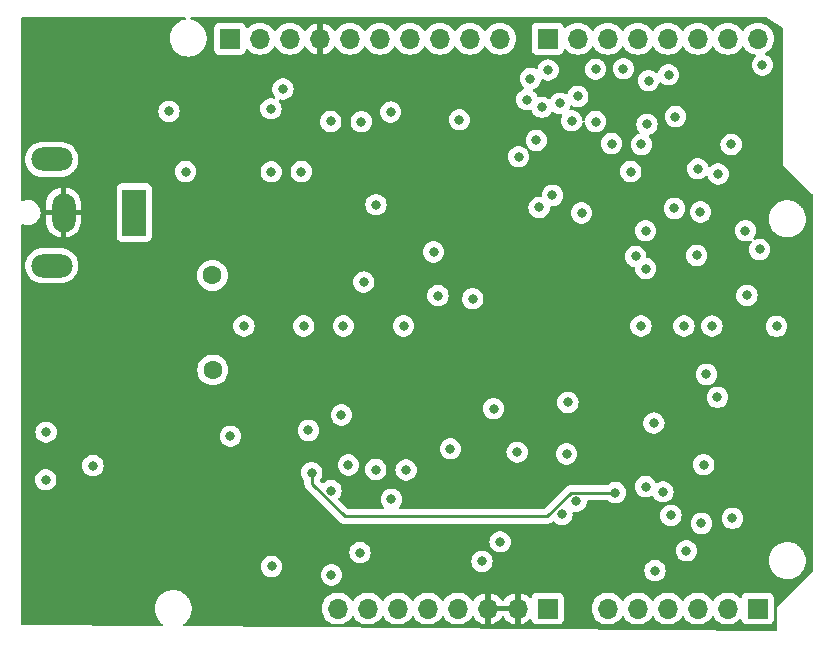
<source format=gbr>
%TF.GenerationSoftware,KiCad,Pcbnew,7.0.7*%
%TF.CreationDate,2024-12-12T20:18:20-05:00*%
%TF.ProjectId,design-files_CB,64657369-676e-42d6-9669-6c65735f4342,rev?*%
%TF.SameCoordinates,Original*%
%TF.FileFunction,Copper,L3,Inr*%
%TF.FilePolarity,Positive*%
%FSLAX46Y46*%
G04 Gerber Fmt 4.6, Leading zero omitted, Abs format (unit mm)*
G04 Created by KiCad (PCBNEW 7.0.7) date 2024-12-12 20:18:20*
%MOMM*%
%LPD*%
G01*
G04 APERTURE LIST*
%TA.AperFunction,ComponentPad*%
%ADD10R,2.000000X4.000000*%
%TD*%
%TA.AperFunction,ComponentPad*%
%ADD11O,2.000000X3.300000*%
%TD*%
%TA.AperFunction,ComponentPad*%
%ADD12O,3.500000X2.000000*%
%TD*%
%TA.AperFunction,ComponentPad*%
%ADD13R,1.700000X1.700000*%
%TD*%
%TA.AperFunction,ComponentPad*%
%ADD14O,1.700000X1.700000*%
%TD*%
%TA.AperFunction,ViaPad*%
%ADD15C,0.800000*%
%TD*%
%TA.AperFunction,ViaPad*%
%ADD16C,1.600000*%
%TD*%
%TA.AperFunction,Conductor*%
%ADD17C,0.250000*%
%TD*%
G04 APERTURE END LIST*
D10*
%TO.N,/9V_IN*%
%TO.C,J1*%
X27570000Y-32560000D03*
D11*
%TO.N,GND*%
X21570000Y-32560000D03*
D12*
%TO.N,N/C*%
X20570000Y-28060000D03*
X20570000Y-37060000D03*
%TD*%
D13*
%TO.N,H2-D12*%
%TO.C,J8*%
X35650000Y-17840000D03*
D14*
%TO.N,H1-D13*%
X38190000Y-17840000D03*
%TO.N,AREF*%
X40730000Y-17840000D03*
%TO.N,GND*%
X43270000Y-17840000D03*
%TO.N,H4-D19*%
X45810000Y-17840000D03*
%TO.N,H3-D18*%
X48350000Y-17840000D03*
%TO.N,S-D11*%
X50890000Y-17840000D03*
%TO.N,S-D10*%
X53430000Y-17840000D03*
%TO.N,S-D9*%
X55970000Y-17840000D03*
%TO.N,S-D8*%
X58510000Y-17840000D03*
%TD*%
D13*
%TO.N,A5*%
%TO.C,J7*%
X80350000Y-66090000D03*
D14*
%TO.N,A4*%
X77810000Y-66090000D03*
%TO.N,A3*%
X75270000Y-66090000D03*
%TO.N,A2*%
X72730000Y-66090000D03*
%TO.N,A1*%
X70190000Y-66090000D03*
%TO.N,A0*%
X67650000Y-66090000D03*
%TD*%
D13*
%TO.N,Vin*%
%TO.C,J6*%
X62570000Y-66090000D03*
D14*
%TO.N,GND*%
X60030000Y-66090000D03*
X57490000Y-66090000D03*
%TO.N,+5V*%
X54950000Y-66090000D03*
%TO.N,+3V3*%
X52410000Y-66090000D03*
%TO.N,Reset*%
X49870000Y-66090000D03*
%TO.N,IOREF*%
X47330000Y-66090000D03*
%TO.N,unconnected-(J6-Pin_8-Pad8)*%
X44790000Y-66090000D03*
%TD*%
D13*
%TO.N,DIN*%
%TO.C,J9*%
X62570000Y-17840000D03*
D14*
%TO.N,~{ENABLE}*%
X65110000Y-17840000D03*
%TO.N,DOUT*%
X67650000Y-17840000D03*
%TO.N,~{RST}*%
X70190000Y-17840000D03*
%TO.N,CS*%
X72730000Y-17840000D03*
%TO.N,CLK*%
X75270000Y-17840000D03*
%TO.N,unconnected-(J9-Pin_7-Pad7)*%
X77810000Y-17840000D03*
%TO.N,unconnected-(J9-Pin_8-Pad8)*%
X80350000Y-17840000D03*
%TD*%
D15*
%TO.N,+9V*%
X41910000Y-42170000D03*
X76470000Y-42173524D03*
X45260000Y-42170000D03*
X70460000Y-42170000D03*
X81940000Y-42190000D03*
D16*
X34210000Y-45890000D03*
D15*
X74100000Y-42170000D03*
X50360000Y-42170000D03*
D16*
X34170000Y-37880000D03*
D15*
X36840000Y-42170000D03*
%TO.N,GND*%
X70490000Y-39500000D03*
X52900000Y-54200000D03*
X80500000Y-53900000D03*
X22810000Y-55299500D03*
X29667324Y-42203068D03*
X80400000Y-51800000D03*
X69160000Y-37450000D03*
X48860000Y-44680000D03*
X60240000Y-44670000D03*
X22790000Y-52700500D03*
X38290000Y-38820000D03*
X80200000Y-55800000D03*
X49004500Y-45930000D03*
X53100000Y-27000000D03*
X51800000Y-22900000D03*
X22810000Y-48700500D03*
X80360000Y-46300000D03*
X79400000Y-29100000D03*
X27770000Y-46040000D03*
X46370000Y-36060000D03*
X79300000Y-51800000D03*
X66590000Y-45350000D03*
X50220000Y-34570000D03*
X59700000Y-23800000D03*
X52800000Y-55875500D03*
X51800000Y-29100000D03*
X79300000Y-24700000D03*
X58700000Y-39700000D03*
X22810000Y-51299500D03*
X25080000Y-42210000D03*
X35750000Y-49790000D03*
%TO.N,+5V*%
X61600000Y-26450000D03*
X70970000Y-25090000D03*
X44210000Y-56100000D03*
X70850000Y-55770000D03*
X24060000Y-53990000D03*
X53270000Y-39600000D03*
X44200000Y-24850000D03*
%TO.N,2-Heater*%
X49330000Y-56840000D03*
X42300000Y-51010000D03*
X48010000Y-54320000D03*
%TO.N,1-Heater*%
X48030000Y-31900000D03*
%TO.N,3-Heater*%
X75580000Y-58880000D03*
%TO.N,4-Heater*%
X75490000Y-32510000D03*
%TO.N,H3-D18*%
X75180000Y-36190000D03*
X80500000Y-35690000D03*
X80740000Y-20070000D03*
%TO.N,H4-D19*%
X76010000Y-46270000D03*
X72800000Y-20900000D03*
%TO.N,CS*%
X71100000Y-21400000D03*
X62080000Y-23650000D03*
X61100000Y-21224500D03*
%TO.N,~{ENABLE}*%
X60800000Y-23004500D03*
X65110000Y-22724500D03*
%TO.N,Net-(D17-A)*%
X20070000Y-55190000D03*
%TO.N,Net-(D18-A)*%
X20100000Y-51160000D03*
%TO.N,2-CS*%
X39190000Y-62530000D03*
X57000000Y-62100000D03*
%TO.N,DIN*%
X30500000Y-24000000D03*
X66630000Y-24860000D03*
X39130000Y-23780000D03*
X66630000Y-20424500D03*
X62600000Y-20500000D03*
%TO.N,~{RST}*%
X41700000Y-29100000D03*
X68980000Y-20390000D03*
X40147604Y-22107603D03*
X68300000Y-56275500D03*
X42590000Y-54590000D03*
%TO.N,DOUT*%
X78200000Y-58450000D03*
X70500000Y-26800000D03*
X67970000Y-26730000D03*
X78100000Y-26800000D03*
X71650000Y-62880000D03*
X73000000Y-58200000D03*
X44260000Y-63240000D03*
%TO.N,2-CS_T1*%
X58540000Y-60440000D03*
X46670000Y-61350000D03*
%TO.N,2-CS_T2*%
X59980000Y-52850000D03*
X45680000Y-53930000D03*
%TO.N,CLK*%
X49270000Y-24060000D03*
X73370000Y-24440000D03*
X50580000Y-54360000D03*
X75780000Y-53910000D03*
%TO.N,1-CS*%
X31900000Y-29100000D03*
X39160000Y-29114502D03*
X35700000Y-51500000D03*
X54320000Y-52570000D03*
%TO.N,1-CS_T2*%
X55080000Y-24710000D03*
X46780000Y-24870000D03*
%TO.N,1-CS_T3*%
X52900000Y-35900000D03*
X56220000Y-39860000D03*
%TO.N,3-CS_T1*%
X74300000Y-61200000D03*
X63770000Y-58120000D03*
%TO.N,3-CS_T2*%
X72330000Y-56210000D03*
X65000000Y-57000000D03*
%TO.N,4-CS_T1*%
X65429283Y-32605316D03*
X73290000Y-32210000D03*
%TO.N,4-CS_T2*%
X75270000Y-28860000D03*
X62970000Y-31110000D03*
%TO.N,4-CS_T3*%
X79300000Y-34100000D03*
X61842299Y-32132299D03*
%TO.N,Net-(U4A--)*%
X64160000Y-53000000D03*
X64268137Y-48638853D03*
%TO.N,/current-sensing/V_{h1}*%
X60110000Y-27840000D03*
X63600000Y-23324500D03*
%TO.N,/current-sensing/V_{h2}*%
X64600000Y-24800000D03*
X57985500Y-49170000D03*
%TO.N,/current-sensing/V_{h4}*%
X70020000Y-36280000D03*
X69600000Y-29100000D03*
%TO.N,/current-sensing/V_{h3}*%
X77000000Y-29300000D03*
X76940000Y-48200000D03*
%TO.N,Net-(R1-Pad1)*%
X46990000Y-38450000D03*
%TO.N,Net-(R2-Pad1)*%
X45100000Y-49700000D03*
%TO.N,Net-(R11-Pad2)*%
X71550000Y-50390000D03*
%TO.N,Net-(R14-Pad1)*%
X70850000Y-34110000D03*
X79430000Y-39580000D03*
X70860000Y-37300000D03*
%TD*%
D17*
%TO.N,~{RST}*%
X42590000Y-55505305D02*
X45379695Y-58295000D01*
X42590000Y-54590000D02*
X42590000Y-55505305D01*
X62505000Y-58295000D02*
X64524500Y-56275500D01*
X45379695Y-58295000D02*
X62505000Y-58295000D01*
X64524500Y-56275500D02*
X68300000Y-56275500D01*
%TD*%
%TA.AperFunction,Conductor*%
%TO.N,GND*%
G36*
X59483692Y-65859685D02*
G01*
X59529447Y-65912489D01*
X59539391Y-65981647D01*
X59535631Y-65998933D01*
X59530000Y-66018111D01*
X59530000Y-66161888D01*
X59535631Y-66181067D01*
X59535630Y-66250936D01*
X59497855Y-66309714D01*
X59434299Y-66338738D01*
X59416653Y-66340000D01*
X58103347Y-66340000D01*
X58036308Y-66320315D01*
X57990553Y-66267511D01*
X57980609Y-66198353D01*
X57984369Y-66181067D01*
X57990000Y-66161888D01*
X57990000Y-66018111D01*
X57984369Y-65998933D01*
X57984370Y-65929064D01*
X58022145Y-65870286D01*
X58085701Y-65841262D01*
X58103347Y-65840000D01*
X59416653Y-65840000D01*
X59483692Y-65859685D01*
G37*
%TD.AperFunction*%
%TA.AperFunction,Conductor*%
G36*
X31898622Y-16019685D02*
G01*
X31944377Y-16072489D01*
X31954321Y-16141647D01*
X31925296Y-16205203D01*
X31866518Y-16242977D01*
X31860529Y-16244574D01*
X31755655Y-16269751D01*
X31733473Y-16268641D01*
X31690932Y-16284776D01*
X31683414Y-16287094D01*
X31640836Y-16297318D01*
X31640834Y-16297318D01*
X31456054Y-16373856D01*
X31454051Y-16374616D01*
X31451706Y-16375656D01*
X31413306Y-16391563D01*
X31413294Y-16391569D01*
X31203316Y-16520245D01*
X31203313Y-16520246D01*
X31016036Y-16680197D01*
X30856085Y-16867474D01*
X30856084Y-16867477D01*
X30727404Y-17077461D01*
X30633156Y-17304997D01*
X30575662Y-17544479D01*
X30556340Y-17790000D01*
X30575662Y-18035520D01*
X30633156Y-18275002D01*
X30727404Y-18502538D01*
X30856084Y-18712522D01*
X30856085Y-18712525D01*
X30910286Y-18775986D01*
X31016036Y-18899803D01*
X31150745Y-19014855D01*
X31203313Y-19059753D01*
X31203316Y-19059754D01*
X31406213Y-19184091D01*
X31413301Y-19188434D01*
X31418286Y-19190499D01*
X31451690Y-19204335D01*
X31454040Y-19205379D01*
X31454204Y-19205441D01*
X31456037Y-19206136D01*
X31640837Y-19282682D01*
X31683418Y-19292904D01*
X31690933Y-19295222D01*
X31726475Y-19308702D01*
X31755689Y-19310255D01*
X31880315Y-19340176D01*
X31928067Y-19343934D01*
X31935584Y-19344994D01*
X31936994Y-19345282D01*
X31937000Y-19345282D01*
X31941872Y-19346277D01*
X31941883Y-19346279D01*
X31972831Y-19352597D01*
X32000750Y-19349654D01*
X32125839Y-19359499D01*
X32177683Y-19355418D01*
X32185035Y-19355278D01*
X32188924Y-19355435D01*
X32188927Y-19355434D01*
X32190822Y-19355511D01*
X32190872Y-19355511D01*
X32222949Y-19356802D01*
X32248894Y-19349814D01*
X32371363Y-19340176D01*
X32425995Y-19327059D01*
X32432996Y-19325799D01*
X32470474Y-19321248D01*
X32493890Y-19310759D01*
X32610841Y-19282682D01*
X32666681Y-19259552D01*
X32673144Y-19257286D01*
X32681400Y-19254895D01*
X32681402Y-19254893D01*
X32683242Y-19254361D01*
X32683278Y-19254349D01*
X32709173Y-19246848D01*
X32729583Y-19233497D01*
X32838377Y-19188434D01*
X32893597Y-19154594D01*
X32899378Y-19151463D01*
X32909192Y-19146807D01*
X32909196Y-19146803D01*
X32910014Y-19146416D01*
X32910044Y-19146400D01*
X32932945Y-19135533D01*
X32950048Y-19120001D01*
X33048367Y-19059751D01*
X33100946Y-19014843D01*
X33105977Y-19010975D01*
X33116695Y-19003578D01*
X33116698Y-19003574D01*
X33117515Y-19003011D01*
X33117534Y-19002997D01*
X33136140Y-18990154D01*
X33149762Y-18973151D01*
X33235642Y-18899803D01*
X33283465Y-18843808D01*
X33287642Y-18839380D01*
X33298535Y-18828918D01*
X33298539Y-18828912D01*
X33299209Y-18828269D01*
X33299220Y-18828258D01*
X33313626Y-18814420D01*
X33323729Y-18796665D01*
X33373946Y-18737870D01*
X34299500Y-18737870D01*
X34299501Y-18737876D01*
X34305908Y-18797483D01*
X34356202Y-18932328D01*
X34356206Y-18932335D01*
X34442452Y-19047544D01*
X34442455Y-19047547D01*
X34557664Y-19133793D01*
X34557671Y-19133797D01*
X34692517Y-19184091D01*
X34692516Y-19184091D01*
X34699444Y-19184835D01*
X34752127Y-19190500D01*
X36547872Y-19190499D01*
X36607483Y-19184091D01*
X36742331Y-19133796D01*
X36857546Y-19047546D01*
X36943796Y-18932331D01*
X36992810Y-18800916D01*
X37034681Y-18744984D01*
X37100145Y-18720566D01*
X37168418Y-18735417D01*
X37196673Y-18756569D01*
X37318599Y-18878495D01*
X37415384Y-18946264D01*
X37512165Y-19014032D01*
X37512167Y-19014033D01*
X37512170Y-19014035D01*
X37726337Y-19113903D01*
X37954592Y-19175063D01*
X38131034Y-19190500D01*
X38189999Y-19195659D01*
X38190000Y-19195659D01*
X38190001Y-19195659D01*
X38248966Y-19190500D01*
X38425408Y-19175063D01*
X38653663Y-19113903D01*
X38867830Y-19014035D01*
X39061401Y-18878495D01*
X39228495Y-18711401D01*
X39358424Y-18525842D01*
X39413002Y-18482217D01*
X39482500Y-18475023D01*
X39544855Y-18506546D01*
X39561575Y-18525842D01*
X39691500Y-18711395D01*
X39691505Y-18711401D01*
X39858599Y-18878495D01*
X39955384Y-18946264D01*
X40052165Y-19014032D01*
X40052167Y-19014033D01*
X40052170Y-19014035D01*
X40266337Y-19113903D01*
X40494592Y-19175063D01*
X40671034Y-19190500D01*
X40729999Y-19195659D01*
X40730000Y-19195659D01*
X40730001Y-19195659D01*
X40788966Y-19190500D01*
X40965408Y-19175063D01*
X41193663Y-19113903D01*
X41407830Y-19014035D01*
X41601401Y-18878495D01*
X41768495Y-18711401D01*
X41898730Y-18525405D01*
X41953307Y-18481781D01*
X42022805Y-18474587D01*
X42085160Y-18506110D01*
X42101879Y-18525405D01*
X42231890Y-18711078D01*
X42398917Y-18878105D01*
X42592421Y-19013600D01*
X42806507Y-19113429D01*
X42806516Y-19113433D01*
X43020000Y-19170634D01*
X43020000Y-18452301D01*
X43039685Y-18385262D01*
X43092489Y-18339507D01*
X43161647Y-18329563D01*
X43234237Y-18340000D01*
X43234238Y-18340000D01*
X43305762Y-18340000D01*
X43305763Y-18340000D01*
X43378353Y-18329563D01*
X43447512Y-18339507D01*
X43500315Y-18385262D01*
X43520000Y-18452301D01*
X43520000Y-19170633D01*
X43733483Y-19113433D01*
X43733492Y-19113429D01*
X43947578Y-19013600D01*
X44141082Y-18878105D01*
X44308105Y-18711082D01*
X44438119Y-18525405D01*
X44492696Y-18481781D01*
X44562195Y-18474588D01*
X44624549Y-18506110D01*
X44641269Y-18525405D01*
X44771505Y-18711401D01*
X44938599Y-18878495D01*
X45035384Y-18946264D01*
X45132165Y-19014032D01*
X45132167Y-19014033D01*
X45132170Y-19014035D01*
X45346337Y-19113903D01*
X45574592Y-19175063D01*
X45751034Y-19190500D01*
X45809999Y-19195659D01*
X45810000Y-19195659D01*
X45810001Y-19195659D01*
X45868966Y-19190500D01*
X46045408Y-19175063D01*
X46273663Y-19113903D01*
X46487830Y-19014035D01*
X46681401Y-18878495D01*
X46848495Y-18711401D01*
X46978424Y-18525842D01*
X47033002Y-18482217D01*
X47102500Y-18475023D01*
X47164855Y-18506546D01*
X47181575Y-18525842D01*
X47311500Y-18711395D01*
X47311505Y-18711401D01*
X47478599Y-18878495D01*
X47575384Y-18946264D01*
X47672165Y-19014032D01*
X47672167Y-19014033D01*
X47672170Y-19014035D01*
X47886337Y-19113903D01*
X48114592Y-19175063D01*
X48291034Y-19190500D01*
X48349999Y-19195659D01*
X48350000Y-19195659D01*
X48350001Y-19195659D01*
X48408966Y-19190500D01*
X48585408Y-19175063D01*
X48813663Y-19113903D01*
X49027830Y-19014035D01*
X49221401Y-18878495D01*
X49388495Y-18711401D01*
X49518424Y-18525842D01*
X49573002Y-18482217D01*
X49642500Y-18475023D01*
X49704855Y-18506546D01*
X49721575Y-18525842D01*
X49851500Y-18711395D01*
X49851505Y-18711401D01*
X50018599Y-18878495D01*
X50115384Y-18946264D01*
X50212165Y-19014032D01*
X50212167Y-19014033D01*
X50212170Y-19014035D01*
X50426337Y-19113903D01*
X50654592Y-19175063D01*
X50831034Y-19190500D01*
X50889999Y-19195659D01*
X50890000Y-19195659D01*
X50890001Y-19195659D01*
X50948966Y-19190500D01*
X51125408Y-19175063D01*
X51353663Y-19113903D01*
X51567830Y-19014035D01*
X51761401Y-18878495D01*
X51928495Y-18711401D01*
X52058424Y-18525842D01*
X52113002Y-18482217D01*
X52182500Y-18475023D01*
X52244855Y-18506546D01*
X52261575Y-18525842D01*
X52391500Y-18711395D01*
X52391505Y-18711401D01*
X52558599Y-18878495D01*
X52655384Y-18946264D01*
X52752165Y-19014032D01*
X52752167Y-19014033D01*
X52752170Y-19014035D01*
X52966337Y-19113903D01*
X53194592Y-19175063D01*
X53371034Y-19190500D01*
X53429999Y-19195659D01*
X53430000Y-19195659D01*
X53430001Y-19195659D01*
X53488966Y-19190500D01*
X53665408Y-19175063D01*
X53893663Y-19113903D01*
X54107830Y-19014035D01*
X54301401Y-18878495D01*
X54468495Y-18711401D01*
X54598424Y-18525842D01*
X54653002Y-18482217D01*
X54722500Y-18475023D01*
X54784855Y-18506546D01*
X54801575Y-18525842D01*
X54931500Y-18711395D01*
X54931505Y-18711401D01*
X55098599Y-18878495D01*
X55195384Y-18946264D01*
X55292165Y-19014032D01*
X55292167Y-19014033D01*
X55292170Y-19014035D01*
X55506337Y-19113903D01*
X55734592Y-19175063D01*
X55911034Y-19190500D01*
X55969999Y-19195659D01*
X55970000Y-19195659D01*
X55970001Y-19195659D01*
X56028966Y-19190500D01*
X56205408Y-19175063D01*
X56433663Y-19113903D01*
X56647830Y-19014035D01*
X56841401Y-18878495D01*
X57008495Y-18711401D01*
X57138424Y-18525842D01*
X57193002Y-18482217D01*
X57262500Y-18475023D01*
X57324855Y-18506546D01*
X57341575Y-18525842D01*
X57471500Y-18711395D01*
X57471505Y-18711401D01*
X57638599Y-18878495D01*
X57735384Y-18946264D01*
X57832165Y-19014032D01*
X57832167Y-19014033D01*
X57832170Y-19014035D01*
X58046337Y-19113903D01*
X58274592Y-19175063D01*
X58451034Y-19190500D01*
X58509999Y-19195659D01*
X58510000Y-19195659D01*
X58510001Y-19195659D01*
X58568966Y-19190500D01*
X58745408Y-19175063D01*
X58973663Y-19113903D01*
X59187830Y-19014035D01*
X59381401Y-18878495D01*
X59522026Y-18737870D01*
X61219500Y-18737870D01*
X61219501Y-18737876D01*
X61225908Y-18797483D01*
X61276202Y-18932328D01*
X61276206Y-18932335D01*
X61362452Y-19047544D01*
X61362455Y-19047547D01*
X61477664Y-19133793D01*
X61477671Y-19133797D01*
X61612517Y-19184091D01*
X61612516Y-19184091D01*
X61619444Y-19184835D01*
X61672127Y-19190500D01*
X63467872Y-19190499D01*
X63527483Y-19184091D01*
X63662331Y-19133796D01*
X63777546Y-19047546D01*
X63863796Y-18932331D01*
X63912810Y-18800916D01*
X63954681Y-18744984D01*
X64020145Y-18720566D01*
X64088418Y-18735417D01*
X64116672Y-18756569D01*
X64238599Y-18878495D01*
X64335384Y-18946265D01*
X64432165Y-19014032D01*
X64432167Y-19014033D01*
X64432170Y-19014035D01*
X64646337Y-19113903D01*
X64874592Y-19175063D01*
X65051034Y-19190500D01*
X65109999Y-19195659D01*
X65110000Y-19195659D01*
X65110001Y-19195659D01*
X65168966Y-19190500D01*
X65345408Y-19175063D01*
X65573663Y-19113903D01*
X65787830Y-19014035D01*
X65981401Y-18878495D01*
X66148495Y-18711401D01*
X66278424Y-18525842D01*
X66333002Y-18482217D01*
X66402500Y-18475023D01*
X66464855Y-18506546D01*
X66481575Y-18525842D01*
X66611500Y-18711395D01*
X66611505Y-18711401D01*
X66778599Y-18878495D01*
X66875384Y-18946265D01*
X66972165Y-19014032D01*
X66972167Y-19014033D01*
X66972170Y-19014035D01*
X67186337Y-19113903D01*
X67414592Y-19175063D01*
X67591034Y-19190500D01*
X67649999Y-19195659D01*
X67650000Y-19195659D01*
X67650001Y-19195659D01*
X67708966Y-19190500D01*
X67885408Y-19175063D01*
X68113663Y-19113903D01*
X68327830Y-19014035D01*
X68521401Y-18878495D01*
X68688495Y-18711401D01*
X68818424Y-18525842D01*
X68873002Y-18482217D01*
X68942500Y-18475023D01*
X69004855Y-18506546D01*
X69021575Y-18525842D01*
X69151500Y-18711395D01*
X69151505Y-18711401D01*
X69318599Y-18878495D01*
X69415384Y-18946265D01*
X69512165Y-19014032D01*
X69512167Y-19014033D01*
X69512170Y-19014035D01*
X69726337Y-19113903D01*
X69954592Y-19175063D01*
X70131034Y-19190500D01*
X70189999Y-19195659D01*
X70190000Y-19195659D01*
X70190001Y-19195659D01*
X70248966Y-19190500D01*
X70425408Y-19175063D01*
X70653663Y-19113903D01*
X70867830Y-19014035D01*
X71061401Y-18878495D01*
X71228495Y-18711401D01*
X71358424Y-18525842D01*
X71413002Y-18482217D01*
X71482500Y-18475023D01*
X71544855Y-18506546D01*
X71561575Y-18525842D01*
X71691500Y-18711395D01*
X71691505Y-18711401D01*
X71858599Y-18878495D01*
X71955384Y-18946265D01*
X72052165Y-19014032D01*
X72052167Y-19014033D01*
X72052170Y-19014035D01*
X72266337Y-19113903D01*
X72494592Y-19175063D01*
X72671034Y-19190500D01*
X72729999Y-19195659D01*
X72730000Y-19195659D01*
X72730001Y-19195659D01*
X72788966Y-19190500D01*
X72965408Y-19175063D01*
X73193663Y-19113903D01*
X73407830Y-19014035D01*
X73601401Y-18878495D01*
X73768495Y-18711401D01*
X73898424Y-18525842D01*
X73953002Y-18482217D01*
X74022500Y-18475023D01*
X74084855Y-18506546D01*
X74101575Y-18525842D01*
X74231500Y-18711395D01*
X74231505Y-18711401D01*
X74398599Y-18878495D01*
X74495384Y-18946265D01*
X74592165Y-19014032D01*
X74592167Y-19014033D01*
X74592170Y-19014035D01*
X74806337Y-19113903D01*
X75034592Y-19175063D01*
X75211034Y-19190500D01*
X75269999Y-19195659D01*
X75270000Y-19195659D01*
X75270001Y-19195659D01*
X75328966Y-19190500D01*
X75505408Y-19175063D01*
X75733663Y-19113903D01*
X75947830Y-19014035D01*
X76141401Y-18878495D01*
X76308495Y-18711401D01*
X76438424Y-18525842D01*
X76493002Y-18482217D01*
X76562500Y-18475023D01*
X76624855Y-18506546D01*
X76641575Y-18525842D01*
X76771500Y-18711395D01*
X76771505Y-18711401D01*
X76938599Y-18878495D01*
X77035384Y-18946265D01*
X77132165Y-19014032D01*
X77132167Y-19014033D01*
X77132170Y-19014035D01*
X77346337Y-19113903D01*
X77574592Y-19175063D01*
X77751034Y-19190500D01*
X77809999Y-19195659D01*
X77810000Y-19195659D01*
X77810001Y-19195659D01*
X77868966Y-19190500D01*
X78045408Y-19175063D01*
X78273663Y-19113903D01*
X78487830Y-19014035D01*
X78681401Y-18878495D01*
X78848495Y-18711401D01*
X78978424Y-18525842D01*
X79033002Y-18482217D01*
X79102500Y-18475023D01*
X79164855Y-18506546D01*
X79181575Y-18525842D01*
X79311500Y-18711395D01*
X79311505Y-18711401D01*
X79478599Y-18878495D01*
X79575384Y-18946265D01*
X79672165Y-19014032D01*
X79672167Y-19014033D01*
X79672170Y-19014035D01*
X79886337Y-19113903D01*
X79886343Y-19113904D01*
X79886344Y-19113905D01*
X79960583Y-19133797D01*
X80093830Y-19169500D01*
X80101030Y-19171429D01*
X80160691Y-19207794D01*
X80191220Y-19270640D01*
X80182926Y-19340016D01*
X80141825Y-19391520D01*
X80134130Y-19397110D01*
X80134129Y-19397111D01*
X80007466Y-19537785D01*
X79912821Y-19701715D01*
X79912818Y-19701722D01*
X79854327Y-19881740D01*
X79854326Y-19881744D01*
X79834540Y-20070000D01*
X79854326Y-20258256D01*
X79854327Y-20258259D01*
X79912818Y-20438277D01*
X79912821Y-20438284D01*
X80007467Y-20602216D01*
X80084938Y-20688256D01*
X80134129Y-20742888D01*
X80287265Y-20854148D01*
X80287270Y-20854151D01*
X80460192Y-20931142D01*
X80460197Y-20931144D01*
X80645354Y-20970500D01*
X80645355Y-20970500D01*
X80834644Y-20970500D01*
X80834646Y-20970500D01*
X81019803Y-20931144D01*
X81192730Y-20854151D01*
X81345871Y-20742888D01*
X81472533Y-20602216D01*
X81567179Y-20438284D01*
X81625674Y-20258256D01*
X81645460Y-20070000D01*
X81625674Y-19881744D01*
X81567179Y-19701716D01*
X81472533Y-19537784D01*
X81345871Y-19397112D01*
X81345870Y-19397111D01*
X81192734Y-19285851D01*
X81192732Y-19285850D01*
X81185623Y-19282685D01*
X81165674Y-19273803D01*
X81054844Y-19224457D01*
X81001608Y-19179206D01*
X80981287Y-19112357D01*
X81000333Y-19045134D01*
X81034154Y-19009606D01*
X81221401Y-18878495D01*
X81388495Y-18711401D01*
X81524035Y-18517830D01*
X81623903Y-18303663D01*
X81685063Y-18075408D01*
X81705659Y-17840000D01*
X81685063Y-17604592D01*
X81623903Y-17376337D01*
X81524035Y-17162171D01*
X81518731Y-17154595D01*
X81388494Y-16968597D01*
X81221402Y-16801506D01*
X81221395Y-16801501D01*
X81027834Y-16665967D01*
X81027830Y-16665965D01*
X81027829Y-16665964D01*
X80813663Y-16566097D01*
X80813659Y-16566096D01*
X80813655Y-16566094D01*
X80585413Y-16504938D01*
X80585403Y-16504936D01*
X80350001Y-16484341D01*
X80349999Y-16484341D01*
X80114596Y-16504936D01*
X80114586Y-16504938D01*
X79886344Y-16566094D01*
X79886337Y-16566096D01*
X79886337Y-16566097D01*
X79872816Y-16572401D01*
X79672171Y-16665964D01*
X79672169Y-16665965D01*
X79478597Y-16801505D01*
X79311505Y-16968597D01*
X79181575Y-17154158D01*
X79126998Y-17197783D01*
X79057500Y-17204977D01*
X78995145Y-17173454D01*
X78978425Y-17154158D01*
X78848494Y-16968597D01*
X78681402Y-16801506D01*
X78681395Y-16801501D01*
X78487834Y-16665967D01*
X78487830Y-16665965D01*
X78487829Y-16665964D01*
X78273663Y-16566097D01*
X78273659Y-16566096D01*
X78273655Y-16566094D01*
X78045413Y-16504938D01*
X78045403Y-16504936D01*
X77810001Y-16484341D01*
X77809999Y-16484341D01*
X77574596Y-16504936D01*
X77574586Y-16504938D01*
X77346344Y-16566094D01*
X77346337Y-16566096D01*
X77346337Y-16566097D01*
X77332816Y-16572401D01*
X77132171Y-16665964D01*
X77132169Y-16665965D01*
X76938597Y-16801505D01*
X76771505Y-16968597D01*
X76641575Y-17154158D01*
X76586998Y-17197783D01*
X76517500Y-17204977D01*
X76455145Y-17173454D01*
X76438425Y-17154158D01*
X76308494Y-16968597D01*
X76141402Y-16801506D01*
X76141395Y-16801501D01*
X75947834Y-16665967D01*
X75947830Y-16665965D01*
X75947830Y-16665964D01*
X75733663Y-16566097D01*
X75733659Y-16566096D01*
X75733655Y-16566094D01*
X75505413Y-16504938D01*
X75505403Y-16504936D01*
X75270001Y-16484341D01*
X75269999Y-16484341D01*
X75034596Y-16504936D01*
X75034586Y-16504938D01*
X74806344Y-16566094D01*
X74806337Y-16566096D01*
X74806337Y-16566097D01*
X74792816Y-16572401D01*
X74592171Y-16665964D01*
X74592169Y-16665965D01*
X74398597Y-16801505D01*
X74231508Y-16968594D01*
X74101574Y-17154159D01*
X74046997Y-17197784D01*
X73977498Y-17204976D01*
X73915144Y-17173454D01*
X73898424Y-17154158D01*
X73768494Y-16968597D01*
X73601402Y-16801506D01*
X73601395Y-16801501D01*
X73407834Y-16665967D01*
X73407830Y-16665965D01*
X73407830Y-16665964D01*
X73193663Y-16566097D01*
X73193659Y-16566096D01*
X73193655Y-16566094D01*
X72965413Y-16504938D01*
X72965403Y-16504936D01*
X72730001Y-16484341D01*
X72729999Y-16484341D01*
X72494596Y-16504936D01*
X72494586Y-16504938D01*
X72266344Y-16566094D01*
X72266337Y-16566096D01*
X72266337Y-16566097D01*
X72252816Y-16572401D01*
X72052171Y-16665964D01*
X72052169Y-16665965D01*
X71858597Y-16801505D01*
X71691505Y-16968597D01*
X71561575Y-17154158D01*
X71506998Y-17197783D01*
X71437500Y-17204977D01*
X71375145Y-17173454D01*
X71358425Y-17154158D01*
X71228494Y-16968597D01*
X71061402Y-16801506D01*
X71061395Y-16801501D01*
X70867834Y-16665967D01*
X70867830Y-16665965D01*
X70867829Y-16665964D01*
X70653663Y-16566097D01*
X70653659Y-16566096D01*
X70653655Y-16566094D01*
X70425413Y-16504938D01*
X70425403Y-16504936D01*
X70190001Y-16484341D01*
X70189999Y-16484341D01*
X69954596Y-16504936D01*
X69954586Y-16504938D01*
X69726344Y-16566094D01*
X69726337Y-16566096D01*
X69726337Y-16566097D01*
X69712816Y-16572401D01*
X69512171Y-16665964D01*
X69512169Y-16665965D01*
X69318597Y-16801505D01*
X69151505Y-16968597D01*
X69021575Y-17154158D01*
X68966998Y-17197783D01*
X68897500Y-17204977D01*
X68835145Y-17173454D01*
X68818425Y-17154158D01*
X68688494Y-16968597D01*
X68521402Y-16801506D01*
X68521395Y-16801501D01*
X68327834Y-16665967D01*
X68327830Y-16665965D01*
X68327829Y-16665964D01*
X68113663Y-16566097D01*
X68113659Y-16566096D01*
X68113655Y-16566094D01*
X67885413Y-16504938D01*
X67885403Y-16504936D01*
X67650001Y-16484341D01*
X67649999Y-16484341D01*
X67414596Y-16504936D01*
X67414586Y-16504938D01*
X67186344Y-16566094D01*
X67186337Y-16566096D01*
X67186337Y-16566097D01*
X67172816Y-16572401D01*
X66972171Y-16665964D01*
X66972169Y-16665965D01*
X66778597Y-16801505D01*
X66611505Y-16968597D01*
X66481575Y-17154158D01*
X66426998Y-17197783D01*
X66357500Y-17204977D01*
X66295145Y-17173454D01*
X66278425Y-17154158D01*
X66148494Y-16968597D01*
X65981402Y-16801506D01*
X65981395Y-16801501D01*
X65787834Y-16665967D01*
X65787830Y-16665965D01*
X65787830Y-16665964D01*
X65573663Y-16566097D01*
X65573659Y-16566096D01*
X65573655Y-16566094D01*
X65345413Y-16504938D01*
X65345403Y-16504936D01*
X65110001Y-16484341D01*
X65109999Y-16484341D01*
X64874596Y-16504936D01*
X64874586Y-16504938D01*
X64646344Y-16566094D01*
X64646337Y-16566096D01*
X64646337Y-16566097D01*
X64632816Y-16572401D01*
X64432171Y-16665964D01*
X64432169Y-16665965D01*
X64238600Y-16801503D01*
X64116673Y-16923430D01*
X64055350Y-16956914D01*
X63985658Y-16951930D01*
X63929725Y-16910058D01*
X63912810Y-16879081D01*
X63863797Y-16747671D01*
X63863793Y-16747664D01*
X63777547Y-16632455D01*
X63777544Y-16632452D01*
X63662335Y-16546206D01*
X63662328Y-16546202D01*
X63527482Y-16495908D01*
X63527483Y-16495908D01*
X63467883Y-16489501D01*
X63467881Y-16489500D01*
X63467873Y-16489500D01*
X63467864Y-16489500D01*
X61672129Y-16489500D01*
X61672123Y-16489501D01*
X61612516Y-16495908D01*
X61477671Y-16546202D01*
X61477664Y-16546206D01*
X61362455Y-16632452D01*
X61362452Y-16632455D01*
X61276206Y-16747664D01*
X61276202Y-16747671D01*
X61225908Y-16882517D01*
X61219501Y-16942116D01*
X61219500Y-16942135D01*
X61219500Y-18737870D01*
X59522026Y-18737870D01*
X59548495Y-18711401D01*
X59684035Y-18517830D01*
X59783903Y-18303663D01*
X59845063Y-18075408D01*
X59865659Y-17840000D01*
X59845063Y-17604592D01*
X59783903Y-17376337D01*
X59684035Y-17162171D01*
X59678731Y-17154595D01*
X59548494Y-16968597D01*
X59381402Y-16801506D01*
X59381395Y-16801501D01*
X59187834Y-16665967D01*
X59187830Y-16665965D01*
X59187830Y-16665964D01*
X58973663Y-16566097D01*
X58973659Y-16566096D01*
X58973655Y-16566094D01*
X58745413Y-16504938D01*
X58745403Y-16504936D01*
X58510001Y-16484341D01*
X58509999Y-16484341D01*
X58274596Y-16504936D01*
X58274586Y-16504938D01*
X58046344Y-16566094D01*
X58046337Y-16566096D01*
X58046337Y-16566097D01*
X58032816Y-16572401D01*
X57832171Y-16665964D01*
X57832169Y-16665965D01*
X57638597Y-16801505D01*
X57471508Y-16968594D01*
X57341574Y-17154159D01*
X57286997Y-17197784D01*
X57217498Y-17204976D01*
X57155144Y-17173454D01*
X57138424Y-17154158D01*
X57008494Y-16968597D01*
X56841402Y-16801506D01*
X56841395Y-16801501D01*
X56647834Y-16665967D01*
X56647830Y-16665965D01*
X56647829Y-16665964D01*
X56433663Y-16566097D01*
X56433659Y-16566096D01*
X56433655Y-16566094D01*
X56205413Y-16504938D01*
X56205403Y-16504936D01*
X55970001Y-16484341D01*
X55969999Y-16484341D01*
X55734596Y-16504936D01*
X55734586Y-16504938D01*
X55506344Y-16566094D01*
X55506337Y-16566096D01*
X55506337Y-16566097D01*
X55492816Y-16572401D01*
X55292171Y-16665964D01*
X55292169Y-16665965D01*
X55098597Y-16801505D01*
X54931505Y-16968597D01*
X54801575Y-17154158D01*
X54746998Y-17197783D01*
X54677500Y-17204977D01*
X54615145Y-17173454D01*
X54598425Y-17154158D01*
X54468494Y-16968597D01*
X54301402Y-16801506D01*
X54301395Y-16801501D01*
X54107834Y-16665967D01*
X54107830Y-16665965D01*
X54107830Y-16665964D01*
X53893663Y-16566097D01*
X53893659Y-16566096D01*
X53893655Y-16566094D01*
X53665413Y-16504938D01*
X53665403Y-16504936D01*
X53430001Y-16484341D01*
X53429999Y-16484341D01*
X53194596Y-16504936D01*
X53194586Y-16504938D01*
X52966344Y-16566094D01*
X52966337Y-16566096D01*
X52966337Y-16566097D01*
X52952816Y-16572401D01*
X52752171Y-16665964D01*
X52752169Y-16665965D01*
X52558597Y-16801505D01*
X52391505Y-16968597D01*
X52261575Y-17154158D01*
X52206998Y-17197783D01*
X52137500Y-17204977D01*
X52075145Y-17173454D01*
X52058425Y-17154158D01*
X51928494Y-16968597D01*
X51761402Y-16801506D01*
X51761395Y-16801501D01*
X51567834Y-16665967D01*
X51567830Y-16665965D01*
X51567829Y-16665964D01*
X51353663Y-16566097D01*
X51353659Y-16566096D01*
X51353655Y-16566094D01*
X51125413Y-16504938D01*
X51125403Y-16504936D01*
X50890001Y-16484341D01*
X50889999Y-16484341D01*
X50654596Y-16504936D01*
X50654586Y-16504938D01*
X50426344Y-16566094D01*
X50426337Y-16566096D01*
X50426337Y-16566097D01*
X50412816Y-16572401D01*
X50212171Y-16665964D01*
X50212169Y-16665965D01*
X50018597Y-16801505D01*
X49851505Y-16968597D01*
X49721575Y-17154158D01*
X49666998Y-17197783D01*
X49597500Y-17204977D01*
X49535145Y-17173454D01*
X49518425Y-17154158D01*
X49388494Y-16968597D01*
X49221402Y-16801506D01*
X49221395Y-16801501D01*
X49027834Y-16665967D01*
X49027830Y-16665965D01*
X49027828Y-16665964D01*
X48813663Y-16566097D01*
X48813659Y-16566096D01*
X48813655Y-16566094D01*
X48585413Y-16504938D01*
X48585403Y-16504936D01*
X48350001Y-16484341D01*
X48349999Y-16484341D01*
X48114596Y-16504936D01*
X48114586Y-16504938D01*
X47886344Y-16566094D01*
X47886337Y-16566096D01*
X47886337Y-16566097D01*
X47872816Y-16572401D01*
X47672171Y-16665964D01*
X47672169Y-16665965D01*
X47478597Y-16801505D01*
X47311508Y-16968594D01*
X47181574Y-17154159D01*
X47126997Y-17197784D01*
X47057498Y-17204976D01*
X46995144Y-17173454D01*
X46978424Y-17154158D01*
X46848494Y-16968597D01*
X46681402Y-16801506D01*
X46681395Y-16801501D01*
X46487834Y-16665967D01*
X46487830Y-16665965D01*
X46487828Y-16665964D01*
X46273663Y-16566097D01*
X46273659Y-16566096D01*
X46273655Y-16566094D01*
X46045413Y-16504938D01*
X46045403Y-16504936D01*
X45810001Y-16484341D01*
X45809999Y-16484341D01*
X45574596Y-16504936D01*
X45574586Y-16504938D01*
X45346344Y-16566094D01*
X45346337Y-16566096D01*
X45346337Y-16566097D01*
X45332816Y-16572401D01*
X45132171Y-16665964D01*
X45132169Y-16665965D01*
X44938597Y-16801505D01*
X44771508Y-16968594D01*
X44641269Y-17154595D01*
X44586692Y-17198219D01*
X44517193Y-17205412D01*
X44454839Y-17173890D01*
X44438119Y-17154594D01*
X44308113Y-16968926D01*
X44308108Y-16968920D01*
X44141082Y-16801894D01*
X43947578Y-16666399D01*
X43733492Y-16566570D01*
X43733486Y-16566567D01*
X43520000Y-16509364D01*
X43520000Y-17227698D01*
X43500315Y-17294737D01*
X43447511Y-17340492D01*
X43378355Y-17350436D01*
X43305766Y-17340000D01*
X43305763Y-17340000D01*
X43234237Y-17340000D01*
X43234233Y-17340000D01*
X43161645Y-17350436D01*
X43092487Y-17340492D01*
X43039684Y-17294736D01*
X43020000Y-17227698D01*
X43020000Y-16509364D01*
X43019999Y-16509364D01*
X42806513Y-16566567D01*
X42806507Y-16566570D01*
X42592422Y-16666399D01*
X42592420Y-16666400D01*
X42398926Y-16801886D01*
X42398920Y-16801891D01*
X42231891Y-16968920D01*
X42231890Y-16968922D01*
X42101880Y-17154595D01*
X42047303Y-17198219D01*
X41977804Y-17205412D01*
X41915450Y-17173890D01*
X41898730Y-17154594D01*
X41768494Y-16968597D01*
X41601402Y-16801506D01*
X41601395Y-16801501D01*
X41407834Y-16665967D01*
X41407830Y-16665965D01*
X41407828Y-16665964D01*
X41193663Y-16566097D01*
X41193659Y-16566096D01*
X41193655Y-16566094D01*
X40965413Y-16504938D01*
X40965403Y-16504936D01*
X40730001Y-16484341D01*
X40729999Y-16484341D01*
X40494596Y-16504936D01*
X40494586Y-16504938D01*
X40266344Y-16566094D01*
X40266337Y-16566096D01*
X40266337Y-16566097D01*
X40252816Y-16572401D01*
X40052171Y-16665964D01*
X40052169Y-16665965D01*
X39858597Y-16801505D01*
X39691505Y-16968597D01*
X39561575Y-17154158D01*
X39506998Y-17197783D01*
X39437500Y-17204977D01*
X39375145Y-17173454D01*
X39358425Y-17154158D01*
X39228494Y-16968597D01*
X39061402Y-16801506D01*
X39061395Y-16801501D01*
X38867834Y-16665967D01*
X38867830Y-16665965D01*
X38867828Y-16665964D01*
X38653663Y-16566097D01*
X38653659Y-16566096D01*
X38653655Y-16566094D01*
X38425413Y-16504938D01*
X38425403Y-16504936D01*
X38190001Y-16484341D01*
X38189999Y-16484341D01*
X37954596Y-16504936D01*
X37954586Y-16504938D01*
X37726344Y-16566094D01*
X37726337Y-16566096D01*
X37726337Y-16566097D01*
X37712816Y-16572401D01*
X37512171Y-16665964D01*
X37512169Y-16665965D01*
X37318600Y-16801503D01*
X37196673Y-16923430D01*
X37135350Y-16956914D01*
X37065658Y-16951930D01*
X37009725Y-16910058D01*
X36992810Y-16879081D01*
X36943797Y-16747671D01*
X36943793Y-16747664D01*
X36857547Y-16632455D01*
X36857544Y-16632452D01*
X36742335Y-16546206D01*
X36742328Y-16546202D01*
X36607482Y-16495908D01*
X36607483Y-16495908D01*
X36547883Y-16489501D01*
X36547881Y-16489500D01*
X36547873Y-16489500D01*
X36547864Y-16489500D01*
X34752129Y-16489500D01*
X34752123Y-16489501D01*
X34692516Y-16495908D01*
X34557671Y-16546202D01*
X34557664Y-16546206D01*
X34442455Y-16632452D01*
X34442452Y-16632455D01*
X34356206Y-16747664D01*
X34356202Y-16747671D01*
X34305908Y-16882517D01*
X34299501Y-16942116D01*
X34299500Y-16942135D01*
X34299500Y-18737870D01*
X33373946Y-18737870D01*
X33395590Y-18712528D01*
X33436482Y-18645798D01*
X33439731Y-18641019D01*
X33450003Y-18627351D01*
X33450007Y-18627341D01*
X33451259Y-18625677D01*
X33451287Y-18625638D01*
X33454744Y-18621036D01*
X33455129Y-18620748D01*
X33456026Y-18619330D01*
X33460921Y-18612816D01*
X33467611Y-18595001D01*
X33524273Y-18502538D01*
X33556011Y-18425914D01*
X33558383Y-18420848D01*
X33567176Y-18404096D01*
X33567176Y-18404094D01*
X33568133Y-18402272D01*
X33569374Y-18400988D01*
X33571828Y-18395230D01*
X33574303Y-18390513D01*
X33577820Y-18373261D01*
X33618521Y-18275002D01*
X33639010Y-18189658D01*
X33640486Y-18184506D01*
X33645904Y-18168276D01*
X33647640Y-18165779D01*
X33650012Y-18156155D01*
X33650071Y-18146155D01*
X33650994Y-18140474D01*
X33651895Y-18135987D01*
X33676015Y-18035524D01*
X33683295Y-17943015D01*
X33683900Y-17937992D01*
X33687464Y-17916067D01*
X33687464Y-17916064D01*
X33687741Y-17914361D01*
X33687746Y-17914321D01*
X33688903Y-17907198D01*
X33687795Y-17899566D01*
X33688131Y-17882924D01*
X33688309Y-17879309D01*
X33695338Y-17790000D01*
X33688308Y-17700684D01*
X33688131Y-17697074D01*
X33688049Y-17693041D01*
X33687795Y-17680434D01*
X33689265Y-17675028D01*
X33688165Y-17668258D01*
X33688163Y-17668236D01*
X33683904Y-17642030D01*
X33683292Y-17636946D01*
X33680746Y-17604596D01*
X33676015Y-17544476D01*
X33651900Y-17444032D01*
X33650993Y-17439520D01*
X33650070Y-17433836D01*
X33650947Y-17426831D01*
X33650187Y-17424553D01*
X33648059Y-17415920D01*
X33645904Y-17411722D01*
X33640486Y-17395493D01*
X33639007Y-17390329D01*
X33635649Y-17376344D01*
X33618521Y-17304998D01*
X33589532Y-17235012D01*
X33577822Y-17206741D01*
X33576395Y-17193472D01*
X33571830Y-17184774D01*
X33569784Y-17179972D01*
X33568133Y-17177728D01*
X33558391Y-17159166D01*
X33556007Y-17154076D01*
X33524273Y-17077463D01*
X33524273Y-17077462D01*
X33467610Y-16984997D01*
X33463842Y-16971067D01*
X33456025Y-16960665D01*
X33455291Y-16959505D01*
X33454760Y-16958982D01*
X33451513Y-16954662D01*
X33451474Y-16954606D01*
X33442102Y-16942135D01*
X33439749Y-16939004D01*
X33436458Y-16934162D01*
X33421687Y-16910058D01*
X33395590Y-16867472D01*
X33323730Y-16783335D01*
X33317395Y-16769197D01*
X33287647Y-16740623D01*
X33283449Y-16736172D01*
X33235645Y-16680200D01*
X33235643Y-16680198D01*
X33235642Y-16680197D01*
X33149761Y-16606848D01*
X33140727Y-16593009D01*
X33105986Y-16569028D01*
X33100937Y-16565147D01*
X33048368Y-16520249D01*
X33048364Y-16520246D01*
X32950048Y-16459998D01*
X32938287Y-16446999D01*
X32904550Y-16430990D01*
X32903345Y-16430418D01*
X32899395Y-16428544D01*
X32893591Y-16425401D01*
X32838377Y-16391566D01*
X32838374Y-16391565D01*
X32838373Y-16391564D01*
X32729586Y-16346503D01*
X32715174Y-16334889D01*
X32683274Y-16325649D01*
X32683254Y-16325642D01*
X32673145Y-16322713D01*
X32666670Y-16320442D01*
X32610841Y-16297318D01*
X32493887Y-16269239D01*
X32476999Y-16259542D01*
X32432990Y-16254199D01*
X32425984Y-16252937D01*
X32391149Y-16244574D01*
X32330556Y-16209784D01*
X32298392Y-16147758D01*
X32304868Y-16078189D01*
X32347927Y-16023165D01*
X32413899Y-16000155D01*
X32420095Y-16000000D01*
X80962456Y-16000000D01*
X81029495Y-16019685D01*
X81031239Y-16020826D01*
X82444784Y-16963189D01*
X82489644Y-17016753D01*
X82500000Y-17066362D01*
X82500000Y-28500000D01*
X84963681Y-30963681D01*
X84997166Y-31025004D01*
X85000000Y-31051362D01*
X85000000Y-62948638D01*
X84980315Y-63015677D01*
X84963681Y-63036319D01*
X82000000Y-65999999D01*
X82000000Y-67875027D01*
X81980315Y-67942066D01*
X81927511Y-67987821D01*
X81875031Y-67999023D01*
X31810454Y-67607892D01*
X31743571Y-67587685D01*
X31698230Y-67534525D01*
X31688827Y-67465291D01*
X31718347Y-67401964D01*
X31746629Y-67378171D01*
X31776689Y-67359751D01*
X31829268Y-67314843D01*
X31834299Y-67310975D01*
X31845017Y-67303578D01*
X31845020Y-67303574D01*
X31845837Y-67303011D01*
X31845856Y-67302997D01*
X31864462Y-67290154D01*
X31878084Y-67273151D01*
X31963964Y-67199803D01*
X32011787Y-67143808D01*
X32015964Y-67139380D01*
X32026857Y-67128918D01*
X32026861Y-67128912D01*
X32027531Y-67128269D01*
X32027542Y-67128258D01*
X32041948Y-67114420D01*
X32052051Y-67096665D01*
X32123912Y-67012528D01*
X32164804Y-66945798D01*
X32168053Y-66941019D01*
X32178325Y-66927351D01*
X32178329Y-66927341D01*
X32179581Y-66925677D01*
X32179609Y-66925638D01*
X32183066Y-66921036D01*
X32183451Y-66920748D01*
X32184348Y-66919330D01*
X32189243Y-66912816D01*
X32195933Y-66895001D01*
X32252595Y-66802538D01*
X32284333Y-66725914D01*
X32286705Y-66720848D01*
X32295498Y-66704096D01*
X32295498Y-66704094D01*
X32296455Y-66702272D01*
X32297696Y-66700988D01*
X32300150Y-66695230D01*
X32302625Y-66690513D01*
X32306142Y-66673261D01*
X32346843Y-66575002D01*
X32367332Y-66489658D01*
X32368808Y-66484506D01*
X32374226Y-66468276D01*
X32375962Y-66465779D01*
X32378334Y-66456155D01*
X32378393Y-66446155D01*
X32379316Y-66440474D01*
X32380217Y-66435987D01*
X32404337Y-66335524D01*
X32411617Y-66243015D01*
X32412222Y-66237992D01*
X32415786Y-66216067D01*
X32415786Y-66216064D01*
X32416063Y-66214361D01*
X32416068Y-66214321D01*
X32417225Y-66207198D01*
X32416117Y-66199566D01*
X32416453Y-66182924D01*
X32416631Y-66179309D01*
X32418002Y-66161888D01*
X32423660Y-66090000D01*
X43434341Y-66090000D01*
X43454936Y-66325403D01*
X43454938Y-66325413D01*
X43516094Y-66553655D01*
X43516096Y-66553659D01*
X43516097Y-66553663D01*
X43596004Y-66725023D01*
X43615965Y-66767830D01*
X43615967Y-66767834D01*
X43705008Y-66894996D01*
X43751505Y-66961401D01*
X43918599Y-67128495D01*
X44014542Y-67195675D01*
X44112165Y-67264032D01*
X44112167Y-67264033D01*
X44112170Y-67264035D01*
X44326337Y-67363903D01*
X44554592Y-67425063D01*
X44731034Y-67440500D01*
X44789999Y-67445659D01*
X44790000Y-67445659D01*
X44790001Y-67445659D01*
X44848966Y-67440500D01*
X45025408Y-67425063D01*
X45253663Y-67363903D01*
X45467830Y-67264035D01*
X45661401Y-67128495D01*
X45828495Y-66961401D01*
X45958424Y-66775842D01*
X46013002Y-66732217D01*
X46082500Y-66725023D01*
X46144855Y-66756546D01*
X46161575Y-66775842D01*
X46291500Y-66961395D01*
X46291505Y-66961401D01*
X46458599Y-67128495D01*
X46554542Y-67195675D01*
X46652165Y-67264032D01*
X46652167Y-67264033D01*
X46652170Y-67264035D01*
X46866337Y-67363903D01*
X47094592Y-67425063D01*
X47271034Y-67440500D01*
X47329999Y-67445659D01*
X47330000Y-67445659D01*
X47330001Y-67445659D01*
X47388966Y-67440500D01*
X47565408Y-67425063D01*
X47793663Y-67363903D01*
X48007830Y-67264035D01*
X48201401Y-67128495D01*
X48368495Y-66961401D01*
X48498424Y-66775842D01*
X48553002Y-66732217D01*
X48622500Y-66725023D01*
X48684855Y-66756546D01*
X48701575Y-66775842D01*
X48831500Y-66961395D01*
X48831505Y-66961401D01*
X48998599Y-67128495D01*
X49094542Y-67195675D01*
X49192165Y-67264032D01*
X49192167Y-67264033D01*
X49192170Y-67264035D01*
X49406337Y-67363903D01*
X49634592Y-67425063D01*
X49811034Y-67440500D01*
X49869999Y-67445659D01*
X49870000Y-67445659D01*
X49870001Y-67445659D01*
X49928966Y-67440500D01*
X50105408Y-67425063D01*
X50333663Y-67363903D01*
X50547830Y-67264035D01*
X50741401Y-67128495D01*
X50908495Y-66961401D01*
X51038424Y-66775842D01*
X51093002Y-66732217D01*
X51162500Y-66725023D01*
X51224855Y-66756546D01*
X51241575Y-66775842D01*
X51371500Y-66961395D01*
X51371505Y-66961401D01*
X51538599Y-67128495D01*
X51634542Y-67195675D01*
X51732165Y-67264032D01*
X51732167Y-67264033D01*
X51732170Y-67264035D01*
X51946337Y-67363903D01*
X52174592Y-67425063D01*
X52351034Y-67440500D01*
X52409999Y-67445659D01*
X52410000Y-67445659D01*
X52410001Y-67445659D01*
X52468966Y-67440500D01*
X52645408Y-67425063D01*
X52873663Y-67363903D01*
X53087830Y-67264035D01*
X53281401Y-67128495D01*
X53448495Y-66961401D01*
X53578424Y-66775842D01*
X53633002Y-66732217D01*
X53702500Y-66725023D01*
X53764855Y-66756546D01*
X53781575Y-66775842D01*
X53911500Y-66961395D01*
X53911505Y-66961401D01*
X54078599Y-67128495D01*
X54174542Y-67195675D01*
X54272165Y-67264032D01*
X54272167Y-67264033D01*
X54272170Y-67264035D01*
X54486337Y-67363903D01*
X54714592Y-67425063D01*
X54891034Y-67440500D01*
X54949999Y-67445659D01*
X54950000Y-67445659D01*
X54950001Y-67445659D01*
X55008966Y-67440500D01*
X55185408Y-67425063D01*
X55413663Y-67363903D01*
X55627830Y-67264035D01*
X55821401Y-67128495D01*
X55988495Y-66961401D01*
X56118730Y-66775405D01*
X56173307Y-66731781D01*
X56242805Y-66724587D01*
X56305160Y-66756110D01*
X56321879Y-66775405D01*
X56451890Y-66961078D01*
X56618917Y-67128105D01*
X56812421Y-67263600D01*
X57026507Y-67363429D01*
X57026516Y-67363433D01*
X57240000Y-67420634D01*
X57240000Y-66702301D01*
X57259685Y-66635262D01*
X57312489Y-66589507D01*
X57381647Y-66579563D01*
X57454237Y-66590000D01*
X57454238Y-66590000D01*
X57525762Y-66590000D01*
X57525763Y-66590000D01*
X57598353Y-66579563D01*
X57667512Y-66589507D01*
X57720315Y-66635262D01*
X57740000Y-66702301D01*
X57740000Y-67420633D01*
X57953483Y-67363433D01*
X57953492Y-67363429D01*
X58167578Y-67263600D01*
X58361082Y-67128105D01*
X58528105Y-66961082D01*
X58658425Y-66774968D01*
X58713002Y-66731344D01*
X58782501Y-66724151D01*
X58844855Y-66755673D01*
X58861575Y-66774968D01*
X58991894Y-66961082D01*
X59158917Y-67128105D01*
X59352421Y-67263600D01*
X59566507Y-67363429D01*
X59566516Y-67363433D01*
X59780000Y-67420634D01*
X59780000Y-66702301D01*
X59799685Y-66635262D01*
X59852489Y-66589507D01*
X59921647Y-66579563D01*
X59994237Y-66590000D01*
X59994238Y-66590000D01*
X60065762Y-66590000D01*
X60065763Y-66590000D01*
X60138353Y-66579563D01*
X60207512Y-66589507D01*
X60260315Y-66635262D01*
X60280000Y-66702301D01*
X60280000Y-67420633D01*
X60493483Y-67363433D01*
X60493492Y-67363429D01*
X60707578Y-67263600D01*
X60901078Y-67128108D01*
X61023133Y-67006053D01*
X61084456Y-66972568D01*
X61154148Y-66977552D01*
X61210082Y-67019423D01*
X61226997Y-67050401D01*
X61276202Y-67182328D01*
X61276206Y-67182335D01*
X61362452Y-67297544D01*
X61362455Y-67297547D01*
X61477664Y-67383793D01*
X61477671Y-67383797D01*
X61612517Y-67434091D01*
X61612516Y-67434091D01*
X61619444Y-67434835D01*
X61672127Y-67440500D01*
X63467872Y-67440499D01*
X63527483Y-67434091D01*
X63662331Y-67383796D01*
X63777546Y-67297546D01*
X63863796Y-67182331D01*
X63914091Y-67047483D01*
X63920500Y-66987873D01*
X63920499Y-66090000D01*
X66294341Y-66090000D01*
X66314936Y-66325403D01*
X66314938Y-66325413D01*
X66376094Y-66553655D01*
X66376096Y-66553659D01*
X66376097Y-66553663D01*
X66456004Y-66725023D01*
X66475965Y-66767830D01*
X66475967Y-66767834D01*
X66565008Y-66894996D01*
X66611505Y-66961401D01*
X66778599Y-67128495D01*
X66874542Y-67195675D01*
X66972165Y-67264032D01*
X66972167Y-67264033D01*
X66972170Y-67264035D01*
X67186337Y-67363903D01*
X67414592Y-67425063D01*
X67591034Y-67440500D01*
X67649999Y-67445659D01*
X67650000Y-67445659D01*
X67650001Y-67445659D01*
X67708966Y-67440500D01*
X67885408Y-67425063D01*
X68113663Y-67363903D01*
X68327830Y-67264035D01*
X68521401Y-67128495D01*
X68688495Y-66961401D01*
X68818424Y-66775842D01*
X68873002Y-66732217D01*
X68942500Y-66725023D01*
X69004855Y-66756546D01*
X69021575Y-66775842D01*
X69151500Y-66961395D01*
X69151505Y-66961401D01*
X69318599Y-67128495D01*
X69414542Y-67195675D01*
X69512165Y-67264032D01*
X69512167Y-67264033D01*
X69512170Y-67264035D01*
X69726337Y-67363903D01*
X69954592Y-67425063D01*
X70131034Y-67440500D01*
X70189999Y-67445659D01*
X70190000Y-67445659D01*
X70190001Y-67445659D01*
X70248966Y-67440500D01*
X70425408Y-67425063D01*
X70653663Y-67363903D01*
X70867830Y-67264035D01*
X71061401Y-67128495D01*
X71228495Y-66961401D01*
X71358424Y-66775842D01*
X71413002Y-66732217D01*
X71482500Y-66725023D01*
X71544855Y-66756546D01*
X71561575Y-66775842D01*
X71691500Y-66961395D01*
X71691505Y-66961401D01*
X71858599Y-67128495D01*
X71954542Y-67195675D01*
X72052165Y-67264032D01*
X72052167Y-67264033D01*
X72052170Y-67264035D01*
X72266337Y-67363903D01*
X72494592Y-67425063D01*
X72671034Y-67440500D01*
X72729999Y-67445659D01*
X72730000Y-67445659D01*
X72730001Y-67445659D01*
X72788966Y-67440500D01*
X72965408Y-67425063D01*
X73193663Y-67363903D01*
X73407830Y-67264035D01*
X73601401Y-67128495D01*
X73768495Y-66961401D01*
X73898424Y-66775842D01*
X73953002Y-66732217D01*
X74022500Y-66725023D01*
X74084855Y-66756546D01*
X74101575Y-66775842D01*
X74231500Y-66961395D01*
X74231505Y-66961401D01*
X74398599Y-67128495D01*
X74494542Y-67195675D01*
X74592165Y-67264032D01*
X74592167Y-67264033D01*
X74592170Y-67264035D01*
X74806337Y-67363903D01*
X75034592Y-67425063D01*
X75211034Y-67440500D01*
X75269999Y-67445659D01*
X75270000Y-67445659D01*
X75270001Y-67445659D01*
X75328966Y-67440500D01*
X75505408Y-67425063D01*
X75733663Y-67363903D01*
X75947830Y-67264035D01*
X76141401Y-67128495D01*
X76308495Y-66961401D01*
X76438424Y-66775842D01*
X76493002Y-66732217D01*
X76562500Y-66725023D01*
X76624855Y-66756546D01*
X76641575Y-66775842D01*
X76771500Y-66961395D01*
X76771505Y-66961401D01*
X76938599Y-67128495D01*
X77034542Y-67195675D01*
X77132165Y-67264032D01*
X77132167Y-67264033D01*
X77132170Y-67264035D01*
X77346337Y-67363903D01*
X77574592Y-67425063D01*
X77751034Y-67440500D01*
X77809999Y-67445659D01*
X77810000Y-67445659D01*
X77810001Y-67445659D01*
X77868966Y-67440500D01*
X78045408Y-67425063D01*
X78273663Y-67363903D01*
X78487830Y-67264035D01*
X78681401Y-67128495D01*
X78803329Y-67006566D01*
X78864648Y-66973084D01*
X78934340Y-66978068D01*
X78990274Y-67019939D01*
X79007189Y-67050917D01*
X79056202Y-67182328D01*
X79056206Y-67182335D01*
X79142452Y-67297544D01*
X79142455Y-67297547D01*
X79257664Y-67383793D01*
X79257671Y-67383797D01*
X79392517Y-67434091D01*
X79392516Y-67434091D01*
X79399444Y-67434835D01*
X79452127Y-67440500D01*
X81247872Y-67440499D01*
X81307483Y-67434091D01*
X81442331Y-67383796D01*
X81557546Y-67297546D01*
X81643796Y-67182331D01*
X81694091Y-67047483D01*
X81700500Y-66987873D01*
X81700499Y-65192128D01*
X81694091Y-65132517D01*
X81693002Y-65129598D01*
X81643797Y-64997671D01*
X81643793Y-64997664D01*
X81557547Y-64882455D01*
X81557544Y-64882452D01*
X81442335Y-64796206D01*
X81442328Y-64796202D01*
X81307482Y-64745908D01*
X81307483Y-64745908D01*
X81247883Y-64739501D01*
X81247881Y-64739500D01*
X81247873Y-64739500D01*
X81247864Y-64739500D01*
X79452129Y-64739500D01*
X79452123Y-64739501D01*
X79392516Y-64745908D01*
X79257671Y-64796202D01*
X79257664Y-64796206D01*
X79142455Y-64882452D01*
X79142452Y-64882455D01*
X79056206Y-64997664D01*
X79056203Y-64997669D01*
X79007189Y-65129083D01*
X78965317Y-65185016D01*
X78899853Y-65209433D01*
X78831580Y-65194581D01*
X78803326Y-65173430D01*
X78681402Y-65051506D01*
X78681395Y-65051501D01*
X78487834Y-64915967D01*
X78487830Y-64915965D01*
X78438601Y-64893009D01*
X78273663Y-64816097D01*
X78273659Y-64816096D01*
X78273655Y-64816094D01*
X78045413Y-64754938D01*
X78045403Y-64754936D01*
X77810001Y-64734341D01*
X77809999Y-64734341D01*
X77574596Y-64754936D01*
X77574586Y-64754938D01*
X77346344Y-64816094D01*
X77346335Y-64816098D01*
X77132171Y-64915964D01*
X77132169Y-64915965D01*
X76938597Y-65051505D01*
X76771505Y-65218597D01*
X76641575Y-65404158D01*
X76586998Y-65447783D01*
X76517500Y-65454977D01*
X76455145Y-65423454D01*
X76438425Y-65404158D01*
X76308494Y-65218597D01*
X76141402Y-65051506D01*
X76141395Y-65051501D01*
X75947834Y-64915967D01*
X75947830Y-64915965D01*
X75898601Y-64893009D01*
X75733663Y-64816097D01*
X75733659Y-64816096D01*
X75733655Y-64816094D01*
X75505413Y-64754938D01*
X75505403Y-64754936D01*
X75270001Y-64734341D01*
X75269999Y-64734341D01*
X75034596Y-64754936D01*
X75034586Y-64754938D01*
X74806344Y-64816094D01*
X74806335Y-64816098D01*
X74592171Y-64915964D01*
X74592169Y-64915965D01*
X74398597Y-65051505D01*
X74231505Y-65218597D01*
X74101575Y-65404158D01*
X74046998Y-65447783D01*
X73977500Y-65454977D01*
X73915145Y-65423454D01*
X73898425Y-65404158D01*
X73768494Y-65218597D01*
X73601402Y-65051506D01*
X73601395Y-65051501D01*
X73407834Y-64915967D01*
X73407830Y-64915965D01*
X73358601Y-64893009D01*
X73193663Y-64816097D01*
X73193659Y-64816096D01*
X73193655Y-64816094D01*
X72965413Y-64754938D01*
X72965403Y-64754936D01*
X72730001Y-64734341D01*
X72729999Y-64734341D01*
X72494596Y-64754936D01*
X72494586Y-64754938D01*
X72266344Y-64816094D01*
X72266335Y-64816098D01*
X72052171Y-64915964D01*
X72052169Y-64915965D01*
X71858597Y-65051505D01*
X71691505Y-65218597D01*
X71561575Y-65404158D01*
X71506998Y-65447783D01*
X71437500Y-65454977D01*
X71375145Y-65423454D01*
X71358425Y-65404158D01*
X71228494Y-65218597D01*
X71061402Y-65051506D01*
X71061395Y-65051501D01*
X70867834Y-64915967D01*
X70867830Y-64915965D01*
X70818601Y-64893009D01*
X70653663Y-64816097D01*
X70653659Y-64816096D01*
X70653655Y-64816094D01*
X70425413Y-64754938D01*
X70425403Y-64754936D01*
X70190001Y-64734341D01*
X70189999Y-64734341D01*
X69954596Y-64754936D01*
X69954586Y-64754938D01*
X69726344Y-64816094D01*
X69726335Y-64816098D01*
X69512171Y-64915964D01*
X69512169Y-64915965D01*
X69318597Y-65051505D01*
X69151505Y-65218597D01*
X69021575Y-65404158D01*
X68966998Y-65447783D01*
X68897500Y-65454977D01*
X68835145Y-65423454D01*
X68818425Y-65404158D01*
X68688494Y-65218597D01*
X68521402Y-65051506D01*
X68521395Y-65051501D01*
X68327834Y-64915967D01*
X68327830Y-64915965D01*
X68278601Y-64893009D01*
X68113663Y-64816097D01*
X68113659Y-64816096D01*
X68113655Y-64816094D01*
X67885413Y-64754938D01*
X67885403Y-64754936D01*
X67650001Y-64734341D01*
X67649999Y-64734341D01*
X67414596Y-64754936D01*
X67414586Y-64754938D01*
X67186344Y-64816094D01*
X67186335Y-64816098D01*
X66972171Y-64915964D01*
X66972169Y-64915965D01*
X66778597Y-65051505D01*
X66611505Y-65218597D01*
X66475965Y-65412169D01*
X66475964Y-65412171D01*
X66376098Y-65626335D01*
X66376094Y-65626344D01*
X66314938Y-65854586D01*
X66314936Y-65854596D01*
X66294341Y-66089999D01*
X66294341Y-66090000D01*
X63920499Y-66090000D01*
X63920499Y-65192128D01*
X63914091Y-65132517D01*
X63913002Y-65129598D01*
X63863797Y-64997671D01*
X63863793Y-64997664D01*
X63777547Y-64882455D01*
X63777544Y-64882452D01*
X63662335Y-64796206D01*
X63662328Y-64796202D01*
X63527482Y-64745908D01*
X63527483Y-64745908D01*
X63467883Y-64739501D01*
X63467881Y-64739500D01*
X63467873Y-64739500D01*
X63467864Y-64739500D01*
X61672129Y-64739500D01*
X61672123Y-64739501D01*
X61612516Y-64745908D01*
X61477671Y-64796202D01*
X61477664Y-64796206D01*
X61362455Y-64882452D01*
X61362452Y-64882455D01*
X61276206Y-64997664D01*
X61276202Y-64997671D01*
X61226997Y-65129598D01*
X61185126Y-65185532D01*
X61119661Y-65209949D01*
X61051388Y-65195097D01*
X61023134Y-65173946D01*
X60901082Y-65051894D01*
X60707578Y-64916399D01*
X60493492Y-64816570D01*
X60493486Y-64816567D01*
X60280000Y-64759364D01*
X60280000Y-65477698D01*
X60260315Y-65544737D01*
X60207511Y-65590492D01*
X60138355Y-65600436D01*
X60065766Y-65590000D01*
X60065763Y-65590000D01*
X59994237Y-65590000D01*
X59994233Y-65590000D01*
X59921645Y-65600436D01*
X59852487Y-65590492D01*
X59799684Y-65544736D01*
X59780000Y-65477698D01*
X59780000Y-64759364D01*
X59779999Y-64759364D01*
X59566513Y-64816567D01*
X59566507Y-64816570D01*
X59352422Y-64916399D01*
X59352420Y-64916400D01*
X59158926Y-65051886D01*
X59158920Y-65051891D01*
X58991891Y-65218920D01*
X58991890Y-65218922D01*
X58861575Y-65405031D01*
X58806998Y-65448655D01*
X58737499Y-65455848D01*
X58675145Y-65424326D01*
X58658425Y-65405031D01*
X58528109Y-65218922D01*
X58528108Y-65218920D01*
X58361082Y-65051894D01*
X58167578Y-64916399D01*
X57953492Y-64816570D01*
X57953486Y-64816567D01*
X57740000Y-64759364D01*
X57740000Y-65477698D01*
X57720315Y-65544737D01*
X57667511Y-65590492D01*
X57598355Y-65600436D01*
X57525766Y-65590000D01*
X57525763Y-65590000D01*
X57454237Y-65590000D01*
X57454233Y-65590000D01*
X57381645Y-65600436D01*
X57312487Y-65590492D01*
X57259684Y-65544736D01*
X57240000Y-65477698D01*
X57240000Y-64759364D01*
X57239999Y-64759364D01*
X57026513Y-64816567D01*
X57026507Y-64816570D01*
X56812422Y-64916399D01*
X56812420Y-64916400D01*
X56618926Y-65051886D01*
X56618920Y-65051891D01*
X56451891Y-65218920D01*
X56451890Y-65218922D01*
X56321880Y-65404595D01*
X56267303Y-65448219D01*
X56197804Y-65455412D01*
X56135450Y-65423890D01*
X56118730Y-65404594D01*
X55988494Y-65218597D01*
X55821402Y-65051506D01*
X55821395Y-65051501D01*
X55627834Y-64915967D01*
X55627830Y-64915965D01*
X55578601Y-64893009D01*
X55413663Y-64816097D01*
X55413659Y-64816096D01*
X55413655Y-64816094D01*
X55185413Y-64754938D01*
X55185403Y-64754936D01*
X54950001Y-64734341D01*
X54949999Y-64734341D01*
X54714596Y-64754936D01*
X54714586Y-64754938D01*
X54486344Y-64816094D01*
X54486335Y-64816098D01*
X54272171Y-64915964D01*
X54272169Y-64915965D01*
X54078597Y-65051505D01*
X53911505Y-65218597D01*
X53781575Y-65404158D01*
X53726998Y-65447783D01*
X53657500Y-65454977D01*
X53595145Y-65423454D01*
X53578425Y-65404158D01*
X53448494Y-65218597D01*
X53281402Y-65051506D01*
X53281395Y-65051501D01*
X53087834Y-64915967D01*
X53087830Y-64915965D01*
X53038601Y-64893009D01*
X52873663Y-64816097D01*
X52873659Y-64816096D01*
X52873655Y-64816094D01*
X52645413Y-64754938D01*
X52645403Y-64754936D01*
X52410001Y-64734341D01*
X52409999Y-64734341D01*
X52174596Y-64754936D01*
X52174586Y-64754938D01*
X51946344Y-64816094D01*
X51946335Y-64816098D01*
X51732171Y-64915964D01*
X51732169Y-64915965D01*
X51538597Y-65051505D01*
X51371505Y-65218597D01*
X51241575Y-65404158D01*
X51186998Y-65447783D01*
X51117500Y-65454977D01*
X51055145Y-65423454D01*
X51038425Y-65404158D01*
X50908494Y-65218597D01*
X50741402Y-65051506D01*
X50741395Y-65051501D01*
X50547834Y-64915967D01*
X50547830Y-64915965D01*
X50498601Y-64893009D01*
X50333663Y-64816097D01*
X50333659Y-64816096D01*
X50333655Y-64816094D01*
X50105413Y-64754938D01*
X50105403Y-64754936D01*
X49870001Y-64734341D01*
X49869999Y-64734341D01*
X49634596Y-64754936D01*
X49634586Y-64754938D01*
X49406344Y-64816094D01*
X49406335Y-64816098D01*
X49192171Y-64915964D01*
X49192169Y-64915965D01*
X48998597Y-65051505D01*
X48831508Y-65218594D01*
X48701574Y-65404159D01*
X48646997Y-65447784D01*
X48577498Y-65454976D01*
X48515144Y-65423454D01*
X48498424Y-65404158D01*
X48479731Y-65377462D01*
X48414989Y-65285000D01*
X48368494Y-65218597D01*
X48201402Y-65051506D01*
X48201395Y-65051501D01*
X48007834Y-64915967D01*
X48007830Y-64915965D01*
X47958601Y-64893009D01*
X47793663Y-64816097D01*
X47793659Y-64816096D01*
X47793655Y-64816094D01*
X47565413Y-64754938D01*
X47565403Y-64754936D01*
X47330001Y-64734341D01*
X47329999Y-64734341D01*
X47094596Y-64754936D01*
X47094586Y-64754938D01*
X46866344Y-64816094D01*
X46866335Y-64816098D01*
X46652171Y-64915964D01*
X46652169Y-64915965D01*
X46458597Y-65051505D01*
X46291505Y-65218597D01*
X46161575Y-65404158D01*
X46106998Y-65447783D01*
X46037500Y-65454977D01*
X45975145Y-65423454D01*
X45958425Y-65404158D01*
X45828494Y-65218597D01*
X45661402Y-65051506D01*
X45661395Y-65051501D01*
X45467834Y-64915967D01*
X45467830Y-64915965D01*
X45418601Y-64893009D01*
X45253663Y-64816097D01*
X45253659Y-64816096D01*
X45253655Y-64816094D01*
X45025413Y-64754938D01*
X45025403Y-64754936D01*
X44790001Y-64734341D01*
X44789999Y-64734341D01*
X44554596Y-64754936D01*
X44554586Y-64754938D01*
X44326344Y-64816094D01*
X44326335Y-64816098D01*
X44112171Y-64915964D01*
X44112169Y-64915965D01*
X43918597Y-65051505D01*
X43751505Y-65218597D01*
X43615965Y-65412169D01*
X43615964Y-65412171D01*
X43516098Y-65626335D01*
X43516094Y-65626344D01*
X43454938Y-65854586D01*
X43454936Y-65854596D01*
X43434341Y-66089999D01*
X43434341Y-66090000D01*
X32423660Y-66090000D01*
X32416630Y-66000684D01*
X32416453Y-65997074D01*
X32416371Y-65993041D01*
X32416117Y-65980434D01*
X32417587Y-65975028D01*
X32416487Y-65968258D01*
X32416485Y-65968236D01*
X32412226Y-65942030D01*
X32411614Y-65936946D01*
X32409689Y-65912489D01*
X32404337Y-65844476D01*
X32380222Y-65744032D01*
X32379315Y-65739520D01*
X32378392Y-65733836D01*
X32379269Y-65726831D01*
X32378509Y-65724553D01*
X32376381Y-65715920D01*
X32374226Y-65711722D01*
X32368808Y-65695493D01*
X32367329Y-65690329D01*
X32351965Y-65626335D01*
X32346843Y-65604998D01*
X32306144Y-65506741D01*
X32304717Y-65493472D01*
X32300152Y-65484774D01*
X32298106Y-65479972D01*
X32296455Y-65477728D01*
X32286713Y-65459166D01*
X32284329Y-65454076D01*
X32281723Y-65447784D01*
X32252595Y-65377462D01*
X32195932Y-65284997D01*
X32192164Y-65271067D01*
X32184347Y-65260665D01*
X32183613Y-65259505D01*
X32183082Y-65258982D01*
X32179835Y-65254662D01*
X32179796Y-65254606D01*
X32176285Y-65249934D01*
X32168071Y-65239004D01*
X32164780Y-65234162D01*
X32140841Y-65195097D01*
X32123912Y-65167472D01*
X32052052Y-65083335D01*
X32045717Y-65069197D01*
X32015969Y-65040623D01*
X32011771Y-65036172D01*
X31963967Y-64980200D01*
X31963965Y-64980198D01*
X31963964Y-64980197D01*
X31878083Y-64906848D01*
X31869049Y-64893009D01*
X31834308Y-64869028D01*
X31829259Y-64865147D01*
X31776690Y-64820249D01*
X31776686Y-64820246D01*
X31678370Y-64759998D01*
X31666609Y-64746999D01*
X31632872Y-64730990D01*
X31631667Y-64730418D01*
X31627717Y-64728544D01*
X31621913Y-64725401D01*
X31566699Y-64691566D01*
X31566696Y-64691565D01*
X31566695Y-64691564D01*
X31457908Y-64646503D01*
X31443496Y-64634889D01*
X31411596Y-64625649D01*
X31411576Y-64625642D01*
X31401467Y-64622713D01*
X31394992Y-64620442D01*
X31339163Y-64597318D01*
X31222209Y-64569239D01*
X31205321Y-64559542D01*
X31161312Y-64554199D01*
X31154306Y-64552937D01*
X31099686Y-64539824D01*
X31099677Y-64539823D01*
X30977212Y-64530185D01*
X30958146Y-64522918D01*
X30919756Y-64524464D01*
X30919739Y-64524464D01*
X30913354Y-64524721D01*
X30905992Y-64524580D01*
X30871626Y-64521875D01*
X30854161Y-64520501D01*
X30854160Y-64520501D01*
X30729060Y-64530345D01*
X30708199Y-64525962D01*
X30663909Y-64535004D01*
X30656368Y-64536067D01*
X30608642Y-64539823D01*
X30608632Y-64539825D01*
X30483977Y-64569751D01*
X30461795Y-64568641D01*
X30419254Y-64584776D01*
X30411736Y-64587094D01*
X30369158Y-64597318D01*
X30369156Y-64597318D01*
X30184376Y-64673856D01*
X30182373Y-64674616D01*
X30180028Y-64675656D01*
X30141628Y-64691563D01*
X30141616Y-64691569D01*
X29931638Y-64820245D01*
X29931635Y-64820246D01*
X29744358Y-64980197D01*
X29584407Y-65167474D01*
X29584406Y-65167477D01*
X29455726Y-65377461D01*
X29361478Y-65604997D01*
X29303984Y-65844479D01*
X29284662Y-66089999D01*
X29303984Y-66335520D01*
X29361478Y-66575002D01*
X29455726Y-66802538D01*
X29584406Y-67012522D01*
X29584407Y-67012525D01*
X29617197Y-67050917D01*
X29744358Y-67199803D01*
X29931633Y-67359751D01*
X29936965Y-67363019D01*
X29983841Y-67414829D01*
X29995265Y-67483759D01*
X29967609Y-67547922D01*
X29909654Y-67586948D01*
X29871208Y-67592743D01*
X18123031Y-67500961D01*
X18056148Y-67480754D01*
X18010807Y-67427594D01*
X18000000Y-67376965D01*
X18000000Y-62530000D01*
X38284540Y-62530000D01*
X38304326Y-62718256D01*
X38304327Y-62718259D01*
X38362818Y-62898277D01*
X38362821Y-62898284D01*
X38457467Y-63062216D01*
X38584128Y-63202888D01*
X38584129Y-63202888D01*
X38737265Y-63314148D01*
X38737270Y-63314151D01*
X38910192Y-63391142D01*
X38910197Y-63391144D01*
X39095354Y-63430500D01*
X39095355Y-63430500D01*
X39284644Y-63430500D01*
X39284646Y-63430500D01*
X39469803Y-63391144D01*
X39642730Y-63314151D01*
X39744791Y-63240000D01*
X43354540Y-63240000D01*
X43374326Y-63428256D01*
X43374327Y-63428259D01*
X43432818Y-63608277D01*
X43432821Y-63608284D01*
X43527467Y-63772216D01*
X43654129Y-63912888D01*
X43807265Y-64024148D01*
X43807270Y-64024151D01*
X43980192Y-64101142D01*
X43980197Y-64101144D01*
X44165354Y-64140500D01*
X44165355Y-64140500D01*
X44354644Y-64140500D01*
X44354646Y-64140500D01*
X44539803Y-64101144D01*
X44712730Y-64024151D01*
X44865871Y-63912888D01*
X44992533Y-63772216D01*
X45087179Y-63608284D01*
X45145674Y-63428256D01*
X45165460Y-63240000D01*
X45145674Y-63051744D01*
X45087179Y-62871716D01*
X44992533Y-62707784D01*
X44865871Y-62567112D01*
X44814791Y-62530000D01*
X44712734Y-62455851D01*
X44712729Y-62455848D01*
X44539807Y-62378857D01*
X44539802Y-62378855D01*
X44365184Y-62341740D01*
X44354646Y-62339500D01*
X44165354Y-62339500D01*
X44154816Y-62341740D01*
X43980197Y-62378855D01*
X43980192Y-62378857D01*
X43807270Y-62455848D01*
X43807265Y-62455851D01*
X43654129Y-62567111D01*
X43527466Y-62707785D01*
X43432821Y-62871715D01*
X43432818Y-62871722D01*
X43374327Y-63051740D01*
X43374326Y-63051744D01*
X43354540Y-63240000D01*
X39744791Y-63240000D01*
X39795871Y-63202888D01*
X39922533Y-63062216D01*
X40017179Y-62898284D01*
X40075674Y-62718256D01*
X40095460Y-62530000D01*
X40075674Y-62341744D01*
X40017179Y-62161716D01*
X39922533Y-61997784D01*
X39795871Y-61857112D01*
X39795870Y-61857111D01*
X39642734Y-61745851D01*
X39642729Y-61745848D01*
X39469807Y-61668857D01*
X39469802Y-61668855D01*
X39324000Y-61637865D01*
X39284646Y-61629500D01*
X39095354Y-61629500D01*
X39062897Y-61636398D01*
X38910197Y-61668855D01*
X38910192Y-61668857D01*
X38737270Y-61745848D01*
X38737265Y-61745851D01*
X38584129Y-61857111D01*
X38457466Y-61997785D01*
X38362821Y-62161715D01*
X38362818Y-62161722D01*
X38327194Y-62271363D01*
X38304326Y-62341744D01*
X38284540Y-62530000D01*
X18000000Y-62530000D01*
X18000000Y-61350000D01*
X45764540Y-61350000D01*
X45784326Y-61538256D01*
X45784327Y-61538259D01*
X45842818Y-61718277D01*
X45842821Y-61718284D01*
X45937467Y-61882216D01*
X45979484Y-61928880D01*
X46064129Y-62022888D01*
X46217265Y-62134148D01*
X46217270Y-62134151D01*
X46390192Y-62211142D01*
X46390197Y-62211144D01*
X46575354Y-62250500D01*
X46575355Y-62250500D01*
X46764644Y-62250500D01*
X46764646Y-62250500D01*
X46949803Y-62211144D01*
X47122730Y-62134151D01*
X47169735Y-62100000D01*
X56094540Y-62100000D01*
X56114326Y-62288256D01*
X56114327Y-62288259D01*
X56172818Y-62468277D01*
X56172821Y-62468284D01*
X56267467Y-62632216D01*
X56394129Y-62772888D01*
X56547265Y-62884148D01*
X56547270Y-62884151D01*
X56720192Y-62961142D01*
X56720197Y-62961144D01*
X56905354Y-63000500D01*
X56905355Y-63000500D01*
X57094644Y-63000500D01*
X57094646Y-63000500D01*
X57279803Y-62961144D01*
X57452730Y-62884151D01*
X57458443Y-62880000D01*
X70744540Y-62880000D01*
X70764326Y-63068256D01*
X70764327Y-63068259D01*
X70822818Y-63248277D01*
X70822821Y-63248284D01*
X70917467Y-63412216D01*
X71041529Y-63550000D01*
X71044129Y-63552888D01*
X71197265Y-63664148D01*
X71197270Y-63664151D01*
X71370192Y-63741142D01*
X71370197Y-63741144D01*
X71555354Y-63780500D01*
X71555355Y-63780500D01*
X71744644Y-63780500D01*
X71744646Y-63780500D01*
X71929803Y-63741144D01*
X72102730Y-63664151D01*
X72255871Y-63552888D01*
X72382533Y-63412216D01*
X72477179Y-63248284D01*
X72535674Y-63068256D01*
X72555460Y-62880000D01*
X72535674Y-62691744D01*
X72477179Y-62511716D01*
X72382533Y-62347784D01*
X72255871Y-62207112D01*
X72255870Y-62207111D01*
X72102734Y-62095851D01*
X72102729Y-62095848D01*
X71929807Y-62018857D01*
X71929802Y-62018855D01*
X71766513Y-61984148D01*
X71744646Y-61979500D01*
X71555354Y-61979500D01*
X71533487Y-61984148D01*
X71370197Y-62018855D01*
X71370192Y-62018857D01*
X71197270Y-62095848D01*
X71197265Y-62095851D01*
X71044129Y-62207111D01*
X70917466Y-62347785D01*
X70822821Y-62511715D01*
X70822818Y-62511722D01*
X70774066Y-62661767D01*
X70764326Y-62691744D01*
X70744540Y-62880000D01*
X57458443Y-62880000D01*
X57605871Y-62772888D01*
X57732533Y-62632216D01*
X57827179Y-62468284D01*
X57885674Y-62288256D01*
X57905460Y-62100000D01*
X57885674Y-61911744D01*
X57831112Y-61743823D01*
X57827181Y-61731722D01*
X57827180Y-61731721D01*
X57827179Y-61731716D01*
X57732533Y-61567784D01*
X57605871Y-61427112D01*
X57596926Y-61420613D01*
X57452734Y-61315851D01*
X57452729Y-61315848D01*
X57279807Y-61238857D01*
X57279802Y-61238855D01*
X57129489Y-61206906D01*
X57094646Y-61199500D01*
X56905354Y-61199500D01*
X56872897Y-61206398D01*
X56720197Y-61238855D01*
X56720192Y-61238857D01*
X56547270Y-61315848D01*
X56547265Y-61315851D01*
X56394129Y-61427111D01*
X56267466Y-61567785D01*
X56172821Y-61731715D01*
X56172818Y-61731722D01*
X56114611Y-61910867D01*
X56114326Y-61911744D01*
X56094540Y-62100000D01*
X47169735Y-62100000D01*
X47275871Y-62022888D01*
X47402533Y-61882216D01*
X47497179Y-61718284D01*
X47555674Y-61538256D01*
X47575460Y-61350000D01*
X47555674Y-61161744D01*
X47497179Y-60981716D01*
X47402533Y-60817784D01*
X47275871Y-60677112D01*
X47275870Y-60677111D01*
X47122734Y-60565851D01*
X47122729Y-60565848D01*
X46949807Y-60488857D01*
X46949802Y-60488855D01*
X46796826Y-60456340D01*
X46764646Y-60449500D01*
X46575354Y-60449500D01*
X46543174Y-60456340D01*
X46390197Y-60488855D01*
X46390192Y-60488857D01*
X46217270Y-60565848D01*
X46217265Y-60565851D01*
X46064129Y-60677111D01*
X45937466Y-60817785D01*
X45842821Y-60981715D01*
X45842818Y-60981722D01*
X45802197Y-61106742D01*
X45784326Y-61161744D01*
X45764540Y-61350000D01*
X18000000Y-61350000D01*
X18000000Y-60440000D01*
X57634540Y-60440000D01*
X57654326Y-60628256D01*
X57654327Y-60628259D01*
X57712818Y-60808277D01*
X57712821Y-60808284D01*
X57807467Y-60972216D01*
X57925504Y-61103309D01*
X57934129Y-61112888D01*
X58087265Y-61224148D01*
X58087270Y-61224151D01*
X58260192Y-61301142D01*
X58260197Y-61301144D01*
X58445354Y-61340500D01*
X58445355Y-61340500D01*
X58634644Y-61340500D01*
X58634646Y-61340500D01*
X58819803Y-61301144D01*
X58992730Y-61224151D01*
X59025971Y-61200000D01*
X73394540Y-61200000D01*
X73414326Y-61388256D01*
X73414327Y-61388259D01*
X73472818Y-61568277D01*
X73472821Y-61568284D01*
X73567467Y-61732216D01*
X73611599Y-61781229D01*
X73694129Y-61872888D01*
X73847265Y-61984148D01*
X73847270Y-61984151D01*
X74020192Y-62061142D01*
X74020197Y-62061144D01*
X74205354Y-62100500D01*
X74205355Y-62100500D01*
X74394644Y-62100500D01*
X74394646Y-62100500D01*
X74579803Y-62061144D01*
X74659101Y-62025838D01*
X81284662Y-62025838D01*
X81303984Y-62271359D01*
X81361478Y-62510841D01*
X81455726Y-62738377D01*
X81584406Y-62948361D01*
X81584407Y-62948364D01*
X81628936Y-63000500D01*
X81744358Y-63135642D01*
X81874524Y-63246814D01*
X81931635Y-63295592D01*
X81931638Y-63295593D01*
X82121947Y-63412216D01*
X82141623Y-63424273D01*
X82156656Y-63430500D01*
X82180012Y-63440174D01*
X82182362Y-63441218D01*
X82182526Y-63441280D01*
X82184359Y-63441975D01*
X82369159Y-63518521D01*
X82411740Y-63528743D01*
X82419255Y-63531061D01*
X82454797Y-63544541D01*
X82484011Y-63546094D01*
X82608637Y-63576015D01*
X82656389Y-63579773D01*
X82663906Y-63580833D01*
X82665316Y-63581121D01*
X82665322Y-63581121D01*
X82670194Y-63582116D01*
X82670205Y-63582118D01*
X82701153Y-63588436D01*
X82729072Y-63585493D01*
X82854161Y-63595338D01*
X82906005Y-63591257D01*
X82913357Y-63591117D01*
X82917246Y-63591274D01*
X82917249Y-63591273D01*
X82919144Y-63591350D01*
X82919194Y-63591350D01*
X82951271Y-63592641D01*
X82977216Y-63585653D01*
X83099685Y-63576015D01*
X83154317Y-63562898D01*
X83161318Y-63561638D01*
X83198796Y-63557087D01*
X83222212Y-63546598D01*
X83339163Y-63518521D01*
X83395003Y-63495391D01*
X83401466Y-63493125D01*
X83409722Y-63490734D01*
X83409724Y-63490732D01*
X83411564Y-63490200D01*
X83411600Y-63490188D01*
X83437495Y-63482687D01*
X83457905Y-63469336D01*
X83566699Y-63424273D01*
X83621919Y-63390433D01*
X83627700Y-63387302D01*
X83637514Y-63382646D01*
X83637518Y-63382642D01*
X83638336Y-63382255D01*
X83638366Y-63382239D01*
X83661267Y-63371372D01*
X83678370Y-63355840D01*
X83776689Y-63295590D01*
X83829268Y-63250682D01*
X83834299Y-63246814D01*
X83845017Y-63239417D01*
X83845020Y-63239413D01*
X83845837Y-63238850D01*
X83845856Y-63238836D01*
X83864462Y-63225993D01*
X83878084Y-63208990D01*
X83963964Y-63135642D01*
X84011787Y-63079647D01*
X84015964Y-63075219D01*
X84026857Y-63064757D01*
X84026861Y-63064751D01*
X84027531Y-63064108D01*
X84027542Y-63064097D01*
X84041948Y-63050259D01*
X84052051Y-63032504D01*
X84123912Y-62948367D01*
X84164804Y-62881637D01*
X84168053Y-62876858D01*
X84178325Y-62863190D01*
X84178329Y-62863180D01*
X84179581Y-62861516D01*
X84179609Y-62861477D01*
X84183066Y-62856875D01*
X84183451Y-62856587D01*
X84184348Y-62855169D01*
X84189243Y-62848655D01*
X84195933Y-62830840D01*
X84252595Y-62738377D01*
X84284333Y-62661753D01*
X84286705Y-62656687D01*
X84295498Y-62639935D01*
X84295498Y-62639933D01*
X84296455Y-62638111D01*
X84297696Y-62636827D01*
X84300150Y-62631069D01*
X84302625Y-62626352D01*
X84306142Y-62609100D01*
X84346843Y-62510841D01*
X84367332Y-62425497D01*
X84368808Y-62420345D01*
X84374226Y-62404115D01*
X84375962Y-62401618D01*
X84378334Y-62391994D01*
X84378393Y-62381994D01*
X84378903Y-62378855D01*
X84379316Y-62376313D01*
X84380217Y-62371826D01*
X84404337Y-62271363D01*
X84411617Y-62178854D01*
X84412222Y-62173831D01*
X84415786Y-62151906D01*
X84415786Y-62151903D01*
X84416063Y-62150200D01*
X84416068Y-62150160D01*
X84417225Y-62143037D01*
X84416117Y-62135405D01*
X84416453Y-62118763D01*
X84416631Y-62115148D01*
X84417823Y-62100000D01*
X84423660Y-62025839D01*
X84416630Y-61936523D01*
X84416453Y-61932913D01*
X84416371Y-61928880D01*
X84416117Y-61916273D01*
X84417587Y-61910867D01*
X84416487Y-61904097D01*
X84416485Y-61904075D01*
X84415786Y-61899772D01*
X84412224Y-61877858D01*
X84411614Y-61872785D01*
X84410380Y-61857111D01*
X84404337Y-61780315D01*
X84380222Y-61679871D01*
X84379315Y-61675359D01*
X84378392Y-61669675D01*
X84379269Y-61662670D01*
X84378509Y-61660392D01*
X84376381Y-61651759D01*
X84374226Y-61647561D01*
X84368808Y-61631332D01*
X84367329Y-61626168D01*
X84353312Y-61567785D01*
X84346843Y-61540837D01*
X84306144Y-61442580D01*
X84304717Y-61429311D01*
X84300152Y-61420613D01*
X84298106Y-61415811D01*
X84296455Y-61413567D01*
X84286713Y-61395005D01*
X84284329Y-61389915D01*
X84267796Y-61350000D01*
X84252595Y-61313301D01*
X84195932Y-61220836D01*
X84192164Y-61206906D01*
X84184347Y-61196504D01*
X84183613Y-61195344D01*
X84183082Y-61194821D01*
X84179835Y-61190501D01*
X84179796Y-61190445D01*
X84176285Y-61185773D01*
X84168071Y-61174843D01*
X84164780Y-61170001D01*
X84129781Y-61112888D01*
X84123912Y-61103311D01*
X84052052Y-61019174D01*
X84045717Y-61005036D01*
X84015969Y-60976462D01*
X84011771Y-60972011D01*
X83963967Y-60916039D01*
X83963965Y-60916037D01*
X83963964Y-60916036D01*
X83878083Y-60842687D01*
X83869049Y-60828848D01*
X83834308Y-60804867D01*
X83829259Y-60800986D01*
X83776690Y-60756088D01*
X83776686Y-60756085D01*
X83678370Y-60695837D01*
X83666609Y-60682838D01*
X83632872Y-60666829D01*
X83631667Y-60666257D01*
X83627717Y-60664383D01*
X83621913Y-60661240D01*
X83566699Y-60627405D01*
X83566696Y-60627404D01*
X83566695Y-60627403D01*
X83457908Y-60582342D01*
X83443496Y-60570728D01*
X83411596Y-60561488D01*
X83411576Y-60561481D01*
X83401467Y-60558552D01*
X83394992Y-60556281D01*
X83339163Y-60533157D01*
X83222209Y-60505078D01*
X83205321Y-60495381D01*
X83161312Y-60490038D01*
X83154306Y-60488776D01*
X83099686Y-60475663D01*
X83099677Y-60475662D01*
X82977212Y-60466024D01*
X82958146Y-60458757D01*
X82919756Y-60460303D01*
X82919739Y-60460303D01*
X82913354Y-60460560D01*
X82905992Y-60460419D01*
X82871626Y-60457714D01*
X82854161Y-60456340D01*
X82854160Y-60456340D01*
X82729060Y-60466184D01*
X82708199Y-60461801D01*
X82663909Y-60470843D01*
X82656368Y-60471906D01*
X82608642Y-60475662D01*
X82608632Y-60475664D01*
X82483977Y-60505590D01*
X82461795Y-60504480D01*
X82419254Y-60520615D01*
X82411736Y-60522933D01*
X82369158Y-60533157D01*
X82369156Y-60533157D01*
X82184376Y-60609695D01*
X82182373Y-60610455D01*
X82180028Y-60611495D01*
X82141628Y-60627402D01*
X82141616Y-60627408D01*
X81931638Y-60756084D01*
X81931635Y-60756085D01*
X81744358Y-60916036D01*
X81584407Y-61103313D01*
X81584406Y-61103316D01*
X81455726Y-61313300D01*
X81361478Y-61540836D01*
X81303984Y-61780318D01*
X81284662Y-62025838D01*
X74659101Y-62025838D01*
X74752730Y-61984151D01*
X74905871Y-61872888D01*
X75032533Y-61732216D01*
X75127179Y-61568284D01*
X75185674Y-61388256D01*
X75205460Y-61200000D01*
X75185674Y-61011744D01*
X75127179Y-60831716D01*
X75032533Y-60667784D01*
X74905871Y-60527112D01*
X74896929Y-60520615D01*
X74752734Y-60415851D01*
X74752729Y-60415848D01*
X74579807Y-60338857D01*
X74579802Y-60338855D01*
X74434001Y-60307865D01*
X74394646Y-60299500D01*
X74205354Y-60299500D01*
X74172897Y-60306398D01*
X74020197Y-60338855D01*
X74020192Y-60338857D01*
X73847270Y-60415848D01*
X73847265Y-60415851D01*
X73694129Y-60527111D01*
X73567466Y-60667785D01*
X73472821Y-60831715D01*
X73472818Y-60831722D01*
X73414327Y-61011740D01*
X73414326Y-61011744D01*
X73394540Y-61200000D01*
X59025971Y-61200000D01*
X59145871Y-61112888D01*
X59272533Y-60972216D01*
X59367179Y-60808284D01*
X59425674Y-60628256D01*
X59445460Y-60440000D01*
X59425674Y-60251744D01*
X59367179Y-60071716D01*
X59272533Y-59907784D01*
X59145871Y-59767112D01*
X59145870Y-59767111D01*
X58992734Y-59655851D01*
X58992729Y-59655848D01*
X58819807Y-59578857D01*
X58819802Y-59578855D01*
X58674000Y-59547865D01*
X58634646Y-59539500D01*
X58445354Y-59539500D01*
X58412897Y-59546398D01*
X58260197Y-59578855D01*
X58260192Y-59578857D01*
X58087270Y-59655848D01*
X58087265Y-59655851D01*
X57934129Y-59767111D01*
X57807466Y-59907785D01*
X57712821Y-60071715D01*
X57712818Y-60071722D01*
X57654327Y-60251740D01*
X57654326Y-60251744D01*
X57634540Y-60440000D01*
X18000000Y-60440000D01*
X18000000Y-55190000D01*
X19164540Y-55190000D01*
X19184326Y-55378256D01*
X19184327Y-55378259D01*
X19242818Y-55558277D01*
X19242821Y-55558284D01*
X19337467Y-55722216D01*
X19451715Y-55849101D01*
X19464129Y-55862888D01*
X19617265Y-55974148D01*
X19617270Y-55974151D01*
X19790192Y-56051142D01*
X19790197Y-56051144D01*
X19975354Y-56090500D01*
X19975355Y-56090500D01*
X20164644Y-56090500D01*
X20164646Y-56090500D01*
X20349803Y-56051144D01*
X20522730Y-55974151D01*
X20675871Y-55862888D01*
X20802533Y-55722216D01*
X20897179Y-55558284D01*
X20955674Y-55378256D01*
X20975460Y-55190000D01*
X20955674Y-55001744D01*
X20897179Y-54821716D01*
X20802533Y-54657784D01*
X20675871Y-54517112D01*
X20663682Y-54508256D01*
X20522734Y-54405851D01*
X20522729Y-54405848D01*
X20349807Y-54328857D01*
X20349802Y-54328855D01*
X20204001Y-54297865D01*
X20164646Y-54289500D01*
X19975354Y-54289500D01*
X19942897Y-54296398D01*
X19790197Y-54328855D01*
X19790192Y-54328857D01*
X19617270Y-54405848D01*
X19617265Y-54405851D01*
X19464129Y-54517111D01*
X19337466Y-54657785D01*
X19242821Y-54821715D01*
X19242818Y-54821722D01*
X19184327Y-55001740D01*
X19184326Y-55001744D01*
X19164540Y-55190000D01*
X18000000Y-55190000D01*
X18000000Y-53990000D01*
X23154540Y-53990000D01*
X23174326Y-54178256D01*
X23174327Y-54178259D01*
X23232818Y-54358277D01*
X23232821Y-54358284D01*
X23327467Y-54522216D01*
X23400105Y-54602888D01*
X23454129Y-54662888D01*
X23607265Y-54774148D01*
X23607270Y-54774151D01*
X23780192Y-54851142D01*
X23780197Y-54851144D01*
X23965354Y-54890500D01*
X23965355Y-54890500D01*
X24154644Y-54890500D01*
X24154646Y-54890500D01*
X24339803Y-54851144D01*
X24512730Y-54774151D01*
X24665871Y-54662888D01*
X24731500Y-54590000D01*
X41684540Y-54590000D01*
X41704326Y-54778256D01*
X41704327Y-54778259D01*
X41762818Y-54958277D01*
X41762821Y-54958284D01*
X41857467Y-55122216D01*
X41877215Y-55144148D01*
X41932650Y-55205715D01*
X41962880Y-55268706D01*
X41964500Y-55288687D01*
X41964500Y-55422560D01*
X41962775Y-55438177D01*
X41963061Y-55438204D01*
X41962326Y-55445970D01*
X41964500Y-55515119D01*
X41964500Y-55544648D01*
X41964501Y-55544665D01*
X41965368Y-55551536D01*
X41965826Y-55557355D01*
X41967290Y-55603929D01*
X41967291Y-55603932D01*
X41972880Y-55623172D01*
X41976824Y-55642216D01*
X41979336Y-55662097D01*
X41996490Y-55705424D01*
X41998382Y-55710952D01*
X42011381Y-55755693D01*
X42021580Y-55772939D01*
X42030138Y-55790408D01*
X42037514Y-55809037D01*
X42064898Y-55846728D01*
X42068106Y-55851612D01*
X42091827Y-55891721D01*
X42091833Y-55891729D01*
X42105990Y-55905885D01*
X42118628Y-55920681D01*
X42130405Y-55936891D01*
X42130406Y-55936892D01*
X42166309Y-55966593D01*
X42170620Y-55970515D01*
X43538960Y-57338855D01*
X44878889Y-58678784D01*
X44888714Y-58691048D01*
X44888935Y-58690866D01*
X44893905Y-58696873D01*
X44893908Y-58696876D01*
X44893909Y-58696877D01*
X44944346Y-58744241D01*
X44965225Y-58765120D01*
X44970699Y-58769366D01*
X44975137Y-58773156D01*
X45009113Y-58805062D01*
X45009117Y-58805064D01*
X45026668Y-58814713D01*
X45042926Y-58825392D01*
X45058759Y-58837674D01*
X45080710Y-58847172D01*
X45101532Y-58856183D01*
X45106776Y-58858752D01*
X45147603Y-58881197D01*
X45167007Y-58886179D01*
X45185405Y-58892478D01*
X45203800Y-58900438D01*
X45249824Y-58907726D01*
X45255527Y-58908907D01*
X45300676Y-58920500D01*
X45320711Y-58920500D01*
X45340108Y-58922026D01*
X45359891Y-58925160D01*
X45406278Y-58920775D01*
X45412117Y-58920500D01*
X62422257Y-58920500D01*
X62437877Y-58922224D01*
X62437904Y-58921939D01*
X62445660Y-58922671D01*
X62445667Y-58922673D01*
X62514814Y-58920500D01*
X62544350Y-58920500D01*
X62551228Y-58919630D01*
X62557041Y-58919172D01*
X62603627Y-58917709D01*
X62622869Y-58912117D01*
X62641912Y-58908174D01*
X62661792Y-58905664D01*
X62705122Y-58888507D01*
X62710646Y-58886617D01*
X62714396Y-58885527D01*
X62755390Y-58873618D01*
X62772629Y-58863422D01*
X62790103Y-58854862D01*
X62808727Y-58847488D01*
X62808727Y-58847487D01*
X62808732Y-58847486D01*
X62846449Y-58820082D01*
X62851305Y-58816892D01*
X62891420Y-58793170D01*
X62905589Y-58778999D01*
X62920379Y-58766368D01*
X62936587Y-58754594D01*
X62937456Y-58753542D01*
X62938349Y-58752939D01*
X62942274Y-58749254D01*
X62942868Y-58749886D01*
X62995352Y-58714431D01*
X63065204Y-58712829D01*
X63124832Y-58749246D01*
X63125156Y-58749604D01*
X63164129Y-58792888D01*
X63317265Y-58904148D01*
X63317270Y-58904151D01*
X63490192Y-58981142D01*
X63490197Y-58981144D01*
X63675354Y-59020500D01*
X63675355Y-59020500D01*
X63864644Y-59020500D01*
X63864646Y-59020500D01*
X64049803Y-58981144D01*
X64222730Y-58904151D01*
X64375871Y-58792888D01*
X64502533Y-58652216D01*
X64597179Y-58488284D01*
X64655674Y-58308256D01*
X64667052Y-58200000D01*
X72094540Y-58200000D01*
X72114326Y-58388256D01*
X72114327Y-58388259D01*
X72172818Y-58568277D01*
X72172821Y-58568284D01*
X72267467Y-58732216D01*
X72345047Y-58818377D01*
X72394129Y-58872888D01*
X72547265Y-58984148D01*
X72547270Y-58984151D01*
X72720192Y-59061142D01*
X72720197Y-59061144D01*
X72905354Y-59100500D01*
X72905355Y-59100500D01*
X73094644Y-59100500D01*
X73094646Y-59100500D01*
X73279803Y-59061144D01*
X73452730Y-58984151D01*
X73596082Y-58880000D01*
X74674540Y-58880000D01*
X74694326Y-59068256D01*
X74694327Y-59068259D01*
X74752818Y-59248277D01*
X74752821Y-59248284D01*
X74847467Y-59412216D01*
X74962074Y-59539500D01*
X74974129Y-59552888D01*
X75127265Y-59664148D01*
X75127270Y-59664151D01*
X75300192Y-59741142D01*
X75300197Y-59741144D01*
X75485354Y-59780500D01*
X75485355Y-59780500D01*
X75674644Y-59780500D01*
X75674646Y-59780500D01*
X75859803Y-59741144D01*
X76032730Y-59664151D01*
X76185871Y-59552888D01*
X76312533Y-59412216D01*
X76407179Y-59248284D01*
X76465674Y-59068256D01*
X76485460Y-58880000D01*
X76465674Y-58691744D01*
X76407179Y-58511716D01*
X76371547Y-58450000D01*
X77294540Y-58450000D01*
X77314326Y-58638256D01*
X77314327Y-58638259D01*
X77372818Y-58818277D01*
X77372821Y-58818284D01*
X77467467Y-58982216D01*
X77544938Y-59068256D01*
X77594129Y-59122888D01*
X77747265Y-59234148D01*
X77747270Y-59234151D01*
X77920192Y-59311142D01*
X77920197Y-59311144D01*
X78105354Y-59350500D01*
X78105355Y-59350500D01*
X78294644Y-59350500D01*
X78294646Y-59350500D01*
X78479803Y-59311144D01*
X78652730Y-59234151D01*
X78805871Y-59122888D01*
X78932533Y-58982216D01*
X79027179Y-58818284D01*
X79085674Y-58638256D01*
X79105460Y-58450000D01*
X79085674Y-58261744D01*
X79027179Y-58081716D01*
X78932533Y-57917784D01*
X78805871Y-57777112D01*
X78805870Y-57777111D01*
X78652734Y-57665851D01*
X78652729Y-57665848D01*
X78479807Y-57588857D01*
X78479802Y-57588855D01*
X78334000Y-57557865D01*
X78294646Y-57549500D01*
X78105354Y-57549500D01*
X78072897Y-57556398D01*
X77920197Y-57588855D01*
X77920192Y-57588857D01*
X77747270Y-57665848D01*
X77747265Y-57665851D01*
X77594129Y-57777111D01*
X77467466Y-57917785D01*
X77372821Y-58081715D01*
X77372818Y-58081722D01*
X77332077Y-58207111D01*
X77314326Y-58261744D01*
X77294540Y-58450000D01*
X76371547Y-58450000D01*
X76312533Y-58347784D01*
X76185871Y-58207112D01*
X76185870Y-58207111D01*
X76032734Y-58095851D01*
X76032729Y-58095848D01*
X75859807Y-58018857D01*
X75859802Y-58018855D01*
X75714000Y-57987865D01*
X75674646Y-57979500D01*
X75485354Y-57979500D01*
X75452897Y-57986398D01*
X75300197Y-58018855D01*
X75300192Y-58018857D01*
X75127270Y-58095848D01*
X75127265Y-58095851D01*
X74974129Y-58207111D01*
X74847466Y-58347785D01*
X74752821Y-58511715D01*
X74752818Y-58511722D01*
X74698537Y-58678784D01*
X74694326Y-58691744D01*
X74674540Y-58880000D01*
X73596082Y-58880000D01*
X73605871Y-58872888D01*
X73732533Y-58732216D01*
X73827179Y-58568284D01*
X73885674Y-58388256D01*
X73905460Y-58200000D01*
X73885674Y-58011744D01*
X73827179Y-57831716D01*
X73732533Y-57667784D01*
X73605871Y-57527112D01*
X73605870Y-57527111D01*
X73452734Y-57415851D01*
X73452729Y-57415848D01*
X73279807Y-57338857D01*
X73279802Y-57338855D01*
X73134001Y-57307865D01*
X73094646Y-57299500D01*
X72905354Y-57299500D01*
X72872897Y-57306398D01*
X72720197Y-57338855D01*
X72720192Y-57338857D01*
X72547270Y-57415848D01*
X72547265Y-57415851D01*
X72394129Y-57527111D01*
X72267466Y-57667785D01*
X72172821Y-57831715D01*
X72172818Y-57831722D01*
X72114327Y-58011740D01*
X72114326Y-58011744D01*
X72094540Y-58200000D01*
X64667052Y-58200000D01*
X64675460Y-58120000D01*
X64664448Y-58015233D01*
X64677017Y-57946508D01*
X64724749Y-57895484D01*
X64792489Y-57878366D01*
X64813542Y-57880985D01*
X64905354Y-57900500D01*
X64905355Y-57900500D01*
X65094644Y-57900500D01*
X65094646Y-57900500D01*
X65279803Y-57861144D01*
X65452730Y-57784151D01*
X65605871Y-57672888D01*
X65732533Y-57532216D01*
X65827179Y-57368284D01*
X65885674Y-57188256D01*
X65904194Y-57012036D01*
X65930778Y-56947424D01*
X65988076Y-56907439D01*
X66027515Y-56901000D01*
X67596252Y-56901000D01*
X67663291Y-56920685D01*
X67688400Y-56942026D01*
X67694126Y-56948385D01*
X67694130Y-56948389D01*
X67847265Y-57059648D01*
X67847270Y-57059651D01*
X68020192Y-57136642D01*
X68020197Y-57136644D01*
X68205354Y-57176000D01*
X68205355Y-57176000D01*
X68394644Y-57176000D01*
X68394646Y-57176000D01*
X68579803Y-57136644D01*
X68752730Y-57059651D01*
X68905871Y-56948388D01*
X69032533Y-56807716D01*
X69127179Y-56643784D01*
X69185674Y-56463756D01*
X69205460Y-56275500D01*
X69185674Y-56087244D01*
X69127179Y-55907216D01*
X69047957Y-55770000D01*
X69944540Y-55770000D01*
X69964326Y-55958256D01*
X69964327Y-55958259D01*
X70022818Y-56138277D01*
X70022821Y-56138284D01*
X70117467Y-56302216D01*
X70203942Y-56398256D01*
X70244129Y-56442888D01*
X70397265Y-56554148D01*
X70397270Y-56554151D01*
X70570192Y-56631142D01*
X70570197Y-56631144D01*
X70755354Y-56670500D01*
X70755355Y-56670500D01*
X70944644Y-56670500D01*
X70944646Y-56670500D01*
X71129803Y-56631144D01*
X71302730Y-56554151D01*
X71322460Y-56539816D01*
X71388267Y-56516335D01*
X71456321Y-56532160D01*
X71502734Y-56578133D01*
X71502820Y-56578283D01*
X71502821Y-56578284D01*
X71597467Y-56742216D01*
X71724128Y-56882888D01*
X71724129Y-56882888D01*
X71877265Y-56994148D01*
X71877270Y-56994151D01*
X72050192Y-57071142D01*
X72050197Y-57071144D01*
X72235354Y-57110500D01*
X72235355Y-57110500D01*
X72424644Y-57110500D01*
X72424646Y-57110500D01*
X72609803Y-57071144D01*
X72782730Y-56994151D01*
X72935871Y-56882888D01*
X73062533Y-56742216D01*
X73157179Y-56578284D01*
X73215674Y-56398256D01*
X73235460Y-56210000D01*
X73215674Y-56021744D01*
X73157179Y-55841716D01*
X73062533Y-55677784D01*
X72935871Y-55537112D01*
X72934919Y-55536420D01*
X72782734Y-55425851D01*
X72782729Y-55425848D01*
X72609807Y-55348857D01*
X72609802Y-55348855D01*
X72454511Y-55315848D01*
X72424646Y-55309500D01*
X72235354Y-55309500D01*
X72205489Y-55315848D01*
X72050197Y-55348855D01*
X72050192Y-55348857D01*
X71877270Y-55425848D01*
X71877269Y-55425849D01*
X71857534Y-55440187D01*
X71791727Y-55463664D01*
X71723673Y-55447836D01*
X71677265Y-55401865D01*
X71582536Y-55237788D01*
X71582534Y-55237785D01*
X71498225Y-55144151D01*
X71455871Y-55097112D01*
X71455870Y-55097111D01*
X71302734Y-54985851D01*
X71302729Y-54985848D01*
X71129807Y-54908857D01*
X71129802Y-54908855D01*
X70984000Y-54877865D01*
X70944646Y-54869500D01*
X70755354Y-54869500D01*
X70722897Y-54876398D01*
X70570197Y-54908855D01*
X70570192Y-54908857D01*
X70397270Y-54985848D01*
X70397265Y-54985851D01*
X70244129Y-55097111D01*
X70117466Y-55237785D01*
X70022821Y-55401715D01*
X70022818Y-55401722D01*
X69964327Y-55581740D01*
X69964326Y-55581744D01*
X69944540Y-55770000D01*
X69047957Y-55770000D01*
X69032533Y-55743284D01*
X68905871Y-55602612D01*
X68905870Y-55602611D01*
X68752734Y-55491351D01*
X68752729Y-55491348D01*
X68579807Y-55414357D01*
X68579802Y-55414355D01*
X68434001Y-55383365D01*
X68394646Y-55375000D01*
X68205354Y-55375000D01*
X68172897Y-55381898D01*
X68020197Y-55414355D01*
X68020192Y-55414357D01*
X67847270Y-55491348D01*
X67847265Y-55491351D01*
X67694130Y-55602610D01*
X67694126Y-55602614D01*
X67688400Y-55608974D01*
X67628913Y-55645621D01*
X67596252Y-55650000D01*
X64607237Y-55650000D01*
X64591620Y-55648276D01*
X64591593Y-55648562D01*
X64583831Y-55647827D01*
X64514703Y-55650000D01*
X64485150Y-55650000D01*
X64484429Y-55650090D01*
X64478257Y-55650869D01*
X64472445Y-55651326D01*
X64425878Y-55652790D01*
X64425867Y-55652792D01*
X64406634Y-55658379D01*
X64387594Y-55662322D01*
X64367717Y-55664834D01*
X64367710Y-55664835D01*
X64367708Y-55664836D01*
X64367706Y-55664836D01*
X64367705Y-55664837D01*
X64324368Y-55681994D01*
X64318842Y-55683886D01*
X64274111Y-55696882D01*
X64274108Y-55696883D01*
X64256863Y-55707081D01*
X64239401Y-55715635D01*
X64220772Y-55723011D01*
X64220767Y-55723013D01*
X64183064Y-55750406D01*
X64178182Y-55753612D01*
X64138080Y-55777328D01*
X64123908Y-55791500D01*
X64109123Y-55804128D01*
X64092912Y-55815907D01*
X64063209Y-55851810D01*
X64059277Y-55856131D01*
X62282228Y-57633181D01*
X62220905Y-57666666D01*
X62194547Y-57669500D01*
X50073365Y-57669500D01*
X50006326Y-57649815D01*
X49960571Y-57597011D01*
X49950627Y-57527853D01*
X49979652Y-57464297D01*
X49981144Y-57462606D01*
X50062533Y-57372216D01*
X50157179Y-57208284D01*
X50215674Y-57028256D01*
X50235460Y-56840000D01*
X50215674Y-56651744D01*
X50157179Y-56471716D01*
X50062533Y-56307784D01*
X49935871Y-56167112D01*
X49896183Y-56138277D01*
X49782734Y-56055851D01*
X49782729Y-56055848D01*
X49609807Y-55978857D01*
X49609802Y-55978855D01*
X49464000Y-55947865D01*
X49424646Y-55939500D01*
X49235354Y-55939500D01*
X49202897Y-55946398D01*
X49050197Y-55978855D01*
X49050192Y-55978857D01*
X48877270Y-56055848D01*
X48877265Y-56055851D01*
X48724129Y-56167111D01*
X48597466Y-56307785D01*
X48502821Y-56471715D01*
X48502818Y-56471722D01*
X48446912Y-56643784D01*
X48444326Y-56651744D01*
X48424540Y-56840000D01*
X48444326Y-57028256D01*
X48444327Y-57028259D01*
X48502818Y-57208277D01*
X48502821Y-57208284D01*
X48597464Y-57372212D01*
X48597465Y-57372214D01*
X48597467Y-57372216D01*
X48678786Y-57462530D01*
X48709015Y-57525519D01*
X48700390Y-57594854D01*
X48655649Y-57648520D01*
X48588996Y-57669478D01*
X48586635Y-57669500D01*
X45690148Y-57669500D01*
X45623109Y-57649815D01*
X45602467Y-57633181D01*
X44864160Y-56894874D01*
X44830675Y-56833551D01*
X44835659Y-56763859D01*
X44859691Y-56724221D01*
X44942533Y-56632216D01*
X45037179Y-56468284D01*
X45095674Y-56288256D01*
X45115460Y-56100000D01*
X45095674Y-55911744D01*
X45037179Y-55731716D01*
X44942533Y-55567784D01*
X44815871Y-55427112D01*
X44815870Y-55427111D01*
X44662734Y-55315851D01*
X44662729Y-55315848D01*
X44489807Y-55238857D01*
X44489802Y-55238855D01*
X44344000Y-55207865D01*
X44304646Y-55199500D01*
X44115354Y-55199500D01*
X44082897Y-55206398D01*
X43930197Y-55238855D01*
X43930192Y-55238857D01*
X43757270Y-55315848D01*
X43757265Y-55315851D01*
X43604131Y-55427110D01*
X43604128Y-55427112D01*
X43593140Y-55439316D01*
X43533653Y-55475964D01*
X43463796Y-55474633D01*
X43413310Y-55444024D01*
X43296277Y-55326991D01*
X43262792Y-55265668D01*
X43267776Y-55195976D01*
X43291808Y-55156339D01*
X43322533Y-55122216D01*
X43417179Y-54958284D01*
X43475674Y-54778256D01*
X43495460Y-54590000D01*
X43475674Y-54401744D01*
X43417179Y-54221716D01*
X43322533Y-54057784D01*
X43207475Y-53930000D01*
X44774540Y-53930000D01*
X44794326Y-54118256D01*
X44794327Y-54118259D01*
X44852818Y-54298277D01*
X44852821Y-54298284D01*
X44947467Y-54462216D01*
X45024938Y-54548256D01*
X45074129Y-54602888D01*
X45227265Y-54714148D01*
X45227270Y-54714151D01*
X45400192Y-54791142D01*
X45400197Y-54791144D01*
X45585354Y-54830500D01*
X45585355Y-54830500D01*
X45774644Y-54830500D01*
X45774646Y-54830500D01*
X45959803Y-54791144D01*
X46132730Y-54714151D01*
X46285871Y-54602888D01*
X46412533Y-54462216D01*
X46494641Y-54320000D01*
X47104540Y-54320000D01*
X47124326Y-54508256D01*
X47124327Y-54508259D01*
X47182818Y-54688277D01*
X47182821Y-54688284D01*
X47277467Y-54852216D01*
X47397790Y-54985848D01*
X47404129Y-54992888D01*
X47557265Y-55104148D01*
X47557270Y-55104151D01*
X47730192Y-55181142D01*
X47730197Y-55181144D01*
X47915354Y-55220500D01*
X47915355Y-55220500D01*
X48104644Y-55220500D01*
X48104646Y-55220500D01*
X48289803Y-55181144D01*
X48462730Y-55104151D01*
X48615871Y-54992888D01*
X48742533Y-54852216D01*
X48837179Y-54688284D01*
X48895674Y-54508256D01*
X48911256Y-54360000D01*
X49674540Y-54360000D01*
X49694326Y-54548256D01*
X49694327Y-54548259D01*
X49752818Y-54728277D01*
X49752821Y-54728284D01*
X49847467Y-54892216D01*
X49862450Y-54908856D01*
X49974129Y-55032888D01*
X50127265Y-55144148D01*
X50127270Y-55144151D01*
X50300192Y-55221142D01*
X50300197Y-55221144D01*
X50485354Y-55260500D01*
X50485355Y-55260500D01*
X50674644Y-55260500D01*
X50674646Y-55260500D01*
X50859803Y-55221144D01*
X51032730Y-55144151D01*
X51185871Y-55032888D01*
X51312533Y-54892216D01*
X51407179Y-54728284D01*
X51465674Y-54548256D01*
X51485460Y-54360000D01*
X51465674Y-54171744D01*
X51407179Y-53991716D01*
X51360000Y-53910000D01*
X74874540Y-53910000D01*
X74894326Y-54098256D01*
X74894327Y-54098259D01*
X74952818Y-54278277D01*
X74952821Y-54278284D01*
X75047467Y-54442216D01*
X75106930Y-54508256D01*
X75174129Y-54582888D01*
X75327265Y-54694148D01*
X75327270Y-54694151D01*
X75500192Y-54771142D01*
X75500197Y-54771144D01*
X75685354Y-54810500D01*
X75685355Y-54810500D01*
X75874644Y-54810500D01*
X75874646Y-54810500D01*
X76059803Y-54771144D01*
X76232730Y-54694151D01*
X76385871Y-54582888D01*
X76512533Y-54442216D01*
X76607179Y-54278284D01*
X76665674Y-54098256D01*
X76685460Y-53910000D01*
X76665674Y-53721744D01*
X76607179Y-53541716D01*
X76512533Y-53377784D01*
X76385871Y-53237112D01*
X76385870Y-53237111D01*
X76232734Y-53125851D01*
X76232729Y-53125848D01*
X76059807Y-53048857D01*
X76059802Y-53048855D01*
X75914001Y-53017865D01*
X75874646Y-53009500D01*
X75685354Y-53009500D01*
X75652897Y-53016398D01*
X75500197Y-53048855D01*
X75500192Y-53048857D01*
X75327270Y-53125848D01*
X75327265Y-53125851D01*
X75174129Y-53237111D01*
X75047466Y-53377785D01*
X74952821Y-53541715D01*
X74952818Y-53541722D01*
X74897770Y-53711144D01*
X74894326Y-53721744D01*
X74874540Y-53910000D01*
X51360000Y-53910000D01*
X51312533Y-53827784D01*
X51185871Y-53687112D01*
X51185870Y-53687111D01*
X51032734Y-53575851D01*
X51032729Y-53575848D01*
X50859807Y-53498857D01*
X50859802Y-53498855D01*
X50714000Y-53467865D01*
X50674646Y-53459500D01*
X50485354Y-53459500D01*
X50452897Y-53466398D01*
X50300197Y-53498855D01*
X50300192Y-53498857D01*
X50127270Y-53575848D01*
X50127265Y-53575851D01*
X49974129Y-53687111D01*
X49847466Y-53827785D01*
X49752821Y-53991715D01*
X49752818Y-53991722D01*
X49694327Y-54171740D01*
X49694326Y-54171744D01*
X49674540Y-54360000D01*
X48911256Y-54360000D01*
X48915460Y-54320000D01*
X48895674Y-54131744D01*
X48837179Y-53951716D01*
X48742533Y-53787784D01*
X48615871Y-53647112D01*
X48580925Y-53621722D01*
X48462734Y-53535851D01*
X48462729Y-53535848D01*
X48289807Y-53458857D01*
X48289802Y-53458855D01*
X48144001Y-53427865D01*
X48104646Y-53419500D01*
X47915354Y-53419500D01*
X47882897Y-53426398D01*
X47730197Y-53458855D01*
X47730192Y-53458857D01*
X47557270Y-53535848D01*
X47557265Y-53535851D01*
X47404129Y-53647111D01*
X47277466Y-53787785D01*
X47182821Y-53951715D01*
X47182818Y-53951722D01*
X47124327Y-54131740D01*
X47124326Y-54131744D01*
X47104540Y-54320000D01*
X46494641Y-54320000D01*
X46507179Y-54298284D01*
X46565674Y-54118256D01*
X46585460Y-53930000D01*
X46565674Y-53741744D01*
X46507179Y-53561716D01*
X46412533Y-53397784D01*
X46285871Y-53257112D01*
X46285870Y-53257111D01*
X46132734Y-53145851D01*
X46132729Y-53145848D01*
X45959807Y-53068857D01*
X45959802Y-53068855D01*
X45814001Y-53037865D01*
X45774646Y-53029500D01*
X45585354Y-53029500D01*
X45552897Y-53036398D01*
X45400197Y-53068855D01*
X45400192Y-53068857D01*
X45227270Y-53145848D01*
X45227265Y-53145851D01*
X45074129Y-53257111D01*
X44947466Y-53397785D01*
X44852821Y-53561715D01*
X44852818Y-53561722D01*
X44798513Y-53728857D01*
X44794326Y-53741744D01*
X44774540Y-53930000D01*
X43207475Y-53930000D01*
X43195871Y-53917112D01*
X43195870Y-53917111D01*
X43042734Y-53805851D01*
X43042729Y-53805848D01*
X42869807Y-53728857D01*
X42869802Y-53728855D01*
X42724000Y-53697865D01*
X42684646Y-53689500D01*
X42495354Y-53689500D01*
X42462897Y-53696398D01*
X42310197Y-53728855D01*
X42310192Y-53728857D01*
X42137270Y-53805848D01*
X42137265Y-53805851D01*
X41984129Y-53917111D01*
X41857466Y-54057785D01*
X41762821Y-54221715D01*
X41762818Y-54221722D01*
X41704327Y-54401740D01*
X41704326Y-54401744D01*
X41684540Y-54590000D01*
X24731500Y-54590000D01*
X24792533Y-54522216D01*
X24887179Y-54358284D01*
X24945674Y-54178256D01*
X24965460Y-53990000D01*
X24945674Y-53801744D01*
X24887179Y-53621716D01*
X24792533Y-53457784D01*
X24665871Y-53317112D01*
X24665870Y-53317111D01*
X24512734Y-53205851D01*
X24512729Y-53205848D01*
X24339807Y-53128857D01*
X24339802Y-53128855D01*
X24194000Y-53097865D01*
X24154646Y-53089500D01*
X23965354Y-53089500D01*
X23932897Y-53096398D01*
X23780197Y-53128855D01*
X23780192Y-53128857D01*
X23607270Y-53205848D01*
X23607265Y-53205851D01*
X23454129Y-53317111D01*
X23327466Y-53457785D01*
X23232821Y-53621715D01*
X23232818Y-53621722D01*
X23174327Y-53801740D01*
X23174326Y-53801744D01*
X23154540Y-53990000D01*
X18000000Y-53990000D01*
X18000000Y-52570000D01*
X53414540Y-52570000D01*
X53434326Y-52758256D01*
X53434327Y-52758259D01*
X53492818Y-52938277D01*
X53492821Y-52938284D01*
X53587467Y-53102216D01*
X53708927Y-53237111D01*
X53714129Y-53242888D01*
X53867265Y-53354148D01*
X53867270Y-53354151D01*
X54040192Y-53431142D01*
X54040197Y-53431144D01*
X54225354Y-53470500D01*
X54225355Y-53470500D01*
X54414644Y-53470500D01*
X54414646Y-53470500D01*
X54599803Y-53431144D01*
X54772730Y-53354151D01*
X54925871Y-53242888D01*
X55052533Y-53102216D01*
X55147179Y-52938284D01*
X55175864Y-52850000D01*
X59074540Y-52850000D01*
X59094326Y-53038256D01*
X59094327Y-53038259D01*
X59152818Y-53218277D01*
X59152821Y-53218284D01*
X59247467Y-53382216D01*
X59352491Y-53498857D01*
X59374129Y-53522888D01*
X59527265Y-53634148D01*
X59527270Y-53634151D01*
X59700192Y-53711142D01*
X59700197Y-53711144D01*
X59885354Y-53750500D01*
X59885355Y-53750500D01*
X60074644Y-53750500D01*
X60074646Y-53750500D01*
X60259803Y-53711144D01*
X60432730Y-53634151D01*
X60585871Y-53522888D01*
X60712533Y-53382216D01*
X60807179Y-53218284D01*
X60865674Y-53038256D01*
X60869695Y-53000000D01*
X63254540Y-53000000D01*
X63274326Y-53188256D01*
X63274327Y-53188259D01*
X63332818Y-53368277D01*
X63332821Y-53368284D01*
X63427467Y-53532216D01*
X63508059Y-53621722D01*
X63554129Y-53672888D01*
X63707265Y-53784148D01*
X63707270Y-53784151D01*
X63880192Y-53861142D01*
X63880197Y-53861144D01*
X64065354Y-53900500D01*
X64065355Y-53900500D01*
X64254644Y-53900500D01*
X64254646Y-53900500D01*
X64439803Y-53861144D01*
X64612730Y-53784151D01*
X64765871Y-53672888D01*
X64892533Y-53532216D01*
X64987179Y-53368284D01*
X65045674Y-53188256D01*
X65065460Y-53000000D01*
X65045674Y-52811744D01*
X64987179Y-52631716D01*
X64892533Y-52467784D01*
X64765871Y-52327112D01*
X64765870Y-52327111D01*
X64612734Y-52215851D01*
X64612729Y-52215848D01*
X64439807Y-52138857D01*
X64439802Y-52138855D01*
X64294000Y-52107865D01*
X64254646Y-52099500D01*
X64065354Y-52099500D01*
X64032897Y-52106398D01*
X63880197Y-52138855D01*
X63880192Y-52138857D01*
X63707270Y-52215848D01*
X63707265Y-52215851D01*
X63554129Y-52327111D01*
X63427466Y-52467785D01*
X63332821Y-52631715D01*
X63332818Y-52631722D01*
X63291705Y-52758256D01*
X63274326Y-52811744D01*
X63254540Y-53000000D01*
X60869695Y-53000000D01*
X60885460Y-52850000D01*
X60865674Y-52661744D01*
X60807179Y-52481716D01*
X60712533Y-52317784D01*
X60585871Y-52177112D01*
X60585870Y-52177111D01*
X60432734Y-52065851D01*
X60432729Y-52065848D01*
X60259807Y-51988857D01*
X60259802Y-51988855D01*
X60114000Y-51957865D01*
X60074646Y-51949500D01*
X59885354Y-51949500D01*
X59852897Y-51956398D01*
X59700197Y-51988855D01*
X59700192Y-51988857D01*
X59527270Y-52065848D01*
X59527265Y-52065851D01*
X59374129Y-52177111D01*
X59247466Y-52317785D01*
X59152821Y-52481715D01*
X59152818Y-52481722D01*
X59094327Y-52661740D01*
X59094326Y-52661744D01*
X59074540Y-52850000D01*
X55175864Y-52850000D01*
X55205674Y-52758256D01*
X55225460Y-52570000D01*
X55205674Y-52381744D01*
X55147179Y-52201716D01*
X55052533Y-52037784D01*
X54925871Y-51897112D01*
X54925870Y-51897111D01*
X54772734Y-51785851D01*
X54772729Y-51785848D01*
X54599807Y-51708857D01*
X54599802Y-51708855D01*
X54454001Y-51677865D01*
X54414646Y-51669500D01*
X54225354Y-51669500D01*
X54192897Y-51676398D01*
X54040197Y-51708855D01*
X54040192Y-51708857D01*
X53867270Y-51785848D01*
X53867265Y-51785851D01*
X53714129Y-51897111D01*
X53587466Y-52037785D01*
X53492821Y-52201715D01*
X53492818Y-52201722D01*
X53452077Y-52327111D01*
X53434326Y-52381744D01*
X53414540Y-52570000D01*
X18000000Y-52570000D01*
X18000000Y-51160000D01*
X19194540Y-51160000D01*
X19214326Y-51348256D01*
X19214327Y-51348259D01*
X19272818Y-51528277D01*
X19272821Y-51528284D01*
X19367467Y-51692216D01*
X19382450Y-51708856D01*
X19494129Y-51832888D01*
X19647265Y-51944148D01*
X19647270Y-51944151D01*
X19820192Y-52021142D01*
X19820197Y-52021144D01*
X20005354Y-52060500D01*
X20005355Y-52060500D01*
X20194644Y-52060500D01*
X20194646Y-52060500D01*
X20379803Y-52021144D01*
X20552730Y-51944151D01*
X20705871Y-51832888D01*
X20832533Y-51692216D01*
X20927179Y-51528284D01*
X20936369Y-51500000D01*
X34794540Y-51500000D01*
X34814326Y-51688256D01*
X34814327Y-51688259D01*
X34872818Y-51868277D01*
X34872821Y-51868284D01*
X34967467Y-52032216D01*
X35063487Y-52138857D01*
X35094129Y-52172888D01*
X35247265Y-52284148D01*
X35247270Y-52284151D01*
X35420192Y-52361142D01*
X35420197Y-52361144D01*
X35605354Y-52400500D01*
X35605355Y-52400500D01*
X35794644Y-52400500D01*
X35794646Y-52400500D01*
X35979803Y-52361144D01*
X36152730Y-52284151D01*
X36305871Y-52172888D01*
X36432533Y-52032216D01*
X36527179Y-51868284D01*
X36585674Y-51688256D01*
X36605460Y-51500000D01*
X36585674Y-51311744D01*
X36527179Y-51131716D01*
X36456906Y-51010000D01*
X41394540Y-51010000D01*
X41414326Y-51198256D01*
X41414327Y-51198259D01*
X41472818Y-51378277D01*
X41472821Y-51378284D01*
X41567467Y-51542216D01*
X41682074Y-51669500D01*
X41694129Y-51682888D01*
X41847265Y-51794148D01*
X41847270Y-51794151D01*
X42020192Y-51871142D01*
X42020197Y-51871144D01*
X42205354Y-51910500D01*
X42205355Y-51910500D01*
X42394644Y-51910500D01*
X42394646Y-51910500D01*
X42579803Y-51871144D01*
X42752730Y-51794151D01*
X42905871Y-51682888D01*
X43032533Y-51542216D01*
X43127179Y-51378284D01*
X43185674Y-51198256D01*
X43205460Y-51010000D01*
X43185674Y-50821744D01*
X43127179Y-50641716D01*
X43032533Y-50477784D01*
X42905871Y-50337112D01*
X42905870Y-50337111D01*
X42752734Y-50225851D01*
X42752729Y-50225848D01*
X42579807Y-50148857D01*
X42579802Y-50148855D01*
X42434000Y-50117865D01*
X42394646Y-50109500D01*
X42205354Y-50109500D01*
X42172897Y-50116398D01*
X42020197Y-50148855D01*
X42020192Y-50148857D01*
X41847270Y-50225848D01*
X41847265Y-50225851D01*
X41694129Y-50337111D01*
X41567466Y-50477785D01*
X41472821Y-50641715D01*
X41472818Y-50641722D01*
X41414327Y-50821740D01*
X41414326Y-50821744D01*
X41394540Y-51010000D01*
X36456906Y-51010000D01*
X36432533Y-50967784D01*
X36305871Y-50827112D01*
X36257161Y-50791722D01*
X36152734Y-50715851D01*
X36152729Y-50715848D01*
X35979807Y-50638857D01*
X35979802Y-50638855D01*
X35834000Y-50607865D01*
X35794646Y-50599500D01*
X35605354Y-50599500D01*
X35572897Y-50606398D01*
X35420197Y-50638855D01*
X35420192Y-50638857D01*
X35247270Y-50715848D01*
X35247265Y-50715851D01*
X35094129Y-50827111D01*
X34967466Y-50967785D01*
X34872821Y-51131715D01*
X34872818Y-51131722D01*
X34814327Y-51311740D01*
X34814326Y-51311744D01*
X34794540Y-51500000D01*
X20936369Y-51500000D01*
X20985674Y-51348256D01*
X21005460Y-51160000D01*
X20985674Y-50971744D01*
X20927179Y-50791716D01*
X20832533Y-50627784D01*
X20705871Y-50487112D01*
X20701796Y-50484151D01*
X20552734Y-50375851D01*
X20552729Y-50375848D01*
X20379807Y-50298857D01*
X20379802Y-50298855D01*
X20234000Y-50267865D01*
X20194646Y-50259500D01*
X20005354Y-50259500D01*
X19972897Y-50266398D01*
X19820197Y-50298855D01*
X19820192Y-50298857D01*
X19647270Y-50375848D01*
X19647265Y-50375851D01*
X19494129Y-50487111D01*
X19367466Y-50627785D01*
X19272821Y-50791715D01*
X19272818Y-50791722D01*
X19215612Y-50967785D01*
X19214326Y-50971744D01*
X19194540Y-51160000D01*
X18000000Y-51160000D01*
X18000000Y-49700000D01*
X44194540Y-49700000D01*
X44214326Y-49888256D01*
X44214327Y-49888259D01*
X44272818Y-50068277D01*
X44272821Y-50068284D01*
X44367467Y-50232216D01*
X44427471Y-50298857D01*
X44494129Y-50372888D01*
X44647265Y-50484148D01*
X44647270Y-50484151D01*
X44820192Y-50561142D01*
X44820197Y-50561144D01*
X45005354Y-50600500D01*
X45005355Y-50600500D01*
X45194644Y-50600500D01*
X45194646Y-50600500D01*
X45379803Y-50561144D01*
X45552730Y-50484151D01*
X45682318Y-50390000D01*
X70644540Y-50390000D01*
X70664326Y-50578256D01*
X70664327Y-50578259D01*
X70722818Y-50758277D01*
X70722821Y-50758284D01*
X70817467Y-50922216D01*
X70944128Y-51062888D01*
X70944129Y-51062888D01*
X71097265Y-51174148D01*
X71097270Y-51174151D01*
X71270192Y-51251142D01*
X71270197Y-51251144D01*
X71455354Y-51290500D01*
X71455355Y-51290500D01*
X71644644Y-51290500D01*
X71644646Y-51290500D01*
X71829803Y-51251144D01*
X72002730Y-51174151D01*
X72155871Y-51062888D01*
X72282533Y-50922216D01*
X72377179Y-50758284D01*
X72435674Y-50578256D01*
X72455460Y-50390000D01*
X72435674Y-50201744D01*
X72377179Y-50021716D01*
X72282533Y-49857784D01*
X72155871Y-49717112D01*
X72155870Y-49717111D01*
X72002734Y-49605851D01*
X72002729Y-49605848D01*
X71829807Y-49528857D01*
X71829802Y-49528855D01*
X71684001Y-49497865D01*
X71644646Y-49489500D01*
X71455354Y-49489500D01*
X71422897Y-49496398D01*
X71270197Y-49528855D01*
X71270192Y-49528857D01*
X71097270Y-49605848D01*
X71097265Y-49605851D01*
X70944129Y-49717111D01*
X70817466Y-49857785D01*
X70722821Y-50021715D01*
X70722818Y-50021722D01*
X70681510Y-50148856D01*
X70664326Y-50201744D01*
X70644540Y-50390000D01*
X45682318Y-50390000D01*
X45705871Y-50372888D01*
X45832533Y-50232216D01*
X45927179Y-50068284D01*
X45985674Y-49888256D01*
X46005460Y-49700000D01*
X45985674Y-49511744D01*
X45927179Y-49331716D01*
X45833812Y-49170000D01*
X57080040Y-49170000D01*
X57099826Y-49358256D01*
X57099827Y-49358259D01*
X57158318Y-49538277D01*
X57158321Y-49538284D01*
X57252967Y-49702216D01*
X57379628Y-49842888D01*
X57379629Y-49842888D01*
X57532765Y-49954148D01*
X57532770Y-49954151D01*
X57705692Y-50031142D01*
X57705697Y-50031144D01*
X57890854Y-50070500D01*
X57890855Y-50070500D01*
X58080144Y-50070500D01*
X58080146Y-50070500D01*
X58265303Y-50031144D01*
X58438230Y-49954151D01*
X58591371Y-49842888D01*
X58718033Y-49702216D01*
X58812679Y-49538284D01*
X58871174Y-49358256D01*
X58890960Y-49170000D01*
X58871174Y-48981744D01*
X58812679Y-48801716D01*
X58718650Y-48638853D01*
X63362677Y-48638853D01*
X63382463Y-48827109D01*
X63382464Y-48827112D01*
X63440955Y-49007130D01*
X63440958Y-49007137D01*
X63535604Y-49171069D01*
X63662266Y-49311740D01*
X63662266Y-49311741D01*
X63815402Y-49423001D01*
X63815407Y-49423004D01*
X63988329Y-49499995D01*
X63988334Y-49499997D01*
X64173491Y-49539353D01*
X64173492Y-49539353D01*
X64362781Y-49539353D01*
X64362783Y-49539353D01*
X64547940Y-49499997D01*
X64720867Y-49423004D01*
X64874008Y-49311741D01*
X65000670Y-49171069D01*
X65095316Y-49007137D01*
X65153811Y-48827109D01*
X65173597Y-48638853D01*
X65153811Y-48450597D01*
X65095316Y-48270569D01*
X65054573Y-48200000D01*
X76034540Y-48200000D01*
X76054326Y-48388256D01*
X76054327Y-48388259D01*
X76112818Y-48568277D01*
X76112821Y-48568284D01*
X76207467Y-48732216D01*
X76303487Y-48838857D01*
X76334129Y-48872888D01*
X76487265Y-48984148D01*
X76487270Y-48984151D01*
X76660192Y-49061142D01*
X76660197Y-49061144D01*
X76845354Y-49100500D01*
X76845355Y-49100500D01*
X77034644Y-49100500D01*
X77034646Y-49100500D01*
X77219803Y-49061144D01*
X77392730Y-48984151D01*
X77545871Y-48872888D01*
X77672533Y-48732216D01*
X77767179Y-48568284D01*
X77825674Y-48388256D01*
X77845460Y-48200000D01*
X77825674Y-48011744D01*
X77767179Y-47831716D01*
X77672533Y-47667784D01*
X77545871Y-47527112D01*
X77545870Y-47527111D01*
X77392734Y-47415851D01*
X77392729Y-47415848D01*
X77219807Y-47338857D01*
X77219802Y-47338855D01*
X77074001Y-47307865D01*
X77034646Y-47299500D01*
X76845354Y-47299500D01*
X76812897Y-47306398D01*
X76660197Y-47338855D01*
X76660192Y-47338857D01*
X76487270Y-47415848D01*
X76487265Y-47415851D01*
X76334129Y-47527111D01*
X76207466Y-47667785D01*
X76112821Y-47831715D01*
X76112818Y-47831722D01*
X76054327Y-48011740D01*
X76054326Y-48011744D01*
X76034540Y-48200000D01*
X65054573Y-48200000D01*
X65000670Y-48106637D01*
X64874008Y-47965965D01*
X64874007Y-47965964D01*
X64720871Y-47854704D01*
X64720866Y-47854701D01*
X64547944Y-47777710D01*
X64547939Y-47777708D01*
X64402138Y-47746718D01*
X64362783Y-47738353D01*
X64173491Y-47738353D01*
X64141034Y-47745251D01*
X63988334Y-47777708D01*
X63988329Y-47777710D01*
X63815407Y-47854701D01*
X63815402Y-47854704D01*
X63662266Y-47965964D01*
X63535603Y-48106638D01*
X63440958Y-48270568D01*
X63440955Y-48270575D01*
X63382464Y-48450593D01*
X63382463Y-48450597D01*
X63362677Y-48638853D01*
X58718650Y-48638853D01*
X58718033Y-48637784D01*
X58591371Y-48497112D01*
X58591370Y-48497111D01*
X58438234Y-48385851D01*
X58438229Y-48385848D01*
X58265307Y-48308857D01*
X58265302Y-48308855D01*
X58119501Y-48277865D01*
X58080146Y-48269500D01*
X57890854Y-48269500D01*
X57858397Y-48276398D01*
X57705697Y-48308855D01*
X57705692Y-48308857D01*
X57532770Y-48385848D01*
X57532765Y-48385851D01*
X57379629Y-48497111D01*
X57252966Y-48637785D01*
X57158321Y-48801715D01*
X57158318Y-48801722D01*
X57099827Y-48981740D01*
X57099826Y-48981744D01*
X57080040Y-49170000D01*
X45833812Y-49170000D01*
X45832533Y-49167784D01*
X45705871Y-49027112D01*
X45678378Y-49007137D01*
X45552734Y-48915851D01*
X45552729Y-48915848D01*
X45379807Y-48838857D01*
X45379802Y-48838855D01*
X45234001Y-48807865D01*
X45194646Y-48799500D01*
X45005354Y-48799500D01*
X44972897Y-48806398D01*
X44820197Y-48838855D01*
X44820192Y-48838857D01*
X44647270Y-48915848D01*
X44647265Y-48915851D01*
X44494129Y-49027111D01*
X44367466Y-49167785D01*
X44272821Y-49331715D01*
X44272818Y-49331722D01*
X44218143Y-49499997D01*
X44214326Y-49511744D01*
X44194540Y-49700000D01*
X18000000Y-49700000D01*
X18000000Y-45890001D01*
X32904532Y-45890001D01*
X32924364Y-46116686D01*
X32924366Y-46116697D01*
X32983258Y-46336488D01*
X32983261Y-46336497D01*
X33079431Y-46542732D01*
X33079432Y-46542734D01*
X33209954Y-46729141D01*
X33370858Y-46890045D01*
X33370861Y-46890047D01*
X33557266Y-47020568D01*
X33763504Y-47116739D01*
X33983308Y-47175635D01*
X34145230Y-47189801D01*
X34209998Y-47195468D01*
X34210000Y-47195468D01*
X34210002Y-47195468D01*
X34266673Y-47190509D01*
X34436692Y-47175635D01*
X34656496Y-47116739D01*
X34862734Y-47020568D01*
X35049139Y-46890047D01*
X35210047Y-46729139D01*
X35340568Y-46542734D01*
X35436739Y-46336496D01*
X35454556Y-46270000D01*
X75104540Y-46270000D01*
X75124326Y-46458256D01*
X75124327Y-46458259D01*
X75182818Y-46638277D01*
X75182821Y-46638284D01*
X75277467Y-46802216D01*
X75356549Y-46890045D01*
X75404129Y-46942888D01*
X75557265Y-47054148D01*
X75557270Y-47054151D01*
X75730192Y-47131142D01*
X75730197Y-47131144D01*
X75915354Y-47170500D01*
X75915355Y-47170500D01*
X76104644Y-47170500D01*
X76104646Y-47170500D01*
X76289803Y-47131144D01*
X76462730Y-47054151D01*
X76615871Y-46942888D01*
X76742533Y-46802216D01*
X76837179Y-46638284D01*
X76895674Y-46458256D01*
X76915460Y-46270000D01*
X76895674Y-46081744D01*
X76837179Y-45901716D01*
X76742533Y-45737784D01*
X76615871Y-45597112D01*
X76615870Y-45597111D01*
X76462734Y-45485851D01*
X76462729Y-45485848D01*
X76289807Y-45408857D01*
X76289802Y-45408855D01*
X76144001Y-45377865D01*
X76104646Y-45369500D01*
X75915354Y-45369500D01*
X75882897Y-45376398D01*
X75730197Y-45408855D01*
X75730192Y-45408857D01*
X75557270Y-45485848D01*
X75557265Y-45485851D01*
X75404129Y-45597111D01*
X75277466Y-45737785D01*
X75182821Y-45901715D01*
X75182818Y-45901722D01*
X75124327Y-46081740D01*
X75124326Y-46081744D01*
X75104540Y-46270000D01*
X35454556Y-46270000D01*
X35495635Y-46116692D01*
X35512634Y-45922384D01*
X35515468Y-45890001D01*
X35515468Y-45889998D01*
X35495635Y-45663313D01*
X35495635Y-45663308D01*
X35436739Y-45443504D01*
X35340568Y-45237266D01*
X35210047Y-45050861D01*
X35210045Y-45050858D01*
X35049141Y-44889954D01*
X34862734Y-44759432D01*
X34862732Y-44759431D01*
X34656497Y-44663261D01*
X34656488Y-44663258D01*
X34436697Y-44604366D01*
X34436693Y-44604365D01*
X34436692Y-44604365D01*
X34436691Y-44604364D01*
X34436686Y-44604364D01*
X34210002Y-44584532D01*
X34209998Y-44584532D01*
X33983313Y-44604364D01*
X33983302Y-44604366D01*
X33763511Y-44663258D01*
X33763502Y-44663261D01*
X33557267Y-44759431D01*
X33557265Y-44759432D01*
X33370858Y-44889954D01*
X33209954Y-45050858D01*
X33079432Y-45237265D01*
X33079431Y-45237267D01*
X32983261Y-45443502D01*
X32983258Y-45443511D01*
X32924366Y-45663302D01*
X32924364Y-45663313D01*
X32904532Y-45889998D01*
X32904532Y-45890001D01*
X18000000Y-45890001D01*
X18000000Y-42170000D01*
X35934540Y-42170000D01*
X35954326Y-42358256D01*
X35954327Y-42358259D01*
X36012818Y-42538277D01*
X36012821Y-42538284D01*
X36107467Y-42702216D01*
X36234129Y-42842888D01*
X36387265Y-42954148D01*
X36387270Y-42954151D01*
X36560192Y-43031142D01*
X36560197Y-43031144D01*
X36745354Y-43070500D01*
X36745355Y-43070500D01*
X36934644Y-43070500D01*
X36934646Y-43070500D01*
X37119803Y-43031144D01*
X37292730Y-42954151D01*
X37445871Y-42842888D01*
X37572533Y-42702216D01*
X37667179Y-42538284D01*
X37725674Y-42358256D01*
X37745460Y-42170000D01*
X41004540Y-42170000D01*
X41024326Y-42358256D01*
X41024327Y-42358259D01*
X41082818Y-42538277D01*
X41082821Y-42538284D01*
X41177467Y-42702216D01*
X41304129Y-42842888D01*
X41457265Y-42954148D01*
X41457270Y-42954151D01*
X41630192Y-43031142D01*
X41630197Y-43031144D01*
X41815354Y-43070500D01*
X41815355Y-43070500D01*
X42004644Y-43070500D01*
X42004646Y-43070500D01*
X42189803Y-43031144D01*
X42362730Y-42954151D01*
X42515871Y-42842888D01*
X42642533Y-42702216D01*
X42737179Y-42538284D01*
X42795674Y-42358256D01*
X42815460Y-42170000D01*
X44354540Y-42170000D01*
X44374326Y-42358256D01*
X44374327Y-42358259D01*
X44432818Y-42538277D01*
X44432821Y-42538284D01*
X44527467Y-42702216D01*
X44654129Y-42842888D01*
X44807265Y-42954148D01*
X44807270Y-42954151D01*
X44980192Y-43031142D01*
X44980197Y-43031144D01*
X45165354Y-43070500D01*
X45165355Y-43070500D01*
X45354644Y-43070500D01*
X45354646Y-43070500D01*
X45539803Y-43031144D01*
X45712730Y-42954151D01*
X45865871Y-42842888D01*
X45992533Y-42702216D01*
X46087179Y-42538284D01*
X46145674Y-42358256D01*
X46165460Y-42170000D01*
X49454540Y-42170000D01*
X49474326Y-42358256D01*
X49474327Y-42358259D01*
X49532818Y-42538277D01*
X49532821Y-42538284D01*
X49627467Y-42702216D01*
X49754128Y-42842888D01*
X49754129Y-42842888D01*
X49907265Y-42954148D01*
X49907270Y-42954151D01*
X50080192Y-43031142D01*
X50080197Y-43031144D01*
X50265354Y-43070500D01*
X50265355Y-43070500D01*
X50454644Y-43070500D01*
X50454646Y-43070500D01*
X50639803Y-43031144D01*
X50812730Y-42954151D01*
X50965871Y-42842888D01*
X51092533Y-42702216D01*
X51187179Y-42538284D01*
X51245674Y-42358256D01*
X51265460Y-42170000D01*
X69554540Y-42170000D01*
X69574326Y-42358256D01*
X69574327Y-42358259D01*
X69632818Y-42538277D01*
X69632821Y-42538284D01*
X69727467Y-42702216D01*
X69854128Y-42842888D01*
X69854129Y-42842888D01*
X70007265Y-42954148D01*
X70007270Y-42954151D01*
X70180192Y-43031142D01*
X70180197Y-43031144D01*
X70365354Y-43070500D01*
X70365355Y-43070500D01*
X70554644Y-43070500D01*
X70554646Y-43070500D01*
X70739803Y-43031144D01*
X70912730Y-42954151D01*
X71065871Y-42842888D01*
X71192533Y-42702216D01*
X71287179Y-42538284D01*
X71345674Y-42358256D01*
X71365460Y-42170000D01*
X73194540Y-42170000D01*
X73214326Y-42358256D01*
X73214327Y-42358259D01*
X73272818Y-42538277D01*
X73272821Y-42538284D01*
X73367467Y-42702216D01*
X73494129Y-42842888D01*
X73647265Y-42954148D01*
X73647270Y-42954151D01*
X73820192Y-43031142D01*
X73820197Y-43031144D01*
X74005354Y-43070500D01*
X74005355Y-43070500D01*
X74194644Y-43070500D01*
X74194646Y-43070500D01*
X74379803Y-43031144D01*
X74552730Y-42954151D01*
X74705871Y-42842888D01*
X74832533Y-42702216D01*
X74927179Y-42538284D01*
X74985674Y-42358256D01*
X75005090Y-42173524D01*
X75564540Y-42173524D01*
X75584326Y-42361780D01*
X75584327Y-42361783D01*
X75642818Y-42541801D01*
X75642821Y-42541808D01*
X75737467Y-42705740D01*
X75860956Y-42842888D01*
X75864129Y-42846412D01*
X76017265Y-42957672D01*
X76017270Y-42957675D01*
X76190192Y-43034666D01*
X76190197Y-43034668D01*
X76375354Y-43074024D01*
X76375355Y-43074024D01*
X76564644Y-43074024D01*
X76564646Y-43074024D01*
X76749803Y-43034668D01*
X76922730Y-42957675D01*
X77075871Y-42846412D01*
X77202533Y-42705740D01*
X77297179Y-42541808D01*
X77355674Y-42361780D01*
X77373728Y-42190000D01*
X81034540Y-42190000D01*
X81054326Y-42378256D01*
X81054327Y-42378259D01*
X81112818Y-42558277D01*
X81112821Y-42558284D01*
X81207467Y-42722216D01*
X81316121Y-42842888D01*
X81334129Y-42862888D01*
X81487265Y-42974148D01*
X81487270Y-42974151D01*
X81660192Y-43051142D01*
X81660197Y-43051144D01*
X81845354Y-43090500D01*
X81845355Y-43090500D01*
X82034644Y-43090500D01*
X82034646Y-43090500D01*
X82219803Y-43051144D01*
X82392730Y-42974151D01*
X82545871Y-42862888D01*
X82672533Y-42722216D01*
X82767179Y-42558284D01*
X82825674Y-42378256D01*
X82845460Y-42190000D01*
X82825674Y-42001744D01*
X82767179Y-41821716D01*
X82672533Y-41657784D01*
X82545871Y-41517112D01*
X82523194Y-41500636D01*
X82392734Y-41405851D01*
X82392729Y-41405848D01*
X82219807Y-41328857D01*
X82219802Y-41328855D01*
X82074000Y-41297865D01*
X82034646Y-41289500D01*
X81845354Y-41289500D01*
X81812897Y-41296398D01*
X81660197Y-41328855D01*
X81660192Y-41328857D01*
X81487270Y-41405848D01*
X81487265Y-41405851D01*
X81334129Y-41517111D01*
X81207466Y-41657785D01*
X81112821Y-41821715D01*
X81112818Y-41821722D01*
X81059679Y-41985268D01*
X81054326Y-42001744D01*
X81034540Y-42190000D01*
X77373728Y-42190000D01*
X77375460Y-42173524D01*
X77355674Y-41985268D01*
X77297179Y-41805240D01*
X77202533Y-41641308D01*
X77075871Y-41500636D01*
X77071021Y-41497112D01*
X76922734Y-41389375D01*
X76922729Y-41389372D01*
X76749807Y-41312381D01*
X76749802Y-41312379D01*
X76604001Y-41281389D01*
X76564646Y-41273024D01*
X76375354Y-41273024D01*
X76342897Y-41279922D01*
X76190197Y-41312379D01*
X76190192Y-41312381D01*
X76017270Y-41389372D01*
X76017265Y-41389375D01*
X75864129Y-41500635D01*
X75737466Y-41641309D01*
X75642821Y-41805239D01*
X75642818Y-41805246D01*
X75585472Y-41981740D01*
X75584326Y-41985268D01*
X75564540Y-42173524D01*
X75005090Y-42173524D01*
X75005460Y-42170000D01*
X74985674Y-41981744D01*
X74927179Y-41801716D01*
X74832533Y-41637784D01*
X74705871Y-41497112D01*
X74705870Y-41497111D01*
X74552734Y-41385851D01*
X74552729Y-41385848D01*
X74379807Y-41308857D01*
X74379802Y-41308855D01*
X74211225Y-41273024D01*
X74194646Y-41269500D01*
X74005354Y-41269500D01*
X73988775Y-41273024D01*
X73820197Y-41308855D01*
X73820192Y-41308857D01*
X73647270Y-41385848D01*
X73647265Y-41385851D01*
X73494129Y-41497111D01*
X73367466Y-41637785D01*
X73272821Y-41801715D01*
X73272818Y-41801722D01*
X73214327Y-41981740D01*
X73214326Y-41981744D01*
X73194540Y-42170000D01*
X71365460Y-42170000D01*
X71345674Y-41981744D01*
X71287179Y-41801716D01*
X71192533Y-41637784D01*
X71065871Y-41497112D01*
X71065870Y-41497111D01*
X70912734Y-41385851D01*
X70912729Y-41385848D01*
X70739807Y-41308857D01*
X70739802Y-41308855D01*
X70571225Y-41273024D01*
X70554646Y-41269500D01*
X70365354Y-41269500D01*
X70348775Y-41273024D01*
X70180197Y-41308855D01*
X70180192Y-41308857D01*
X70007270Y-41385848D01*
X70007265Y-41385851D01*
X69854129Y-41497111D01*
X69727466Y-41637785D01*
X69632821Y-41801715D01*
X69632818Y-41801722D01*
X69574327Y-41981740D01*
X69574326Y-41981744D01*
X69554540Y-42170000D01*
X51265460Y-42170000D01*
X51245674Y-41981744D01*
X51187179Y-41801716D01*
X51092533Y-41637784D01*
X50965871Y-41497112D01*
X50965870Y-41497111D01*
X50812734Y-41385851D01*
X50812729Y-41385848D01*
X50639807Y-41308857D01*
X50639802Y-41308855D01*
X50471225Y-41273024D01*
X50454646Y-41269500D01*
X50265354Y-41269500D01*
X50248775Y-41273024D01*
X50080197Y-41308855D01*
X50080192Y-41308857D01*
X49907270Y-41385848D01*
X49907265Y-41385851D01*
X49754129Y-41497111D01*
X49627466Y-41637785D01*
X49532821Y-41801715D01*
X49532818Y-41801722D01*
X49474327Y-41981740D01*
X49474326Y-41981744D01*
X49454540Y-42170000D01*
X46165460Y-42170000D01*
X46145674Y-41981744D01*
X46087179Y-41801716D01*
X45992533Y-41637784D01*
X45865871Y-41497112D01*
X45865870Y-41497111D01*
X45712734Y-41385851D01*
X45712729Y-41385848D01*
X45539807Y-41308857D01*
X45539802Y-41308855D01*
X45371225Y-41273024D01*
X45354646Y-41269500D01*
X45165354Y-41269500D01*
X45148775Y-41273024D01*
X44980197Y-41308855D01*
X44980192Y-41308857D01*
X44807270Y-41385848D01*
X44807265Y-41385851D01*
X44654129Y-41497111D01*
X44527466Y-41637785D01*
X44432821Y-41801715D01*
X44432818Y-41801722D01*
X44374327Y-41981740D01*
X44374326Y-41981744D01*
X44354540Y-42170000D01*
X42815460Y-42170000D01*
X42795674Y-41981744D01*
X42737179Y-41801716D01*
X42642533Y-41637784D01*
X42515871Y-41497112D01*
X42515870Y-41497111D01*
X42362734Y-41385851D01*
X42362729Y-41385848D01*
X42189807Y-41308857D01*
X42189802Y-41308855D01*
X42021225Y-41273024D01*
X42004646Y-41269500D01*
X41815354Y-41269500D01*
X41798775Y-41273024D01*
X41630197Y-41308855D01*
X41630192Y-41308857D01*
X41457270Y-41385848D01*
X41457265Y-41385851D01*
X41304129Y-41497111D01*
X41177466Y-41637785D01*
X41082821Y-41801715D01*
X41082818Y-41801722D01*
X41024327Y-41981740D01*
X41024326Y-41981744D01*
X41004540Y-42170000D01*
X37745460Y-42170000D01*
X37725674Y-41981744D01*
X37667179Y-41801716D01*
X37572533Y-41637784D01*
X37445871Y-41497112D01*
X37445870Y-41497111D01*
X37292734Y-41385851D01*
X37292729Y-41385848D01*
X37119807Y-41308857D01*
X37119802Y-41308855D01*
X36951225Y-41273024D01*
X36934646Y-41269500D01*
X36745354Y-41269500D01*
X36728775Y-41273024D01*
X36560197Y-41308855D01*
X36560192Y-41308857D01*
X36387270Y-41385848D01*
X36387265Y-41385851D01*
X36234129Y-41497111D01*
X36107466Y-41637785D01*
X36012821Y-41801715D01*
X36012818Y-41801722D01*
X35954327Y-41981740D01*
X35954326Y-41981744D01*
X35934540Y-42170000D01*
X18000000Y-42170000D01*
X18000000Y-39600000D01*
X52364540Y-39600000D01*
X52384326Y-39788256D01*
X52384327Y-39788259D01*
X52442818Y-39968277D01*
X52442821Y-39968284D01*
X52537467Y-40132216D01*
X52646121Y-40252888D01*
X52664129Y-40272888D01*
X52817265Y-40384148D01*
X52817270Y-40384151D01*
X52990192Y-40461142D01*
X52990197Y-40461144D01*
X53175354Y-40500500D01*
X53175355Y-40500500D01*
X53364644Y-40500500D01*
X53364646Y-40500500D01*
X53549803Y-40461144D01*
X53722730Y-40384151D01*
X53875871Y-40272888D01*
X54002533Y-40132216D01*
X54097179Y-39968284D01*
X54132363Y-39860000D01*
X55314540Y-39860000D01*
X55334326Y-40048256D01*
X55334327Y-40048259D01*
X55392818Y-40228277D01*
X55392821Y-40228284D01*
X55487467Y-40392216D01*
X55584967Y-40500500D01*
X55614129Y-40532888D01*
X55767265Y-40644148D01*
X55767270Y-40644151D01*
X55940192Y-40721142D01*
X55940197Y-40721144D01*
X56125354Y-40760500D01*
X56125355Y-40760500D01*
X56314644Y-40760500D01*
X56314646Y-40760500D01*
X56499803Y-40721144D01*
X56672730Y-40644151D01*
X56825871Y-40532888D01*
X56952533Y-40392216D01*
X57047179Y-40228284D01*
X57105674Y-40048256D01*
X57125460Y-39860000D01*
X57105674Y-39671744D01*
X57075864Y-39580000D01*
X78524540Y-39580000D01*
X78544326Y-39768256D01*
X78544327Y-39768259D01*
X78602818Y-39948277D01*
X78602821Y-39948284D01*
X78697467Y-40112216D01*
X78824128Y-40252887D01*
X78824129Y-40252888D01*
X78977265Y-40364148D01*
X78977270Y-40364151D01*
X79150192Y-40441142D01*
X79150197Y-40441144D01*
X79335354Y-40480500D01*
X79335355Y-40480500D01*
X79524644Y-40480500D01*
X79524646Y-40480500D01*
X79709803Y-40441144D01*
X79882730Y-40364151D01*
X80035871Y-40252888D01*
X80162533Y-40112216D01*
X80257179Y-39948284D01*
X80315674Y-39768256D01*
X80335460Y-39580000D01*
X80315674Y-39391744D01*
X80257179Y-39211716D01*
X80162533Y-39047784D01*
X80035871Y-38907112D01*
X80035870Y-38907111D01*
X79882734Y-38795851D01*
X79882729Y-38795848D01*
X79709807Y-38718857D01*
X79709802Y-38718855D01*
X79564000Y-38687865D01*
X79524646Y-38679500D01*
X79335354Y-38679500D01*
X79302897Y-38686398D01*
X79150197Y-38718855D01*
X79150192Y-38718857D01*
X78977270Y-38795848D01*
X78977265Y-38795851D01*
X78824129Y-38907111D01*
X78697466Y-39047785D01*
X78602821Y-39211715D01*
X78602818Y-39211722D01*
X78557727Y-39350500D01*
X78544326Y-39391744D01*
X78524540Y-39580000D01*
X57075864Y-39580000D01*
X57047179Y-39491716D01*
X56952533Y-39327784D01*
X56825871Y-39187112D01*
X56825870Y-39187111D01*
X56672734Y-39075851D01*
X56672729Y-39075848D01*
X56499807Y-38998857D01*
X56499802Y-38998855D01*
X56354000Y-38967865D01*
X56314646Y-38959500D01*
X56125354Y-38959500D01*
X56092897Y-38966398D01*
X55940197Y-38998855D01*
X55940192Y-38998857D01*
X55767270Y-39075848D01*
X55767265Y-39075851D01*
X55614129Y-39187111D01*
X55487466Y-39327785D01*
X55392821Y-39491715D01*
X55392818Y-39491722D01*
X55357637Y-39600000D01*
X55334326Y-39671744D01*
X55314540Y-39860000D01*
X54132363Y-39860000D01*
X54155674Y-39788256D01*
X54175460Y-39600000D01*
X54155674Y-39411744D01*
X54097179Y-39231716D01*
X54002533Y-39067784D01*
X53875871Y-38927112D01*
X53875870Y-38927111D01*
X53722734Y-38815851D01*
X53722729Y-38815848D01*
X53549807Y-38738857D01*
X53549802Y-38738855D01*
X53404000Y-38707865D01*
X53364646Y-38699500D01*
X53175354Y-38699500D01*
X53142897Y-38706398D01*
X52990197Y-38738855D01*
X52990192Y-38738857D01*
X52817270Y-38815848D01*
X52817265Y-38815851D01*
X52664129Y-38927111D01*
X52537466Y-39067785D01*
X52442821Y-39231715D01*
X52442818Y-39231722D01*
X52390824Y-39391744D01*
X52384326Y-39411744D01*
X52364540Y-39600000D01*
X18000000Y-39600000D01*
X18000000Y-37184335D01*
X18319500Y-37184335D01*
X18326664Y-37227265D01*
X18360429Y-37429616D01*
X18441169Y-37664802D01*
X18441172Y-37664811D01*
X18559524Y-37883506D01*
X18559526Y-37883509D01*
X18712262Y-38079744D01*
X18843438Y-38200500D01*
X18895217Y-38248166D01*
X19103393Y-38384173D01*
X19331118Y-38484063D01*
X19523315Y-38532734D01*
X19572179Y-38545108D01*
X19572181Y-38545108D01*
X19572186Y-38545109D01*
X19705376Y-38556145D01*
X19757933Y-38560500D01*
X19757935Y-38560500D01*
X21382065Y-38560500D01*
X21382067Y-38560500D01*
X21443284Y-38555427D01*
X21567813Y-38545109D01*
X21567816Y-38545108D01*
X21567821Y-38545108D01*
X21808881Y-38484063D01*
X22036607Y-38384173D01*
X22244785Y-38248164D01*
X22427738Y-38079744D01*
X22580474Y-37883509D01*
X22582372Y-37880001D01*
X32864532Y-37880001D01*
X32884364Y-38106686D01*
X32884366Y-38106697D01*
X32943258Y-38326488D01*
X32943261Y-38326497D01*
X33039431Y-38532732D01*
X33039432Y-38532734D01*
X33169954Y-38719141D01*
X33330858Y-38880045D01*
X33330861Y-38880047D01*
X33517266Y-39010568D01*
X33723504Y-39106739D01*
X33943308Y-39165635D01*
X34105230Y-39179801D01*
X34169998Y-39185468D01*
X34170000Y-39185468D01*
X34170002Y-39185468D01*
X34226672Y-39180509D01*
X34396692Y-39165635D01*
X34616496Y-39106739D01*
X34822734Y-39010568D01*
X35009139Y-38880047D01*
X35170047Y-38719139D01*
X35300568Y-38532734D01*
X35339148Y-38450000D01*
X46084540Y-38450000D01*
X46104326Y-38638256D01*
X46104327Y-38638259D01*
X46162818Y-38818277D01*
X46162821Y-38818284D01*
X46257467Y-38982216D01*
X46369588Y-39106739D01*
X46384129Y-39122888D01*
X46537265Y-39234148D01*
X46537270Y-39234151D01*
X46710192Y-39311142D01*
X46710197Y-39311144D01*
X46895354Y-39350500D01*
X46895355Y-39350500D01*
X47084644Y-39350500D01*
X47084646Y-39350500D01*
X47269803Y-39311144D01*
X47442730Y-39234151D01*
X47595871Y-39122888D01*
X47722533Y-38982216D01*
X47817179Y-38818284D01*
X47875674Y-38638256D01*
X47895460Y-38450000D01*
X47875674Y-38261744D01*
X47817179Y-38081716D01*
X47722533Y-37917784D01*
X47595871Y-37777112D01*
X47595870Y-37777111D01*
X47442734Y-37665851D01*
X47442729Y-37665848D01*
X47269807Y-37588857D01*
X47269802Y-37588855D01*
X47124000Y-37557865D01*
X47084646Y-37549500D01*
X46895354Y-37549500D01*
X46862897Y-37556398D01*
X46710197Y-37588855D01*
X46710192Y-37588857D01*
X46537270Y-37665848D01*
X46537265Y-37665851D01*
X46384129Y-37777111D01*
X46257466Y-37917785D01*
X46162821Y-38081715D01*
X46162818Y-38081722D01*
X46104327Y-38261740D01*
X46104326Y-38261744D01*
X46084540Y-38450000D01*
X35339148Y-38450000D01*
X35396739Y-38326496D01*
X35455635Y-38106692D01*
X35475468Y-37880000D01*
X35455635Y-37653308D01*
X35396739Y-37433504D01*
X35300568Y-37227266D01*
X35170047Y-37040861D01*
X35170045Y-37040858D01*
X35009141Y-36879954D01*
X34822734Y-36749432D01*
X34822732Y-36749431D01*
X34616497Y-36653261D01*
X34616488Y-36653258D01*
X34396697Y-36594366D01*
X34396693Y-36594365D01*
X34396692Y-36594365D01*
X34396691Y-36594364D01*
X34396686Y-36594364D01*
X34170002Y-36574532D01*
X34169998Y-36574532D01*
X33943313Y-36594364D01*
X33943302Y-36594366D01*
X33723511Y-36653258D01*
X33723502Y-36653261D01*
X33517267Y-36749431D01*
X33517265Y-36749432D01*
X33330858Y-36879954D01*
X33169954Y-37040858D01*
X33039432Y-37227265D01*
X33039431Y-37227267D01*
X32943261Y-37433502D01*
X32943258Y-37433511D01*
X32884366Y-37653302D01*
X32884364Y-37653313D01*
X32864532Y-37879998D01*
X32864532Y-37880001D01*
X22582372Y-37880001D01*
X22698828Y-37664810D01*
X22779571Y-37429614D01*
X22820500Y-37184335D01*
X22820500Y-36935665D01*
X22779571Y-36690386D01*
X22777429Y-36684148D01*
X22746607Y-36594365D01*
X22698828Y-36455190D01*
X22689988Y-36438856D01*
X22604019Y-36279999D01*
X22580474Y-36236491D01*
X22427738Y-36040256D01*
X22275379Y-35900000D01*
X51994540Y-35900000D01*
X52014326Y-36088256D01*
X52014327Y-36088259D01*
X52072818Y-36268277D01*
X52072821Y-36268284D01*
X52167467Y-36432216D01*
X52294128Y-36572887D01*
X52294129Y-36572888D01*
X52447265Y-36684148D01*
X52447270Y-36684151D01*
X52620192Y-36761142D01*
X52620197Y-36761144D01*
X52805354Y-36800500D01*
X52805355Y-36800500D01*
X52994644Y-36800500D01*
X52994646Y-36800500D01*
X53179803Y-36761144D01*
X53352730Y-36684151D01*
X53505871Y-36572888D01*
X53632533Y-36432216D01*
X53720415Y-36280000D01*
X69114540Y-36280000D01*
X69134326Y-36468256D01*
X69134327Y-36468259D01*
X69192818Y-36648277D01*
X69192821Y-36648284D01*
X69287467Y-36812216D01*
X69348458Y-36879953D01*
X69414129Y-36952888D01*
X69567265Y-37064148D01*
X69567270Y-37064151D01*
X69740192Y-37141142D01*
X69740197Y-37141144D01*
X69856977Y-37165966D01*
X69918458Y-37199158D01*
X69952235Y-37260321D01*
X69954133Y-37293501D01*
X69954540Y-37293501D01*
X69954540Y-37299997D01*
X69954540Y-37300000D01*
X69974326Y-37488256D01*
X69974327Y-37488259D01*
X70032818Y-37668277D01*
X70032821Y-37668284D01*
X70127467Y-37832216D01*
X70170493Y-37880001D01*
X70254129Y-37972888D01*
X70407265Y-38084148D01*
X70407270Y-38084151D01*
X70580192Y-38161142D01*
X70580197Y-38161144D01*
X70765354Y-38200500D01*
X70765355Y-38200500D01*
X70954644Y-38200500D01*
X70954646Y-38200500D01*
X71139803Y-38161144D01*
X71312730Y-38084151D01*
X71465871Y-37972888D01*
X71592533Y-37832216D01*
X71687179Y-37668284D01*
X71745674Y-37488256D01*
X71765460Y-37300000D01*
X71745674Y-37111744D01*
X71687179Y-36931716D01*
X71592533Y-36767784D01*
X71465871Y-36627112D01*
X71420800Y-36594366D01*
X71312734Y-36515851D01*
X71312729Y-36515848D01*
X71139807Y-36438857D01*
X71139802Y-36438855D01*
X71023022Y-36414033D01*
X70961540Y-36380840D01*
X70927764Y-36319677D01*
X70925869Y-36286499D01*
X70925460Y-36286499D01*
X70925460Y-36280002D01*
X70925460Y-36279999D01*
X70916001Y-36190000D01*
X74274540Y-36190000D01*
X74294326Y-36378256D01*
X74294327Y-36378259D01*
X74352818Y-36558277D01*
X74352821Y-36558284D01*
X74447467Y-36722216D01*
X74528502Y-36812214D01*
X74574129Y-36862888D01*
X74727265Y-36974148D01*
X74727270Y-36974151D01*
X74900192Y-37051142D01*
X74900197Y-37051144D01*
X75085354Y-37090500D01*
X75085355Y-37090500D01*
X75274644Y-37090500D01*
X75274646Y-37090500D01*
X75459803Y-37051144D01*
X75632730Y-36974151D01*
X75785871Y-36862888D01*
X75912533Y-36722216D01*
X76007179Y-36558284D01*
X76065674Y-36378256D01*
X76085460Y-36190000D01*
X76065674Y-36001744D01*
X76007179Y-35821716D01*
X75912533Y-35657784D01*
X75785871Y-35517112D01*
X75764719Y-35501744D01*
X75632734Y-35405851D01*
X75632729Y-35405848D01*
X75459807Y-35328857D01*
X75459802Y-35328855D01*
X75314001Y-35297865D01*
X75274646Y-35289500D01*
X75085354Y-35289500D01*
X75052897Y-35296398D01*
X74900197Y-35328855D01*
X74900192Y-35328857D01*
X74727270Y-35405848D01*
X74727265Y-35405851D01*
X74574129Y-35517111D01*
X74447466Y-35657785D01*
X74352821Y-35821715D01*
X74352818Y-35821722D01*
X74294327Y-36001740D01*
X74294326Y-36001744D01*
X74274540Y-36190000D01*
X70916001Y-36190000D01*
X70905674Y-36091744D01*
X70847179Y-35911716D01*
X70752533Y-35747784D01*
X70625871Y-35607112D01*
X70581524Y-35574892D01*
X70472734Y-35495851D01*
X70472729Y-35495848D01*
X70299807Y-35418857D01*
X70299802Y-35418855D01*
X70154000Y-35387865D01*
X70114646Y-35379500D01*
X69925354Y-35379500D01*
X69892897Y-35386398D01*
X69740197Y-35418855D01*
X69740192Y-35418857D01*
X69567270Y-35495848D01*
X69567265Y-35495851D01*
X69414129Y-35607111D01*
X69287466Y-35747785D01*
X69192821Y-35911715D01*
X69192818Y-35911722D01*
X69135459Y-36088256D01*
X69134326Y-36091744D01*
X69114540Y-36280000D01*
X53720415Y-36280000D01*
X53727179Y-36268284D01*
X53785674Y-36088256D01*
X53805460Y-35900000D01*
X53785674Y-35711744D01*
X53727179Y-35531716D01*
X53632533Y-35367784D01*
X53505871Y-35227112D01*
X53505870Y-35227111D01*
X53352734Y-35115851D01*
X53352729Y-35115848D01*
X53179807Y-35038857D01*
X53179802Y-35038855D01*
X53029268Y-35006859D01*
X52994646Y-34999500D01*
X52805354Y-34999500D01*
X52785157Y-35003793D01*
X52620197Y-35038855D01*
X52620192Y-35038857D01*
X52447270Y-35115848D01*
X52447265Y-35115851D01*
X52294129Y-35227111D01*
X52167466Y-35367785D01*
X52072821Y-35531715D01*
X52072818Y-35531722D01*
X52031858Y-35657785D01*
X52014326Y-35711744D01*
X51994540Y-35900000D01*
X22275379Y-35900000D01*
X22244785Y-35871836D01*
X22244782Y-35871833D01*
X22036606Y-35735826D01*
X21808881Y-35635936D01*
X21567824Y-35574892D01*
X21567813Y-35574890D01*
X21402548Y-35561197D01*
X21382067Y-35559500D01*
X19757933Y-35559500D01*
X19738521Y-35561108D01*
X19572186Y-35574890D01*
X19572175Y-35574892D01*
X19331118Y-35635936D01*
X19103393Y-35735826D01*
X18895217Y-35871833D01*
X18712261Y-36040257D01*
X18559524Y-36236493D01*
X18441172Y-36455188D01*
X18441169Y-36455197D01*
X18360429Y-36690383D01*
X18328796Y-36879954D01*
X18319500Y-36935665D01*
X18319500Y-37184335D01*
X18000000Y-37184335D01*
X18000000Y-33652032D01*
X18019685Y-33584993D01*
X18072489Y-33539238D01*
X18141647Y-33529294D01*
X18159952Y-33534333D01*
X18160216Y-33533463D01*
X18166043Y-33535230D01*
X18166046Y-33535232D01*
X18364066Y-33595300D01*
X18364065Y-33595300D01*
X18402647Y-33599100D01*
X18518392Y-33610500D01*
X18518395Y-33610500D01*
X18621605Y-33610500D01*
X18621608Y-33610500D01*
X18775934Y-33595300D01*
X18973954Y-33535232D01*
X19156450Y-33437685D01*
X19316410Y-33306410D01*
X19344616Y-33272041D01*
X20070000Y-33272041D01*
X20085385Y-33457730D01*
X20085387Y-33457738D01*
X20146412Y-33698717D01*
X20246267Y-33926367D01*
X20382232Y-34134478D01*
X20550592Y-34317364D01*
X20550602Y-34317373D01*
X20746762Y-34470051D01*
X20746771Y-34470057D01*
X20965385Y-34588364D01*
X20965396Y-34588369D01*
X21200507Y-34669083D01*
X21319999Y-34689023D01*
X21320000Y-34689022D01*
X21320000Y-33823346D01*
X21339685Y-33756307D01*
X21392489Y-33710552D01*
X21461647Y-33700608D01*
X21478937Y-33704370D01*
X21498108Y-33709999D01*
X21498110Y-33710000D01*
X21498111Y-33710000D01*
X21641890Y-33710000D01*
X21641890Y-33709999D01*
X21661063Y-33704369D01*
X21730932Y-33704368D01*
X21789711Y-33742141D01*
X21818737Y-33805696D01*
X21820000Y-33823346D01*
X21820000Y-34689023D01*
X21939492Y-34669083D01*
X22174603Y-34588369D01*
X22174614Y-34588364D01*
X22393228Y-34470057D01*
X22393237Y-34470051D01*
X22589397Y-34317373D01*
X22589407Y-34317364D01*
X22757767Y-34134478D01*
X22893732Y-33926367D01*
X22993587Y-33698717D01*
X23054612Y-33457738D01*
X23054614Y-33457730D01*
X23070000Y-33272041D01*
X23070000Y-32810000D01*
X22194000Y-32810000D01*
X22126961Y-32790315D01*
X22081206Y-32737511D01*
X22070000Y-32686000D01*
X22070000Y-32434000D01*
X22089685Y-32366961D01*
X22142489Y-32321206D01*
X22194000Y-32310000D01*
X23070000Y-32310000D01*
X23070000Y-31847959D01*
X23054614Y-31662269D01*
X23054612Y-31662261D01*
X22993587Y-31421282D01*
X22893732Y-31193632D01*
X22757767Y-30985521D01*
X22589407Y-30802635D01*
X22589397Y-30802626D01*
X22393237Y-30649948D01*
X22393228Y-30649942D01*
X22174614Y-30531635D01*
X22174603Y-30531630D01*
X22117816Y-30512135D01*
X26069500Y-30512135D01*
X26069501Y-34607866D01*
X26069501Y-34607876D01*
X26075908Y-34667483D01*
X26126202Y-34802328D01*
X26126206Y-34802335D01*
X26212452Y-34917544D01*
X26212455Y-34917547D01*
X26327664Y-35003793D01*
X26327671Y-35003797D01*
X26462517Y-35054091D01*
X26462516Y-35054091D01*
X26469444Y-35054835D01*
X26522127Y-35060500D01*
X28617872Y-35060499D01*
X28677483Y-35054091D01*
X28812331Y-35003796D01*
X28927546Y-34917546D01*
X29013796Y-34802331D01*
X29064091Y-34667483D01*
X29070500Y-34607873D01*
X29070500Y-34110000D01*
X69944540Y-34110000D01*
X69964326Y-34298256D01*
X69964327Y-34298259D01*
X70022818Y-34478277D01*
X70022821Y-34478284D01*
X70117467Y-34642216D01*
X70235125Y-34772888D01*
X70244129Y-34782888D01*
X70397265Y-34894148D01*
X70397270Y-34894151D01*
X70570192Y-34971142D01*
X70570197Y-34971144D01*
X70755354Y-35010500D01*
X70755355Y-35010500D01*
X70944644Y-35010500D01*
X70944646Y-35010500D01*
X71129803Y-34971144D01*
X71302730Y-34894151D01*
X71455871Y-34782888D01*
X71582533Y-34642216D01*
X71677179Y-34478284D01*
X71735674Y-34298256D01*
X71755460Y-34110000D01*
X71754409Y-34100000D01*
X78394540Y-34100000D01*
X78414326Y-34288256D01*
X78414327Y-34288259D01*
X78472818Y-34468277D01*
X78472821Y-34468284D01*
X78567467Y-34632216D01*
X78694129Y-34772887D01*
X78694129Y-34772888D01*
X78847265Y-34884148D01*
X78847270Y-34884151D01*
X79020192Y-34961142D01*
X79020197Y-34961144D01*
X79205354Y-35000500D01*
X79205355Y-35000500D01*
X79394644Y-35000500D01*
X79394646Y-35000500D01*
X79579803Y-34961144D01*
X79655631Y-34927382D01*
X79724877Y-34918097D01*
X79788155Y-34947725D01*
X79825369Y-35006859D01*
X79824705Y-35076726D01*
X79798216Y-35123633D01*
X79767466Y-35157785D01*
X79672821Y-35321715D01*
X79672818Y-35321722D01*
X79614327Y-35501740D01*
X79614326Y-35501744D01*
X79594540Y-35690000D01*
X79614326Y-35878256D01*
X79614327Y-35878259D01*
X79672818Y-36058277D01*
X79672821Y-36058284D01*
X79767467Y-36222216D01*
X79819498Y-36280002D01*
X79894129Y-36362888D01*
X80047265Y-36474148D01*
X80047270Y-36474151D01*
X80220192Y-36551142D01*
X80220197Y-36551144D01*
X80405354Y-36590500D01*
X80405355Y-36590500D01*
X80594644Y-36590500D01*
X80594646Y-36590500D01*
X80779803Y-36551144D01*
X80952730Y-36474151D01*
X81105871Y-36362888D01*
X81232533Y-36222216D01*
X81327179Y-36058284D01*
X81385674Y-35878256D01*
X81405460Y-35690000D01*
X81385674Y-35501744D01*
X81327179Y-35321716D01*
X81232533Y-35157784D01*
X81105871Y-35017112D01*
X81105870Y-35017111D01*
X80952734Y-34905851D01*
X80952729Y-34905848D01*
X80779807Y-34828857D01*
X80779802Y-34828855D01*
X80634000Y-34797865D01*
X80594646Y-34789500D01*
X80405354Y-34789500D01*
X80372897Y-34796398D01*
X80220197Y-34828855D01*
X80220192Y-34828857D01*
X80144370Y-34862616D01*
X80075120Y-34871901D01*
X80011843Y-34842273D01*
X79974630Y-34783138D01*
X79975295Y-34713271D01*
X80001781Y-34666368D01*
X80032533Y-34632216D01*
X80127179Y-34468284D01*
X80185674Y-34288256D01*
X80205460Y-34100000D01*
X80185674Y-33911744D01*
X80127179Y-33731716D01*
X80032533Y-33567784D01*
X79905871Y-33427112D01*
X79905870Y-33427111D01*
X79752734Y-33315851D01*
X79752729Y-33315848D01*
X79579807Y-33238857D01*
X79579802Y-33238855D01*
X79434000Y-33207865D01*
X79394646Y-33199500D01*
X79205354Y-33199500D01*
X79172897Y-33206398D01*
X79020197Y-33238855D01*
X79020192Y-33238857D01*
X78847270Y-33315848D01*
X78847265Y-33315851D01*
X78694129Y-33427111D01*
X78567466Y-33567785D01*
X78472821Y-33731715D01*
X78472818Y-33731722D01*
X78414327Y-33911740D01*
X78414326Y-33911744D01*
X78394540Y-34100000D01*
X71754409Y-34100000D01*
X71735674Y-33921744D01*
X71677179Y-33741716D01*
X71582533Y-33577784D01*
X71455871Y-33437112D01*
X71454280Y-33435956D01*
X71302734Y-33325851D01*
X71302729Y-33325848D01*
X71129807Y-33248857D01*
X71129802Y-33248855D01*
X70984000Y-33217865D01*
X70944646Y-33209500D01*
X70755354Y-33209500D01*
X70732673Y-33214321D01*
X70570197Y-33248855D01*
X70570192Y-33248857D01*
X70397270Y-33325848D01*
X70397265Y-33325851D01*
X70244129Y-33437111D01*
X70117466Y-33577785D01*
X70022821Y-33741715D01*
X70022818Y-33741722D01*
X69964556Y-33921036D01*
X69964326Y-33921744D01*
X69944540Y-34110000D01*
X29070500Y-34110000D01*
X29070499Y-31900000D01*
X47124540Y-31900000D01*
X47144326Y-32088256D01*
X47144327Y-32088259D01*
X47202818Y-32268277D01*
X47202821Y-32268284D01*
X47297467Y-32432216D01*
X47412525Y-32560000D01*
X47424129Y-32572888D01*
X47577265Y-32684148D01*
X47577270Y-32684151D01*
X47750192Y-32761142D01*
X47750197Y-32761144D01*
X47935354Y-32800500D01*
X47935355Y-32800500D01*
X48124644Y-32800500D01*
X48124646Y-32800500D01*
X48309803Y-32761144D01*
X48482730Y-32684151D01*
X48635871Y-32572888D01*
X48762533Y-32432216D01*
X48857179Y-32268284D01*
X48901363Y-32132299D01*
X60936839Y-32132299D01*
X60956625Y-32320555D01*
X60956626Y-32320558D01*
X61015117Y-32500576D01*
X61015120Y-32500583D01*
X61109766Y-32664515D01*
X61230672Y-32798794D01*
X61236428Y-32805187D01*
X61389564Y-32916447D01*
X61389569Y-32916450D01*
X61562491Y-32993441D01*
X61562496Y-32993443D01*
X61747653Y-33032799D01*
X61747654Y-33032799D01*
X61936943Y-33032799D01*
X61936945Y-33032799D01*
X62122102Y-32993443D01*
X62295029Y-32916450D01*
X62448170Y-32805187D01*
X62574832Y-32664515D01*
X62609010Y-32605316D01*
X64523823Y-32605316D01*
X64543609Y-32793572D01*
X64543610Y-32793575D01*
X64602101Y-32973593D01*
X64602104Y-32973600D01*
X64696750Y-33137532D01*
X64787205Y-33237992D01*
X64823412Y-33278204D01*
X64976548Y-33389464D01*
X64976553Y-33389467D01*
X65149475Y-33466458D01*
X65149480Y-33466460D01*
X65334637Y-33505816D01*
X65334638Y-33505816D01*
X65523927Y-33505816D01*
X65523929Y-33505816D01*
X65709086Y-33466460D01*
X65882013Y-33389467D01*
X66035154Y-33278204D01*
X66161816Y-33137532D01*
X66256462Y-32973600D01*
X66314957Y-32793572D01*
X66334743Y-32605316D01*
X66314957Y-32417060D01*
X66256462Y-32237032D01*
X66240855Y-32210000D01*
X72384540Y-32210000D01*
X72404326Y-32398256D01*
X72404327Y-32398259D01*
X72462818Y-32578277D01*
X72462821Y-32578284D01*
X72557467Y-32742216D01*
X72649546Y-32844480D01*
X72684129Y-32882888D01*
X72837265Y-32994148D01*
X72837270Y-32994151D01*
X73010192Y-33071142D01*
X73010197Y-33071144D01*
X73195354Y-33110500D01*
X73195355Y-33110500D01*
X73384644Y-33110500D01*
X73384646Y-33110500D01*
X73569803Y-33071144D01*
X73742730Y-32994151D01*
X73895871Y-32882888D01*
X74022533Y-32742216D01*
X74117179Y-32578284D01*
X74139366Y-32510000D01*
X74584540Y-32510000D01*
X74604326Y-32698256D01*
X74604327Y-32698259D01*
X74662818Y-32878277D01*
X74662821Y-32878284D01*
X74757467Y-33042216D01*
X74843290Y-33137532D01*
X74884129Y-33182888D01*
X75037265Y-33294148D01*
X75037270Y-33294151D01*
X75210192Y-33371142D01*
X75210197Y-33371144D01*
X75395354Y-33410500D01*
X75395355Y-33410500D01*
X75584644Y-33410500D01*
X75584646Y-33410500D01*
X75769803Y-33371144D01*
X75942730Y-33294151D01*
X76095871Y-33182888D01*
X76179509Y-33089999D01*
X81284662Y-33089999D01*
X81303984Y-33335520D01*
X81361478Y-33575002D01*
X81455726Y-33802538D01*
X81584406Y-34012522D01*
X81584407Y-34012525D01*
X81584410Y-34012528D01*
X81744358Y-34199803D01*
X81859632Y-34298256D01*
X81931635Y-34359753D01*
X81931638Y-34359754D01*
X82125059Y-34478284D01*
X82141623Y-34488434D01*
X82141628Y-34488436D01*
X82180012Y-34504335D01*
X82182362Y-34505379D01*
X82182526Y-34505441D01*
X82184359Y-34506136D01*
X82369159Y-34582682D01*
X82411740Y-34592904D01*
X82419255Y-34595222D01*
X82454797Y-34608702D01*
X82484011Y-34610255D01*
X82608637Y-34640176D01*
X82656389Y-34643934D01*
X82663906Y-34644994D01*
X82665316Y-34645282D01*
X82665322Y-34645282D01*
X82670194Y-34646277D01*
X82670205Y-34646279D01*
X82701153Y-34652597D01*
X82729072Y-34649654D01*
X82854161Y-34659499D01*
X82906005Y-34655418D01*
X82913357Y-34655278D01*
X82917246Y-34655435D01*
X82917249Y-34655434D01*
X82919144Y-34655511D01*
X82919194Y-34655511D01*
X82951271Y-34656802D01*
X82977216Y-34649814D01*
X83099685Y-34640176D01*
X83154317Y-34627059D01*
X83161318Y-34625799D01*
X83198796Y-34621248D01*
X83222212Y-34610759D01*
X83339163Y-34582682D01*
X83395003Y-34559552D01*
X83401466Y-34557286D01*
X83409722Y-34554895D01*
X83409724Y-34554893D01*
X83411564Y-34554361D01*
X83411600Y-34554349D01*
X83437495Y-34546848D01*
X83457905Y-34533497D01*
X83566699Y-34488434D01*
X83621919Y-34454594D01*
X83627700Y-34451463D01*
X83637514Y-34446807D01*
X83637518Y-34446803D01*
X83638336Y-34446416D01*
X83638366Y-34446400D01*
X83661267Y-34435533D01*
X83678370Y-34420001D01*
X83776689Y-34359751D01*
X83829268Y-34314843D01*
X83834299Y-34310975D01*
X83845017Y-34303578D01*
X83845020Y-34303574D01*
X83845837Y-34303011D01*
X83845856Y-34302997D01*
X83864462Y-34290154D01*
X83878084Y-34273151D01*
X83963964Y-34199803D01*
X84011787Y-34143808D01*
X84015964Y-34139380D01*
X84026857Y-34128918D01*
X84026861Y-34128912D01*
X84027531Y-34128269D01*
X84027542Y-34128258D01*
X84041948Y-34114420D01*
X84052051Y-34096665D01*
X84123912Y-34012528D01*
X84164804Y-33945798D01*
X84168053Y-33941019D01*
X84178325Y-33927351D01*
X84178329Y-33927341D01*
X84179581Y-33925677D01*
X84179609Y-33925638D01*
X84183066Y-33921036D01*
X84183451Y-33920748D01*
X84184348Y-33919330D01*
X84189243Y-33912816D01*
X84195933Y-33895001D01*
X84252595Y-33802538D01*
X84284333Y-33725914D01*
X84286705Y-33720848D01*
X84295498Y-33704096D01*
X84295498Y-33704094D01*
X84296455Y-33702272D01*
X84297696Y-33700988D01*
X84300150Y-33695230D01*
X84302625Y-33690513D01*
X84306142Y-33673261D01*
X84346843Y-33575002D01*
X84367332Y-33489658D01*
X84368808Y-33484506D01*
X84374226Y-33468276D01*
X84375962Y-33465779D01*
X84378334Y-33456155D01*
X84378393Y-33446155D01*
X84379316Y-33440474D01*
X84380217Y-33435987D01*
X84404337Y-33335524D01*
X84411617Y-33243015D01*
X84412222Y-33237992D01*
X84415786Y-33216067D01*
X84415786Y-33216064D01*
X84416063Y-33214361D01*
X84416068Y-33214321D01*
X84417225Y-33207198D01*
X84416117Y-33199566D01*
X84416453Y-33182924D01*
X84416631Y-33179309D01*
X84419919Y-33137530D01*
X84423660Y-33090000D01*
X84416630Y-33000684D01*
X84416453Y-32997074D01*
X84416371Y-32993041D01*
X84416117Y-32980434D01*
X84417587Y-32975028D01*
X84416487Y-32968258D01*
X84416485Y-32968236D01*
X84412226Y-32942030D01*
X84411614Y-32936946D01*
X84406997Y-32878284D01*
X84404337Y-32844476D01*
X84380222Y-32744032D01*
X84379315Y-32739520D01*
X84378392Y-32733836D01*
X84379269Y-32726831D01*
X84378509Y-32724553D01*
X84376381Y-32715920D01*
X84374226Y-32711722D01*
X84368808Y-32695493D01*
X84367329Y-32690329D01*
X84346843Y-32604999D01*
X84346842Y-32604997D01*
X84306144Y-32506741D01*
X84304717Y-32493472D01*
X84300152Y-32484774D01*
X84298106Y-32479972D01*
X84296455Y-32477728D01*
X84286713Y-32459166D01*
X84284329Y-32454076D01*
X84252595Y-32377462D01*
X84195932Y-32284997D01*
X84192164Y-32271067D01*
X84184347Y-32260665D01*
X84183613Y-32259505D01*
X84183082Y-32258982D01*
X84179835Y-32254662D01*
X84179796Y-32254606D01*
X84176285Y-32249934D01*
X84168071Y-32239004D01*
X84164780Y-32234162D01*
X84149973Y-32209999D01*
X84123912Y-32167472D01*
X84052052Y-32083335D01*
X84045717Y-32069197D01*
X84015969Y-32040623D01*
X84011771Y-32036172D01*
X83963967Y-31980200D01*
X83963965Y-31980198D01*
X83963964Y-31980197D01*
X83878083Y-31906848D01*
X83869049Y-31893009D01*
X83834308Y-31869028D01*
X83829259Y-31865147D01*
X83776690Y-31820249D01*
X83776686Y-31820246D01*
X83678370Y-31759998D01*
X83666609Y-31746999D01*
X83632872Y-31730990D01*
X83631667Y-31730418D01*
X83627717Y-31728544D01*
X83621913Y-31725401D01*
X83566699Y-31691566D01*
X83566696Y-31691565D01*
X83566695Y-31691564D01*
X83457908Y-31646503D01*
X83443496Y-31634889D01*
X83411596Y-31625649D01*
X83411576Y-31625642D01*
X83401467Y-31622713D01*
X83394992Y-31620442D01*
X83339163Y-31597318D01*
X83222209Y-31569239D01*
X83205321Y-31559542D01*
X83161312Y-31554199D01*
X83154306Y-31552937D01*
X83099686Y-31539824D01*
X83099677Y-31539823D01*
X82977212Y-31530185D01*
X82958146Y-31522918D01*
X82919756Y-31524464D01*
X82919739Y-31524464D01*
X82913354Y-31524721D01*
X82905992Y-31524580D01*
X82871626Y-31521875D01*
X82854161Y-31520501D01*
X82854160Y-31520501D01*
X82729060Y-31530345D01*
X82708199Y-31525962D01*
X82663909Y-31535004D01*
X82656368Y-31536067D01*
X82608642Y-31539823D01*
X82608632Y-31539825D01*
X82483977Y-31569751D01*
X82461795Y-31568641D01*
X82419254Y-31584776D01*
X82411736Y-31587094D01*
X82369158Y-31597318D01*
X82369156Y-31597318D01*
X82184376Y-31673856D01*
X82182373Y-31674616D01*
X82180028Y-31675656D01*
X82141628Y-31691563D01*
X82141616Y-31691569D01*
X81931638Y-31820245D01*
X81931635Y-31820246D01*
X81744358Y-31980197D01*
X81584407Y-32167474D01*
X81584406Y-32167477D01*
X81455726Y-32377461D01*
X81361478Y-32604997D01*
X81303984Y-32844479D01*
X81284662Y-33089999D01*
X76179509Y-33089999D01*
X76222533Y-33042216D01*
X76317179Y-32878284D01*
X76375674Y-32698256D01*
X76395460Y-32510000D01*
X76375674Y-32321744D01*
X76317179Y-32141716D01*
X76222533Y-31977784D01*
X76095871Y-31837112D01*
X76073922Y-31821165D01*
X75942734Y-31725851D01*
X75942729Y-31725848D01*
X75769807Y-31648857D01*
X75769802Y-31648855D01*
X75624000Y-31617865D01*
X75584646Y-31609500D01*
X75395354Y-31609500D01*
X75362897Y-31616398D01*
X75210197Y-31648855D01*
X75210192Y-31648857D01*
X75037270Y-31725848D01*
X75037265Y-31725851D01*
X74884129Y-31837111D01*
X74757466Y-31977785D01*
X74662821Y-32141715D01*
X74662818Y-32141722D01*
X74608142Y-32310000D01*
X74604326Y-32321744D01*
X74584540Y-32510000D01*
X74139366Y-32510000D01*
X74175674Y-32398256D01*
X74195460Y-32210000D01*
X74175674Y-32021744D01*
X74121112Y-31853823D01*
X74117181Y-31841722D01*
X74117180Y-31841721D01*
X74117179Y-31841716D01*
X74022533Y-31677784D01*
X73895871Y-31537112D01*
X73892970Y-31535004D01*
X73742734Y-31425851D01*
X73742729Y-31425848D01*
X73569807Y-31348857D01*
X73569802Y-31348855D01*
X73424000Y-31317865D01*
X73384646Y-31309500D01*
X73195354Y-31309500D01*
X73162897Y-31316398D01*
X73010197Y-31348855D01*
X73010192Y-31348857D01*
X72837270Y-31425848D01*
X72837265Y-31425851D01*
X72684129Y-31537111D01*
X72557466Y-31677785D01*
X72462821Y-31841715D01*
X72462818Y-31841722D01*
X72416484Y-31984325D01*
X72404326Y-32021744D01*
X72384540Y-32210000D01*
X66240855Y-32210000D01*
X66161816Y-32073100D01*
X66035154Y-31932428D01*
X65990521Y-31900000D01*
X65882017Y-31821167D01*
X65882012Y-31821164D01*
X65709090Y-31744173D01*
X65709085Y-31744171D01*
X65556504Y-31711740D01*
X65523929Y-31704816D01*
X65334637Y-31704816D01*
X65302180Y-31711714D01*
X65149480Y-31744171D01*
X65149475Y-31744173D01*
X64976553Y-31821164D01*
X64976548Y-31821167D01*
X64823412Y-31932427D01*
X64696749Y-32073101D01*
X64602104Y-32237031D01*
X64602101Y-32237038D01*
X64543610Y-32417056D01*
X64543609Y-32417060D01*
X64523823Y-32605316D01*
X62609010Y-32605316D01*
X62669478Y-32500583D01*
X62727973Y-32320555D01*
X62747759Y-32132299D01*
X62747758Y-32132297D01*
X62748438Y-32125836D01*
X62750247Y-32126026D01*
X62767444Y-32067461D01*
X62820248Y-32021706D01*
X62871759Y-32010500D01*
X63064644Y-32010500D01*
X63064646Y-32010500D01*
X63249803Y-31971144D01*
X63422730Y-31894151D01*
X63575871Y-31782888D01*
X63702533Y-31642216D01*
X63797179Y-31478284D01*
X63855674Y-31298256D01*
X63875460Y-31110000D01*
X63855674Y-30921744D01*
X63797179Y-30741716D01*
X63702533Y-30577784D01*
X63575871Y-30437112D01*
X63575870Y-30437111D01*
X63422734Y-30325851D01*
X63422729Y-30325848D01*
X63249807Y-30248857D01*
X63249802Y-30248855D01*
X63104000Y-30217865D01*
X63064646Y-30209500D01*
X62875354Y-30209500D01*
X62842897Y-30216398D01*
X62690197Y-30248855D01*
X62690192Y-30248857D01*
X62517270Y-30325848D01*
X62517265Y-30325851D01*
X62364129Y-30437111D01*
X62237466Y-30577785D01*
X62142821Y-30741715D01*
X62142818Y-30741722D01*
X62084327Y-30921740D01*
X62084326Y-30921744D01*
X62070703Y-31051362D01*
X62063861Y-31116463D01*
X62062051Y-31116272D01*
X62044855Y-31174838D01*
X61992051Y-31220593D01*
X61940540Y-31231799D01*
X61936945Y-31231799D01*
X61747653Y-31231799D01*
X61715196Y-31238697D01*
X61562496Y-31271154D01*
X61562491Y-31271156D01*
X61389569Y-31348147D01*
X61389564Y-31348150D01*
X61236428Y-31459410D01*
X61109765Y-31600084D01*
X61015120Y-31764014D01*
X61015117Y-31764021D01*
X60968709Y-31906852D01*
X60956625Y-31944043D01*
X60936839Y-32132299D01*
X48901363Y-32132299D01*
X48915674Y-32088256D01*
X48935460Y-31900000D01*
X48915674Y-31711744D01*
X48857179Y-31531716D01*
X48762533Y-31367784D01*
X48635871Y-31227112D01*
X48635870Y-31227111D01*
X48482734Y-31115851D01*
X48482729Y-31115848D01*
X48309807Y-31038857D01*
X48309802Y-31038855D01*
X48164001Y-31007865D01*
X48124646Y-30999500D01*
X47935354Y-30999500D01*
X47902897Y-31006398D01*
X47750197Y-31038855D01*
X47750192Y-31038857D01*
X47577270Y-31115848D01*
X47577265Y-31115851D01*
X47424129Y-31227111D01*
X47297466Y-31367785D01*
X47202821Y-31531715D01*
X47202818Y-31531722D01*
X47155360Y-31677784D01*
X47144326Y-31711744D01*
X47124540Y-31900000D01*
X29070499Y-31900000D01*
X29070499Y-30512128D01*
X29064091Y-30452517D01*
X29058345Y-30437112D01*
X29013797Y-30317671D01*
X29013793Y-30317664D01*
X28927547Y-30202455D01*
X28927544Y-30202452D01*
X28812335Y-30116206D01*
X28812328Y-30116202D01*
X28677482Y-30065908D01*
X28677483Y-30065908D01*
X28617883Y-30059501D01*
X28617881Y-30059500D01*
X28617873Y-30059500D01*
X28617864Y-30059500D01*
X26522129Y-30059500D01*
X26522123Y-30059501D01*
X26462516Y-30065908D01*
X26327671Y-30116202D01*
X26327664Y-30116206D01*
X26212455Y-30202452D01*
X26212452Y-30202455D01*
X26126206Y-30317664D01*
X26126202Y-30317671D01*
X26075908Y-30452517D01*
X26069501Y-30512116D01*
X26069501Y-30512123D01*
X26069500Y-30512135D01*
X22117816Y-30512135D01*
X21939492Y-30450916D01*
X21820000Y-30430976D01*
X21820000Y-31296653D01*
X21800315Y-31363692D01*
X21747511Y-31409447D01*
X21678353Y-31419391D01*
X21661067Y-31415631D01*
X21641889Y-31410000D01*
X21498111Y-31410000D01*
X21478933Y-31415631D01*
X21409064Y-31415630D01*
X21350286Y-31377855D01*
X21321262Y-31314299D01*
X21320000Y-31296653D01*
X21320000Y-30430976D01*
X21319999Y-30430976D01*
X21200507Y-30450916D01*
X20965396Y-30531630D01*
X20965385Y-30531635D01*
X20746771Y-30649942D01*
X20746762Y-30649948D01*
X20550602Y-30802626D01*
X20550592Y-30802635D01*
X20382232Y-30985521D01*
X20246267Y-31193632D01*
X20146412Y-31421282D01*
X20085387Y-31662261D01*
X20085385Y-31662269D01*
X20070000Y-31847959D01*
X20070000Y-32310000D01*
X20946000Y-32310000D01*
X21013039Y-32329685D01*
X21058794Y-32382489D01*
X21070000Y-32434000D01*
X21070000Y-32686000D01*
X21050315Y-32753039D01*
X20997511Y-32798794D01*
X20946000Y-32810000D01*
X20070000Y-32810000D01*
X20070000Y-33272041D01*
X19344616Y-33272041D01*
X19447685Y-33146450D01*
X19545232Y-32963954D01*
X19605300Y-32765934D01*
X19625583Y-32560000D01*
X19605300Y-32354066D01*
X19545232Y-32156046D01*
X19447685Y-31973550D01*
X19392948Y-31906852D01*
X19316410Y-31813589D01*
X19198677Y-31716969D01*
X19156450Y-31682315D01*
X18973954Y-31584768D01*
X18775934Y-31524700D01*
X18775932Y-31524699D01*
X18775934Y-31524699D01*
X18656805Y-31512966D01*
X18621608Y-31509500D01*
X18518392Y-31509500D01*
X18480298Y-31513251D01*
X18364067Y-31524699D01*
X18252493Y-31558545D01*
X18166046Y-31584768D01*
X18166043Y-31584769D01*
X18160216Y-31586537D01*
X18159407Y-31583871D01*
X18101728Y-31589950D01*
X18039314Y-31558545D01*
X18003788Y-31498382D01*
X18000000Y-31467967D01*
X18000000Y-28184335D01*
X18319500Y-28184335D01*
X18328805Y-28240099D01*
X18360429Y-28429616D01*
X18441169Y-28664802D01*
X18441172Y-28664811D01*
X18559524Y-28883506D01*
X18559526Y-28883509D01*
X18712262Y-29079744D01*
X18849413Y-29206000D01*
X18895217Y-29248166D01*
X19103393Y-29384173D01*
X19331118Y-29484063D01*
X19572175Y-29545107D01*
X19572179Y-29545108D01*
X19572181Y-29545108D01*
X19572186Y-29545109D01*
X19705376Y-29556145D01*
X19757933Y-29560500D01*
X19757935Y-29560500D01*
X21382065Y-29560500D01*
X21382067Y-29560500D01*
X21443284Y-29555427D01*
X21567813Y-29545109D01*
X21567816Y-29545108D01*
X21567821Y-29545108D01*
X21808881Y-29484063D01*
X22036607Y-29384173D01*
X22244785Y-29248164D01*
X22405734Y-29100000D01*
X30994540Y-29100000D01*
X31014326Y-29288256D01*
X31014327Y-29288259D01*
X31072818Y-29468277D01*
X31072821Y-29468284D01*
X31167467Y-29632216D01*
X31282975Y-29760500D01*
X31294129Y-29772888D01*
X31447265Y-29884148D01*
X31447270Y-29884151D01*
X31620192Y-29961142D01*
X31620197Y-29961144D01*
X31805354Y-30000500D01*
X31805355Y-30000500D01*
X31994644Y-30000500D01*
X31994646Y-30000500D01*
X32179803Y-29961144D01*
X32352730Y-29884151D01*
X32505871Y-29772888D01*
X32632533Y-29632216D01*
X32727179Y-29468284D01*
X32785674Y-29288256D01*
X32803936Y-29114502D01*
X38254540Y-29114502D01*
X38274326Y-29302758D01*
X38274327Y-29302761D01*
X38332818Y-29482779D01*
X38332821Y-29482786D01*
X38427467Y-29646718D01*
X38494479Y-29721142D01*
X38554129Y-29787390D01*
X38707265Y-29898650D01*
X38707270Y-29898653D01*
X38880192Y-29975644D01*
X38880197Y-29975646D01*
X39065354Y-30015002D01*
X39065355Y-30015002D01*
X39254644Y-30015002D01*
X39254646Y-30015002D01*
X39439803Y-29975646D01*
X39612730Y-29898653D01*
X39765871Y-29787390D01*
X39892533Y-29646718D01*
X39987179Y-29482786D01*
X40045674Y-29302758D01*
X40065460Y-29114502D01*
X40063936Y-29100000D01*
X40794540Y-29100000D01*
X40814326Y-29288256D01*
X40814327Y-29288259D01*
X40872818Y-29468277D01*
X40872821Y-29468284D01*
X40967467Y-29632216D01*
X41082975Y-29760500D01*
X41094129Y-29772888D01*
X41247265Y-29884148D01*
X41247270Y-29884151D01*
X41420192Y-29961142D01*
X41420197Y-29961144D01*
X41605354Y-30000500D01*
X41605355Y-30000500D01*
X41794644Y-30000500D01*
X41794646Y-30000500D01*
X41979803Y-29961144D01*
X42152730Y-29884151D01*
X42305871Y-29772888D01*
X42432533Y-29632216D01*
X42527179Y-29468284D01*
X42585674Y-29288256D01*
X42605460Y-29100000D01*
X68694540Y-29100000D01*
X68714326Y-29288256D01*
X68714327Y-29288259D01*
X68772818Y-29468277D01*
X68772821Y-29468284D01*
X68867467Y-29632216D01*
X68982975Y-29760500D01*
X68994129Y-29772888D01*
X69147265Y-29884148D01*
X69147270Y-29884151D01*
X69320192Y-29961142D01*
X69320197Y-29961144D01*
X69505354Y-30000500D01*
X69505355Y-30000500D01*
X69694644Y-30000500D01*
X69694646Y-30000500D01*
X69879803Y-29961144D01*
X70052730Y-29884151D01*
X70205871Y-29772888D01*
X70332533Y-29632216D01*
X70427179Y-29468284D01*
X70485674Y-29288256D01*
X70505460Y-29100000D01*
X70485674Y-28911744D01*
X70468861Y-28860000D01*
X74364540Y-28860000D01*
X74384326Y-29048256D01*
X74384327Y-29048259D01*
X74442818Y-29228277D01*
X74442821Y-29228284D01*
X74537467Y-29392216D01*
X74623942Y-29488256D01*
X74664129Y-29532888D01*
X74817265Y-29644148D01*
X74817270Y-29644151D01*
X74990192Y-29721142D01*
X74990197Y-29721144D01*
X75175354Y-29760500D01*
X75175355Y-29760500D01*
X75364644Y-29760500D01*
X75364646Y-29760500D01*
X75549803Y-29721144D01*
X75722730Y-29644151D01*
X75875871Y-29532888D01*
X75918040Y-29486053D01*
X75977525Y-29449407D01*
X76047382Y-29450736D01*
X76105430Y-29489623D01*
X76128120Y-29530709D01*
X76172818Y-29668278D01*
X76172821Y-29668284D01*
X76267467Y-29832216D01*
X76383553Y-29961142D01*
X76394129Y-29972888D01*
X76547265Y-30084148D01*
X76547270Y-30084151D01*
X76720192Y-30161142D01*
X76720197Y-30161144D01*
X76905354Y-30200500D01*
X76905355Y-30200500D01*
X77094644Y-30200500D01*
X77094646Y-30200500D01*
X77279803Y-30161144D01*
X77452730Y-30084151D01*
X77605871Y-29972888D01*
X77732533Y-29832216D01*
X77827179Y-29668284D01*
X77885674Y-29488256D01*
X77905460Y-29300000D01*
X77885674Y-29111744D01*
X77827179Y-28931716D01*
X77732533Y-28767784D01*
X77605871Y-28627112D01*
X77605870Y-28627111D01*
X77452734Y-28515851D01*
X77452729Y-28515848D01*
X77279807Y-28438857D01*
X77279802Y-28438855D01*
X77134000Y-28407865D01*
X77094646Y-28399500D01*
X76905354Y-28399500D01*
X76872897Y-28406398D01*
X76720197Y-28438855D01*
X76720192Y-28438857D01*
X76547270Y-28515848D01*
X76547265Y-28515851D01*
X76394131Y-28627110D01*
X76351959Y-28673946D01*
X76292472Y-28710593D01*
X76222615Y-28709262D01*
X76164567Y-28670374D01*
X76141879Y-28629289D01*
X76141171Y-28627111D01*
X76105021Y-28515851D01*
X76097182Y-28491724D01*
X76097180Y-28491720D01*
X76097179Y-28491716D01*
X76002533Y-28327784D01*
X75875871Y-28187112D01*
X75872049Y-28184335D01*
X75722734Y-28075851D01*
X75722729Y-28075848D01*
X75549807Y-27998857D01*
X75549802Y-27998855D01*
X75404000Y-27967865D01*
X75364646Y-27959500D01*
X75175354Y-27959500D01*
X75142897Y-27966398D01*
X74990197Y-27998855D01*
X74990192Y-27998857D01*
X74817270Y-28075848D01*
X74817265Y-28075851D01*
X74664129Y-28187111D01*
X74537466Y-28327785D01*
X74442821Y-28491715D01*
X74442818Y-28491722D01*
X74384771Y-28670374D01*
X74384326Y-28671744D01*
X74364540Y-28860000D01*
X70468861Y-28860000D01*
X70427179Y-28731716D01*
X70332533Y-28567784D01*
X70205871Y-28427112D01*
X70205870Y-28427111D01*
X70052734Y-28315851D01*
X70052729Y-28315848D01*
X69879807Y-28238857D01*
X69879802Y-28238855D01*
X69734000Y-28207865D01*
X69694646Y-28199500D01*
X69505354Y-28199500D01*
X69472897Y-28206398D01*
X69320197Y-28238855D01*
X69320192Y-28238857D01*
X69147270Y-28315848D01*
X69147265Y-28315851D01*
X68994129Y-28427111D01*
X68867466Y-28567785D01*
X68772821Y-28731715D01*
X68772818Y-28731722D01*
X68723501Y-28883506D01*
X68714326Y-28911744D01*
X68694540Y-29100000D01*
X42605460Y-29100000D01*
X42585674Y-28911744D01*
X42527179Y-28731716D01*
X42432533Y-28567784D01*
X42305871Y-28427112D01*
X42305870Y-28427111D01*
X42152734Y-28315851D01*
X42152729Y-28315848D01*
X41979807Y-28238857D01*
X41979802Y-28238855D01*
X41834000Y-28207865D01*
X41794646Y-28199500D01*
X41605354Y-28199500D01*
X41572897Y-28206398D01*
X41420197Y-28238855D01*
X41420192Y-28238857D01*
X41247270Y-28315848D01*
X41247265Y-28315851D01*
X41094129Y-28427111D01*
X40967466Y-28567785D01*
X40872821Y-28731715D01*
X40872818Y-28731722D01*
X40823501Y-28883506D01*
X40814326Y-28911744D01*
X40794540Y-29100000D01*
X40063936Y-29100000D01*
X40045674Y-28926246D01*
X39987179Y-28746218D01*
X39892533Y-28582286D01*
X39765871Y-28441614D01*
X39765870Y-28441613D01*
X39612734Y-28330353D01*
X39612729Y-28330350D01*
X39439807Y-28253359D01*
X39439802Y-28253357D01*
X39294000Y-28222367D01*
X39254646Y-28214002D01*
X39065354Y-28214002D01*
X39032897Y-28220900D01*
X38880197Y-28253357D01*
X38880192Y-28253359D01*
X38707270Y-28330350D01*
X38707265Y-28330353D01*
X38554129Y-28441613D01*
X38427466Y-28582287D01*
X38332821Y-28746217D01*
X38332818Y-28746224D01*
X38288213Y-28883506D01*
X38274326Y-28926246D01*
X38254540Y-29114502D01*
X32803936Y-29114502D01*
X32805460Y-29100000D01*
X32785674Y-28911744D01*
X32727179Y-28731716D01*
X32632533Y-28567784D01*
X32505871Y-28427112D01*
X32505870Y-28427111D01*
X32352734Y-28315851D01*
X32352729Y-28315848D01*
X32179807Y-28238857D01*
X32179802Y-28238855D01*
X32034001Y-28207865D01*
X31994646Y-28199500D01*
X31805354Y-28199500D01*
X31772897Y-28206398D01*
X31620197Y-28238855D01*
X31620192Y-28238857D01*
X31447270Y-28315848D01*
X31447265Y-28315851D01*
X31294129Y-28427111D01*
X31167466Y-28567785D01*
X31072821Y-28731715D01*
X31072818Y-28731722D01*
X31023501Y-28883506D01*
X31014326Y-28911744D01*
X30994540Y-29100000D01*
X22405734Y-29100000D01*
X22427738Y-29079744D01*
X22580474Y-28883509D01*
X22698828Y-28664810D01*
X22779571Y-28429614D01*
X22820500Y-28184335D01*
X22820500Y-27935665D01*
X22804537Y-27840000D01*
X59204540Y-27840000D01*
X59224326Y-28028256D01*
X59224327Y-28028259D01*
X59282818Y-28208277D01*
X59282821Y-28208284D01*
X59377467Y-28372216D01*
X59485065Y-28491715D01*
X59504129Y-28512888D01*
X59657265Y-28624148D01*
X59657270Y-28624151D01*
X59830192Y-28701142D01*
X59830197Y-28701144D01*
X60015354Y-28740500D01*
X60015355Y-28740500D01*
X60204644Y-28740500D01*
X60204646Y-28740500D01*
X60389803Y-28701144D01*
X60562730Y-28624151D01*
X60715871Y-28512888D01*
X60842533Y-28372216D01*
X60937179Y-28208284D01*
X60995674Y-28028256D01*
X61015460Y-27840000D01*
X60995674Y-27651744D01*
X60937179Y-27471716D01*
X60842533Y-27307784D01*
X60842532Y-27307783D01*
X60840799Y-27304781D01*
X60824326Y-27236881D01*
X60847179Y-27170854D01*
X60902100Y-27127663D01*
X60971653Y-27121022D01*
X61021071Y-27142463D01*
X61147265Y-27234148D01*
X61147270Y-27234151D01*
X61320192Y-27311142D01*
X61320197Y-27311144D01*
X61505354Y-27350500D01*
X61505355Y-27350500D01*
X61694644Y-27350500D01*
X61694646Y-27350500D01*
X61879803Y-27311144D01*
X62052730Y-27234151D01*
X62205871Y-27122888D01*
X62332533Y-26982216D01*
X62427179Y-26818284D01*
X62455864Y-26730000D01*
X67064540Y-26730000D01*
X67084326Y-26918256D01*
X67084327Y-26918259D01*
X67142818Y-27098277D01*
X67142821Y-27098284D01*
X67237467Y-27262216D01*
X67364128Y-27402888D01*
X67364129Y-27402888D01*
X67517265Y-27514148D01*
X67517270Y-27514151D01*
X67690192Y-27591142D01*
X67690197Y-27591144D01*
X67875354Y-27630500D01*
X67875355Y-27630500D01*
X68064644Y-27630500D01*
X68064646Y-27630500D01*
X68249803Y-27591144D01*
X68422730Y-27514151D01*
X68575871Y-27402888D01*
X68702533Y-27262216D01*
X68797179Y-27098284D01*
X68855674Y-26918256D01*
X68868103Y-26800000D01*
X69594540Y-26800000D01*
X69614326Y-26988256D01*
X69614327Y-26988259D01*
X69672818Y-27168277D01*
X69672821Y-27168284D01*
X69767467Y-27332216D01*
X69831101Y-27402888D01*
X69894129Y-27472888D01*
X70047265Y-27584148D01*
X70047270Y-27584151D01*
X70220192Y-27661142D01*
X70220197Y-27661144D01*
X70405354Y-27700500D01*
X70405355Y-27700500D01*
X70594644Y-27700500D01*
X70594646Y-27700500D01*
X70779803Y-27661144D01*
X70952730Y-27584151D01*
X71105871Y-27472888D01*
X71232533Y-27332216D01*
X71327179Y-27168284D01*
X71385674Y-26988256D01*
X71405460Y-26800000D01*
X77194540Y-26800000D01*
X77214326Y-26988256D01*
X77214327Y-26988259D01*
X77272818Y-27168277D01*
X77272821Y-27168284D01*
X77367467Y-27332216D01*
X77431101Y-27402888D01*
X77494129Y-27472888D01*
X77647265Y-27584148D01*
X77647270Y-27584151D01*
X77820192Y-27661142D01*
X77820197Y-27661144D01*
X78005354Y-27700500D01*
X78005355Y-27700500D01*
X78194644Y-27700500D01*
X78194646Y-27700500D01*
X78379803Y-27661144D01*
X78552730Y-27584151D01*
X78705871Y-27472888D01*
X78832533Y-27332216D01*
X78927179Y-27168284D01*
X78985674Y-26988256D01*
X79005460Y-26800000D01*
X78985674Y-26611744D01*
X78927179Y-26431716D01*
X78832533Y-26267784D01*
X78705871Y-26127112D01*
X78670904Y-26101707D01*
X78552734Y-26015851D01*
X78552729Y-26015848D01*
X78379807Y-25938857D01*
X78379802Y-25938855D01*
X78234000Y-25907865D01*
X78194646Y-25899500D01*
X78005354Y-25899500D01*
X77972897Y-25906398D01*
X77820197Y-25938855D01*
X77820192Y-25938857D01*
X77647270Y-26015848D01*
X77647265Y-26015851D01*
X77494129Y-26127111D01*
X77367466Y-26267785D01*
X77272821Y-26431715D01*
X77272818Y-26431722D01*
X77226300Y-26574892D01*
X77214326Y-26611744D01*
X77194540Y-26800000D01*
X71405460Y-26800000D01*
X71385674Y-26611744D01*
X71327179Y-26431716D01*
X71232533Y-26267784D01*
X71139714Y-26164698D01*
X71109484Y-26101707D01*
X71118109Y-26032371D01*
X71162851Y-25978706D01*
X71206080Y-25960437D01*
X71249803Y-25951144D01*
X71422730Y-25874151D01*
X71575871Y-25762888D01*
X71702533Y-25622216D01*
X71797179Y-25458284D01*
X71855674Y-25278256D01*
X71875460Y-25090000D01*
X71855674Y-24901744D01*
X71797179Y-24721716D01*
X71702533Y-24557784D01*
X71596480Y-24440000D01*
X72464540Y-24440000D01*
X72484326Y-24628256D01*
X72484327Y-24628259D01*
X72542818Y-24808277D01*
X72542821Y-24808284D01*
X72637467Y-24972216D01*
X72764128Y-25112887D01*
X72764129Y-25112888D01*
X72917265Y-25224148D01*
X72917270Y-25224151D01*
X73090192Y-25301142D01*
X73090197Y-25301144D01*
X73275354Y-25340500D01*
X73275355Y-25340500D01*
X73464644Y-25340500D01*
X73464646Y-25340500D01*
X73649803Y-25301144D01*
X73822730Y-25224151D01*
X73975871Y-25112888D01*
X74102533Y-24972216D01*
X74197179Y-24808284D01*
X74255674Y-24628256D01*
X74275460Y-24440000D01*
X74255674Y-24251744D01*
X74197179Y-24071716D01*
X74102533Y-23907784D01*
X73975871Y-23767112D01*
X73963127Y-23757853D01*
X73822734Y-23655851D01*
X73822729Y-23655848D01*
X73649807Y-23578857D01*
X73649802Y-23578855D01*
X73504000Y-23547865D01*
X73464646Y-23539500D01*
X73275354Y-23539500D01*
X73242897Y-23546398D01*
X73090197Y-23578855D01*
X73090192Y-23578857D01*
X72917270Y-23655848D01*
X72917265Y-23655851D01*
X72764129Y-23767111D01*
X72637466Y-23907785D01*
X72542821Y-24071715D01*
X72542818Y-24071722D01*
X72485459Y-24248256D01*
X72484326Y-24251744D01*
X72464540Y-24440000D01*
X71596480Y-24440000D01*
X71575871Y-24417112D01*
X71567460Y-24411001D01*
X71422734Y-24305851D01*
X71422729Y-24305848D01*
X71249807Y-24228857D01*
X71249802Y-24228855D01*
X71100453Y-24197111D01*
X71064646Y-24189500D01*
X70875354Y-24189500D01*
X70842897Y-24196398D01*
X70690197Y-24228855D01*
X70690192Y-24228857D01*
X70517270Y-24305848D01*
X70517265Y-24305851D01*
X70364129Y-24417111D01*
X70237466Y-24557785D01*
X70142821Y-24721715D01*
X70142818Y-24721722D01*
X70094640Y-24870000D01*
X70084326Y-24901744D01*
X70064540Y-25090000D01*
X70084326Y-25278256D01*
X70084327Y-25278259D01*
X70142818Y-25458277D01*
X70142821Y-25458284D01*
X70237467Y-25622216D01*
X70298532Y-25690036D01*
X70330285Y-25725301D01*
X70360515Y-25788293D01*
X70351890Y-25857628D01*
X70307148Y-25911293D01*
X70263916Y-25929563D01*
X70220197Y-25938855D01*
X70220192Y-25938857D01*
X70047270Y-26015848D01*
X70047265Y-26015851D01*
X69894129Y-26127111D01*
X69767466Y-26267785D01*
X69672821Y-26431715D01*
X69672818Y-26431722D01*
X69626300Y-26574892D01*
X69614326Y-26611744D01*
X69594540Y-26800000D01*
X68868103Y-26800000D01*
X68875460Y-26730000D01*
X68855674Y-26541744D01*
X68797179Y-26361716D01*
X68702533Y-26197784D01*
X68575871Y-26057112D01*
X68541818Y-26032371D01*
X68422734Y-25945851D01*
X68422729Y-25945848D01*
X68249807Y-25868857D01*
X68249802Y-25868855D01*
X68104000Y-25837865D01*
X68064646Y-25829500D01*
X67875354Y-25829500D01*
X67842897Y-25836398D01*
X67690197Y-25868855D01*
X67690192Y-25868857D01*
X67517270Y-25945848D01*
X67517265Y-25945851D01*
X67364129Y-26057111D01*
X67237466Y-26197785D01*
X67142821Y-26361715D01*
X67142818Y-26361722D01*
X67084327Y-26541740D01*
X67084326Y-26541744D01*
X67064540Y-26730000D01*
X62455864Y-26730000D01*
X62485674Y-26638256D01*
X62505460Y-26450000D01*
X62485674Y-26261744D01*
X62427179Y-26081716D01*
X62332533Y-25917784D01*
X62205871Y-25777112D01*
X62205870Y-25777111D01*
X62052734Y-25665851D01*
X62052729Y-25665848D01*
X61879807Y-25588857D01*
X61879802Y-25588855D01*
X61734001Y-25557865D01*
X61694646Y-25549500D01*
X61505354Y-25549500D01*
X61472897Y-25556398D01*
X61320197Y-25588855D01*
X61320192Y-25588857D01*
X61147270Y-25665848D01*
X61147265Y-25665851D01*
X60994129Y-25777111D01*
X60867466Y-25917785D01*
X60772821Y-26081715D01*
X60772818Y-26081722D01*
X60714327Y-26261740D01*
X60714326Y-26261744D01*
X60694540Y-26450000D01*
X60714326Y-26638256D01*
X60714327Y-26638259D01*
X60772818Y-26818277D01*
X60772821Y-26818284D01*
X60869200Y-26985218D01*
X60885673Y-27053119D01*
X60862820Y-27119145D01*
X60807899Y-27162336D01*
X60738345Y-27168977D01*
X60688928Y-27147536D01*
X60562734Y-27055851D01*
X60562729Y-27055848D01*
X60389807Y-26978857D01*
X60389802Y-26978855D01*
X60244001Y-26947865D01*
X60204646Y-26939500D01*
X60015354Y-26939500D01*
X59982897Y-26946398D01*
X59830197Y-26978855D01*
X59830192Y-26978857D01*
X59657270Y-27055848D01*
X59657265Y-27055851D01*
X59504129Y-27167111D01*
X59377466Y-27307785D01*
X59282821Y-27471715D01*
X59282818Y-27471722D01*
X59224327Y-27651740D01*
X59224326Y-27651744D01*
X59204540Y-27840000D01*
X22804537Y-27840000D01*
X22779571Y-27690386D01*
X22698828Y-27455190D01*
X22580474Y-27236491D01*
X22427738Y-27040256D01*
X22244785Y-26871836D01*
X22244782Y-26871833D01*
X22036606Y-26735826D01*
X21808881Y-26635936D01*
X21567824Y-26574892D01*
X21567813Y-26574890D01*
X21402548Y-26561197D01*
X21382067Y-26559500D01*
X19757933Y-26559500D01*
X19738521Y-26561108D01*
X19572186Y-26574890D01*
X19572175Y-26574892D01*
X19331118Y-26635936D01*
X19103393Y-26735826D01*
X18895217Y-26871833D01*
X18712261Y-27040257D01*
X18559524Y-27236493D01*
X18441172Y-27455188D01*
X18441169Y-27455197D01*
X18360429Y-27690383D01*
X18335463Y-27840000D01*
X18319500Y-27935665D01*
X18319500Y-28184335D01*
X18000000Y-28184335D01*
X18000000Y-24000000D01*
X29594540Y-24000000D01*
X29614326Y-24188256D01*
X29614327Y-24188259D01*
X29672818Y-24368277D01*
X29672821Y-24368284D01*
X29767467Y-24532216D01*
X29884091Y-24661740D01*
X29894129Y-24672888D01*
X30047265Y-24784148D01*
X30047270Y-24784151D01*
X30220192Y-24861142D01*
X30220197Y-24861144D01*
X30405354Y-24900500D01*
X30405355Y-24900500D01*
X30594644Y-24900500D01*
X30594646Y-24900500D01*
X30779803Y-24861144D01*
X30804833Y-24850000D01*
X43294540Y-24850000D01*
X43314326Y-25038256D01*
X43314327Y-25038259D01*
X43372818Y-25218277D01*
X43372821Y-25218284D01*
X43467467Y-25382216D01*
X43535953Y-25458277D01*
X43594129Y-25522888D01*
X43747265Y-25634148D01*
X43747270Y-25634151D01*
X43920192Y-25711142D01*
X43920197Y-25711144D01*
X44105354Y-25750500D01*
X44105355Y-25750500D01*
X44294644Y-25750500D01*
X44294646Y-25750500D01*
X44479803Y-25711144D01*
X44652730Y-25634151D01*
X44805871Y-25522888D01*
X44932533Y-25382216D01*
X45027179Y-25218284D01*
X45085674Y-25038256D01*
X45103358Y-24870000D01*
X45874540Y-24870000D01*
X45894326Y-25058256D01*
X45894327Y-25058259D01*
X45952818Y-25238277D01*
X45952821Y-25238284D01*
X46047467Y-25402216D01*
X46097945Y-25458277D01*
X46174129Y-25542888D01*
X46327265Y-25654148D01*
X46327270Y-25654151D01*
X46500192Y-25731142D01*
X46500197Y-25731144D01*
X46685354Y-25770500D01*
X46685355Y-25770500D01*
X46874644Y-25770500D01*
X46874646Y-25770500D01*
X47059803Y-25731144D01*
X47232730Y-25654151D01*
X47385871Y-25542888D01*
X47512533Y-25402216D01*
X47607179Y-25238284D01*
X47665674Y-25058256D01*
X47685460Y-24870000D01*
X47665674Y-24681744D01*
X47607179Y-24501716D01*
X47512533Y-24337784D01*
X47385871Y-24197112D01*
X47373682Y-24188256D01*
X47232734Y-24085851D01*
X47232729Y-24085848D01*
X47174674Y-24060000D01*
X48364540Y-24060000D01*
X48384326Y-24248256D01*
X48384327Y-24248259D01*
X48442818Y-24428277D01*
X48442821Y-24428284D01*
X48537467Y-24592216D01*
X48654069Y-24721715D01*
X48664129Y-24732888D01*
X48817265Y-24844148D01*
X48817270Y-24844151D01*
X48990192Y-24921142D01*
X48990197Y-24921144D01*
X49175354Y-24960500D01*
X49175355Y-24960500D01*
X49364644Y-24960500D01*
X49364646Y-24960500D01*
X49549803Y-24921144D01*
X49722730Y-24844151D01*
X49875871Y-24732888D01*
X49896480Y-24710000D01*
X54174540Y-24710000D01*
X54194326Y-24898256D01*
X54194327Y-24898259D01*
X54252818Y-25078277D01*
X54252821Y-25078284D01*
X54347467Y-25242216D01*
X54428502Y-25332214D01*
X54474129Y-25382888D01*
X54627265Y-25494148D01*
X54627270Y-25494151D01*
X54800192Y-25571142D01*
X54800197Y-25571144D01*
X54985354Y-25610500D01*
X54985355Y-25610500D01*
X55174644Y-25610500D01*
X55174646Y-25610500D01*
X55359803Y-25571144D01*
X55532730Y-25494151D01*
X55685871Y-25382888D01*
X55812533Y-25242216D01*
X55907179Y-25078284D01*
X55965674Y-24898256D01*
X55985460Y-24710000D01*
X55965674Y-24521744D01*
X55907179Y-24341716D01*
X55812533Y-24177784D01*
X55685871Y-24037112D01*
X55685870Y-24037111D01*
X55532734Y-23925851D01*
X55532729Y-23925848D01*
X55359807Y-23848857D01*
X55359802Y-23848855D01*
X55185184Y-23811740D01*
X55174646Y-23809500D01*
X54985354Y-23809500D01*
X54974816Y-23811740D01*
X54800197Y-23848855D01*
X54800192Y-23848857D01*
X54627270Y-23925848D01*
X54627265Y-23925851D01*
X54474129Y-24037111D01*
X54347466Y-24177785D01*
X54252821Y-24341715D01*
X54252818Y-24341722D01*
X54197770Y-24511144D01*
X54194326Y-24521744D01*
X54174540Y-24710000D01*
X49896480Y-24710000D01*
X50002533Y-24592216D01*
X50097179Y-24428284D01*
X50155674Y-24248256D01*
X50175460Y-24060000D01*
X50155674Y-23871744D01*
X50097179Y-23691716D01*
X50002533Y-23527784D01*
X49875871Y-23387112D01*
X49875870Y-23387111D01*
X49722734Y-23275851D01*
X49722729Y-23275848D01*
X49549807Y-23198857D01*
X49549802Y-23198855D01*
X49404000Y-23167865D01*
X49364646Y-23159500D01*
X49175354Y-23159500D01*
X49142897Y-23166398D01*
X48990197Y-23198855D01*
X48990192Y-23198857D01*
X48817270Y-23275848D01*
X48817265Y-23275851D01*
X48664129Y-23387111D01*
X48537466Y-23527785D01*
X48442821Y-23691715D01*
X48442818Y-23691722D01*
X48384327Y-23871740D01*
X48384326Y-23871744D01*
X48364540Y-24060000D01*
X47174674Y-24060000D01*
X47059807Y-24008857D01*
X47059802Y-24008855D01*
X46914000Y-23977865D01*
X46874646Y-23969500D01*
X46685354Y-23969500D01*
X46652897Y-23976398D01*
X46500197Y-24008855D01*
X46500192Y-24008857D01*
X46327270Y-24085848D01*
X46327265Y-24085851D01*
X46174129Y-24197111D01*
X46047466Y-24337785D01*
X45952821Y-24501715D01*
X45952818Y-24501722D01*
X45894730Y-24680500D01*
X45894326Y-24681744D01*
X45874540Y-24870000D01*
X45103358Y-24870000D01*
X45105460Y-24850000D01*
X45085674Y-24661744D01*
X45027179Y-24481716D01*
X44932533Y-24317784D01*
X44805871Y-24177112D01*
X44766183Y-24148277D01*
X44652734Y-24065851D01*
X44652729Y-24065848D01*
X44479807Y-23988857D01*
X44479802Y-23988855D01*
X44334001Y-23957865D01*
X44294646Y-23949500D01*
X44105354Y-23949500D01*
X44072897Y-23956398D01*
X43920197Y-23988855D01*
X43920192Y-23988857D01*
X43747270Y-24065848D01*
X43747265Y-24065851D01*
X43594129Y-24177111D01*
X43467466Y-24317785D01*
X43372821Y-24481715D01*
X43372818Y-24481722D01*
X43336917Y-24592216D01*
X43314326Y-24661744D01*
X43294540Y-24850000D01*
X30804833Y-24850000D01*
X30952730Y-24784151D01*
X31105871Y-24672888D01*
X31232533Y-24532216D01*
X31327179Y-24368284D01*
X31385674Y-24188256D01*
X31405460Y-24000000D01*
X31385674Y-23811744D01*
X31375360Y-23780000D01*
X38224540Y-23780000D01*
X38244326Y-23968256D01*
X38244327Y-23968259D01*
X38302818Y-24148277D01*
X38302821Y-24148284D01*
X38397467Y-24312216D01*
X38505065Y-24431715D01*
X38524129Y-24452888D01*
X38677265Y-24564148D01*
X38677270Y-24564151D01*
X38850192Y-24641142D01*
X38850197Y-24641144D01*
X39035354Y-24680500D01*
X39035355Y-24680500D01*
X39224644Y-24680500D01*
X39224646Y-24680500D01*
X39409803Y-24641144D01*
X39582730Y-24564151D01*
X39735871Y-24452888D01*
X39862533Y-24312216D01*
X39957179Y-24148284D01*
X40015674Y-23968256D01*
X40035460Y-23780000D01*
X40015674Y-23591744D01*
X39957179Y-23411716D01*
X39862533Y-23247784D01*
X39805934Y-23184925D01*
X39775705Y-23121935D01*
X39784330Y-23052600D01*
X39829071Y-22998934D01*
X39895724Y-22977976D01*
X39923866Y-22980664D01*
X39969922Y-22990453D01*
X40052958Y-23008103D01*
X40052959Y-23008103D01*
X40242248Y-23008103D01*
X40242250Y-23008103D01*
X40259201Y-23004500D01*
X59894540Y-23004500D01*
X59914326Y-23192756D01*
X59914327Y-23192759D01*
X59972818Y-23372777D01*
X59972821Y-23372784D01*
X60067467Y-23536716D01*
X60153005Y-23631715D01*
X60194129Y-23677388D01*
X60347265Y-23788648D01*
X60347270Y-23788651D01*
X60520192Y-23865642D01*
X60520197Y-23865644D01*
X60705354Y-23905000D01*
X60705355Y-23905000D01*
X60894644Y-23905000D01*
X60894646Y-23905000D01*
X61079803Y-23865644D01*
X61079803Y-23865643D01*
X61086041Y-23864318D01*
X61155708Y-23869634D01*
X61211442Y-23911771D01*
X61229753Y-23947289D01*
X61252819Y-24018280D01*
X61252821Y-24018284D01*
X61347467Y-24182216D01*
X61424513Y-24267784D01*
X61474129Y-24322888D01*
X61627265Y-24434148D01*
X61627270Y-24434151D01*
X61800192Y-24511142D01*
X61800197Y-24511144D01*
X61985354Y-24550500D01*
X61985355Y-24550500D01*
X62174644Y-24550500D01*
X62174646Y-24550500D01*
X62359803Y-24511144D01*
X62532730Y-24434151D01*
X62685871Y-24322888D01*
X62812533Y-24182216D01*
X62872514Y-24078324D01*
X62923082Y-24030109D01*
X62991689Y-24016885D01*
X63052787Y-24040006D01*
X63147265Y-24108648D01*
X63147270Y-24108651D01*
X63320192Y-24185642D01*
X63320197Y-24185644D01*
X63505354Y-24225000D01*
X63505355Y-24225000D01*
X63677395Y-24225000D01*
X63744434Y-24244685D01*
X63790189Y-24297489D01*
X63800133Y-24366647D01*
X63784783Y-24410995D01*
X63772822Y-24431715D01*
X63772819Y-24431720D01*
X63772818Y-24431722D01*
X63720671Y-24592216D01*
X63714326Y-24611744D01*
X63694540Y-24800000D01*
X63714326Y-24988256D01*
X63714327Y-24988258D01*
X63714327Y-24988259D01*
X63772818Y-25168277D01*
X63772821Y-25168284D01*
X63867467Y-25332216D01*
X63994128Y-25472887D01*
X63994129Y-25472888D01*
X64147265Y-25584148D01*
X64147270Y-25584151D01*
X64320192Y-25661142D01*
X64320197Y-25661144D01*
X64505354Y-25700500D01*
X64505355Y-25700500D01*
X64694644Y-25700500D01*
X64694646Y-25700500D01*
X64879803Y-25661144D01*
X65052730Y-25584151D01*
X65205871Y-25472888D01*
X65332533Y-25332216D01*
X65427179Y-25168284D01*
X65485674Y-24988256D01*
X65488526Y-24961113D01*
X65515107Y-24896502D01*
X65572404Y-24856516D01*
X65642223Y-24853854D01*
X65702397Y-24889362D01*
X65733822Y-24951766D01*
X65735167Y-24961113D01*
X65744326Y-25048256D01*
X65744327Y-25048259D01*
X65802818Y-25228277D01*
X65802821Y-25228284D01*
X65897467Y-25392216D01*
X65956949Y-25458277D01*
X66024129Y-25532888D01*
X66177265Y-25644148D01*
X66177270Y-25644151D01*
X66350192Y-25721142D01*
X66350197Y-25721144D01*
X66535354Y-25760500D01*
X66535355Y-25760500D01*
X66724644Y-25760500D01*
X66724646Y-25760500D01*
X66909803Y-25721144D01*
X67082730Y-25644151D01*
X67235871Y-25532888D01*
X67362533Y-25392216D01*
X67457179Y-25228284D01*
X67515674Y-25048256D01*
X67535460Y-24860000D01*
X67515674Y-24671744D01*
X67457179Y-24491716D01*
X67362533Y-24327784D01*
X67235871Y-24187112D01*
X67235870Y-24187111D01*
X67082734Y-24075851D01*
X67082729Y-24075848D01*
X66909807Y-23998857D01*
X66909802Y-23998855D01*
X66764000Y-23967865D01*
X66724646Y-23959500D01*
X66535354Y-23959500D01*
X66502897Y-23966398D01*
X66350197Y-23998855D01*
X66350192Y-23998857D01*
X66177270Y-24075848D01*
X66177265Y-24075851D01*
X66024129Y-24187111D01*
X65897466Y-24327785D01*
X65802821Y-24491715D01*
X65802818Y-24491722D01*
X65747575Y-24661744D01*
X65744326Y-24671744D01*
X65741473Y-24698886D01*
X65714889Y-24763500D01*
X65657591Y-24803484D01*
X65587772Y-24806144D01*
X65527599Y-24770634D01*
X65496176Y-24708229D01*
X65494834Y-24698898D01*
X65485674Y-24611744D01*
X65427179Y-24431716D01*
X65332533Y-24267784D01*
X65205871Y-24127112D01*
X65180462Y-24108651D01*
X65052734Y-24015851D01*
X65052729Y-24015848D01*
X64879807Y-23938857D01*
X64879802Y-23938855D01*
X64733619Y-23907784D01*
X64694646Y-23899500D01*
X64522605Y-23899500D01*
X64455566Y-23879815D01*
X64409811Y-23827011D01*
X64399867Y-23757853D01*
X64415216Y-23713504D01*
X64427179Y-23692784D01*
X64432182Y-23677388D01*
X64461991Y-23585644D01*
X64466784Y-23570891D01*
X64506221Y-23513216D01*
X64570579Y-23486017D01*
X64639426Y-23497931D01*
X64655675Y-23507730D01*
X64657270Y-23508651D01*
X64830192Y-23585642D01*
X64830197Y-23585644D01*
X65015354Y-23625000D01*
X65015355Y-23625000D01*
X65204644Y-23625000D01*
X65204646Y-23625000D01*
X65389803Y-23585644D01*
X65562730Y-23508651D01*
X65715871Y-23397388D01*
X65842533Y-23256716D01*
X65937179Y-23092784D01*
X65995674Y-22912756D01*
X66015460Y-22724500D01*
X65995674Y-22536244D01*
X65937179Y-22356216D01*
X65842533Y-22192284D01*
X65715871Y-22051612D01*
X65715870Y-22051611D01*
X65562734Y-21940351D01*
X65562729Y-21940348D01*
X65389807Y-21863357D01*
X65389802Y-21863355D01*
X65244000Y-21832365D01*
X65204646Y-21824000D01*
X65015354Y-21824000D01*
X64982897Y-21830898D01*
X64830197Y-21863355D01*
X64830192Y-21863357D01*
X64657270Y-21940348D01*
X64657265Y-21940351D01*
X64504129Y-22051611D01*
X64377466Y-22192285D01*
X64282821Y-22356215D01*
X64282819Y-22356219D01*
X64243215Y-22478109D01*
X64203777Y-22535784D01*
X64139418Y-22562982D01*
X64070572Y-22551067D01*
X64054321Y-22541267D01*
X64052729Y-22540348D01*
X63879807Y-22463357D01*
X63879802Y-22463355D01*
X63734001Y-22432365D01*
X63694646Y-22424000D01*
X63505354Y-22424000D01*
X63472897Y-22430898D01*
X63320197Y-22463355D01*
X63320192Y-22463357D01*
X63147270Y-22540348D01*
X63147265Y-22540351D01*
X62994129Y-22651611D01*
X62867465Y-22792285D01*
X62807485Y-22896175D01*
X62756918Y-22944391D01*
X62688311Y-22957614D01*
X62627214Y-22934494D01*
X62532733Y-22865850D01*
X62532729Y-22865848D01*
X62359807Y-22788857D01*
X62359802Y-22788855D01*
X62214001Y-22757865D01*
X62174646Y-22749500D01*
X61985354Y-22749500D01*
X61909294Y-22765667D01*
X61793958Y-22790182D01*
X61724291Y-22784866D01*
X61668557Y-22742729D01*
X61650246Y-22707209D01*
X61627182Y-22636224D01*
X61627180Y-22636220D01*
X61627179Y-22636216D01*
X61532533Y-22472284D01*
X61405871Y-22331612D01*
X61359809Y-22298146D01*
X61317145Y-22242817D01*
X61311166Y-22173203D01*
X61343772Y-22111408D01*
X61382260Y-22084550D01*
X61552730Y-22008651D01*
X61705871Y-21897388D01*
X61832533Y-21756716D01*
X61927179Y-21592784D01*
X61985674Y-21412756D01*
X61987970Y-21390903D01*
X62014551Y-21326293D01*
X62071847Y-21286306D01*
X62141666Y-21283644D01*
X62161722Y-21290585D01*
X62320197Y-21361144D01*
X62505354Y-21400500D01*
X62505355Y-21400500D01*
X62694644Y-21400500D01*
X62694646Y-21400500D01*
X62696998Y-21400000D01*
X70194540Y-21400000D01*
X70214326Y-21588256D01*
X70214327Y-21588259D01*
X70272818Y-21768277D01*
X70272821Y-21768284D01*
X70367467Y-21932216D01*
X70436287Y-22008648D01*
X70494129Y-22072888D01*
X70647265Y-22184148D01*
X70647270Y-22184151D01*
X70820192Y-22261142D01*
X70820197Y-22261144D01*
X71005354Y-22300500D01*
X71005355Y-22300500D01*
X71194644Y-22300500D01*
X71194646Y-22300500D01*
X71379803Y-22261144D01*
X71552730Y-22184151D01*
X71705871Y-22072888D01*
X71832533Y-21932216D01*
X71927179Y-21768284D01*
X71978250Y-21611101D01*
X72017687Y-21553428D01*
X72082046Y-21526229D01*
X72150892Y-21538143D01*
X72188328Y-21566445D01*
X72194129Y-21572888D01*
X72221504Y-21592777D01*
X72347265Y-21684148D01*
X72347270Y-21684151D01*
X72520192Y-21761142D01*
X72520197Y-21761144D01*
X72705354Y-21800500D01*
X72705355Y-21800500D01*
X72894644Y-21800500D01*
X72894646Y-21800500D01*
X73079803Y-21761144D01*
X73252730Y-21684151D01*
X73405871Y-21572888D01*
X73532533Y-21432216D01*
X73627179Y-21268284D01*
X73685674Y-21088256D01*
X73705460Y-20900000D01*
X73685674Y-20711744D01*
X73627179Y-20531716D01*
X73532533Y-20367784D01*
X73405871Y-20227112D01*
X73370955Y-20201744D01*
X73252734Y-20115851D01*
X73252729Y-20115848D01*
X73079807Y-20038857D01*
X73079802Y-20038855D01*
X72934001Y-20007865D01*
X72894646Y-19999500D01*
X72705354Y-19999500D01*
X72672897Y-20006398D01*
X72520197Y-20038855D01*
X72520192Y-20038857D01*
X72347270Y-20115848D01*
X72347265Y-20115851D01*
X72194129Y-20227111D01*
X72067466Y-20367785D01*
X71972821Y-20531715D01*
X71972819Y-20531719D01*
X71921749Y-20688897D01*
X71882311Y-20746572D01*
X71817952Y-20773770D01*
X71749106Y-20761855D01*
X71711669Y-20733551D01*
X71705871Y-20727112D01*
X71705870Y-20727111D01*
X71552734Y-20615851D01*
X71552729Y-20615848D01*
X71379807Y-20538857D01*
X71379802Y-20538855D01*
X71234001Y-20507865D01*
X71194646Y-20499500D01*
X71005354Y-20499500D01*
X70972897Y-20506398D01*
X70820197Y-20538855D01*
X70820192Y-20538857D01*
X70647270Y-20615848D01*
X70647265Y-20615851D01*
X70494129Y-20727111D01*
X70367466Y-20867785D01*
X70272821Y-21031715D01*
X70272818Y-21031722D01*
X70215834Y-21207103D01*
X70214326Y-21211744D01*
X70194540Y-21400000D01*
X62696998Y-21400000D01*
X62879803Y-21361144D01*
X63052730Y-21284151D01*
X63205871Y-21172888D01*
X63332533Y-21032216D01*
X63427179Y-20868284D01*
X63485674Y-20688256D01*
X63505460Y-20500000D01*
X63497525Y-20424500D01*
X65724540Y-20424500D01*
X65744326Y-20612756D01*
X65744327Y-20612759D01*
X65802818Y-20792777D01*
X65802821Y-20792784D01*
X65897467Y-20956716D01*
X66015909Y-21088259D01*
X66024129Y-21097388D01*
X66177265Y-21208648D01*
X66177270Y-21208651D01*
X66350192Y-21285642D01*
X66350197Y-21285644D01*
X66535354Y-21325000D01*
X66535355Y-21325000D01*
X66724644Y-21325000D01*
X66724646Y-21325000D01*
X66909803Y-21285644D01*
X67082730Y-21208651D01*
X67235871Y-21097388D01*
X67362533Y-20956716D01*
X67457179Y-20792784D01*
X67515674Y-20612756D01*
X67535460Y-20424500D01*
X67531834Y-20390000D01*
X68074540Y-20390000D01*
X68094326Y-20578256D01*
X68094327Y-20578259D01*
X68152818Y-20758277D01*
X68152821Y-20758284D01*
X68247467Y-20922216D01*
X68346061Y-21031715D01*
X68374129Y-21062888D01*
X68527265Y-21174148D01*
X68527270Y-21174151D01*
X68700192Y-21251142D01*
X68700197Y-21251144D01*
X68885354Y-21290500D01*
X68885355Y-21290500D01*
X69074644Y-21290500D01*
X69074646Y-21290500D01*
X69259803Y-21251144D01*
X69432730Y-21174151D01*
X69585871Y-21062888D01*
X69712533Y-20922216D01*
X69807179Y-20758284D01*
X69865674Y-20578256D01*
X69885460Y-20390000D01*
X69865674Y-20201744D01*
X69807179Y-20021716D01*
X69712533Y-19857784D01*
X69585871Y-19717112D01*
X69585870Y-19717111D01*
X69432734Y-19605851D01*
X69432729Y-19605848D01*
X69259807Y-19528857D01*
X69259802Y-19528855D01*
X69114000Y-19497865D01*
X69074646Y-19489500D01*
X68885354Y-19489500D01*
X68852897Y-19496398D01*
X68700197Y-19528855D01*
X68700192Y-19528857D01*
X68527270Y-19605848D01*
X68527265Y-19605851D01*
X68374129Y-19717111D01*
X68247466Y-19857785D01*
X68152821Y-20021715D01*
X68152818Y-20021722D01*
X68094327Y-20201740D01*
X68094326Y-20201744D01*
X68074540Y-20390000D01*
X67531834Y-20390000D01*
X67515674Y-20236244D01*
X67457179Y-20056216D01*
X67362533Y-19892284D01*
X67235871Y-19751612D01*
X67188386Y-19717112D01*
X67082734Y-19640351D01*
X67082729Y-19640348D01*
X66909807Y-19563357D01*
X66909802Y-19563355D01*
X66764000Y-19532365D01*
X66724646Y-19524000D01*
X66535354Y-19524000D01*
X66502897Y-19530898D01*
X66350197Y-19563355D01*
X66350192Y-19563357D01*
X66177270Y-19640348D01*
X66177265Y-19640351D01*
X66024129Y-19751611D01*
X65897466Y-19892285D01*
X65802821Y-20056215D01*
X65802818Y-20056222D01*
X65747293Y-20227112D01*
X65744326Y-20236244D01*
X65724540Y-20424500D01*
X63497525Y-20424500D01*
X63485674Y-20311744D01*
X63427179Y-20131716D01*
X63332533Y-19967784D01*
X63205871Y-19827112D01*
X63205870Y-19827111D01*
X63052734Y-19715851D01*
X63052729Y-19715848D01*
X62879807Y-19638857D01*
X62879802Y-19638855D01*
X62724511Y-19605848D01*
X62694646Y-19599500D01*
X62505354Y-19599500D01*
X62475489Y-19605848D01*
X62320197Y-19638855D01*
X62320192Y-19638857D01*
X62147270Y-19715848D01*
X62147265Y-19715851D01*
X61994129Y-19827111D01*
X61867466Y-19967785D01*
X61772821Y-20131715D01*
X61772818Y-20131722D01*
X61731705Y-20258256D01*
X61714326Y-20311744D01*
X61712029Y-20333596D01*
X61685445Y-20398210D01*
X61628147Y-20438194D01*
X61558328Y-20440854D01*
X61538273Y-20433912D01*
X61379807Y-20363357D01*
X61379802Y-20363355D01*
X61234000Y-20332365D01*
X61194646Y-20324000D01*
X61005354Y-20324000D01*
X60972897Y-20330898D01*
X60820197Y-20363355D01*
X60820192Y-20363357D01*
X60647270Y-20440348D01*
X60647265Y-20440351D01*
X60494129Y-20551611D01*
X60367466Y-20692285D01*
X60272821Y-20856215D01*
X60272818Y-20856222D01*
X60214327Y-21036240D01*
X60214326Y-21036244D01*
X60194540Y-21224500D01*
X60214326Y-21412756D01*
X60214327Y-21412758D01*
X60214327Y-21412759D01*
X60272818Y-21592777D01*
X60272821Y-21592784D01*
X60367467Y-21756716D01*
X60463487Y-21863357D01*
X60494129Y-21897388D01*
X60540188Y-21930852D01*
X60582854Y-21986182D01*
X60588833Y-22055795D01*
X60556227Y-22117590D01*
X60517740Y-22144449D01*
X60347267Y-22220350D01*
X60347265Y-22220351D01*
X60194129Y-22331611D01*
X60067466Y-22472285D01*
X59972821Y-22636215D01*
X59972818Y-22636222D01*
X59914327Y-22816240D01*
X59914326Y-22816244D01*
X59894540Y-23004500D01*
X40259201Y-23004500D01*
X40427407Y-22968747D01*
X40600334Y-22891754D01*
X40753475Y-22780491D01*
X40880137Y-22639819D01*
X40974783Y-22475887D01*
X41033278Y-22295859D01*
X41053064Y-22107603D01*
X41033278Y-21919347D01*
X40974783Y-21739319D01*
X40880137Y-21575387D01*
X40753475Y-21434715D01*
X40753474Y-21434714D01*
X40600338Y-21323454D01*
X40600333Y-21323451D01*
X40427411Y-21246460D01*
X40427406Y-21246458D01*
X40264084Y-21211744D01*
X40242250Y-21207103D01*
X40052958Y-21207103D01*
X40031124Y-21211744D01*
X39867801Y-21246458D01*
X39867796Y-21246460D01*
X39694874Y-21323451D01*
X39694869Y-21323454D01*
X39541733Y-21434714D01*
X39415070Y-21575388D01*
X39320425Y-21739318D01*
X39320422Y-21739325D01*
X39280122Y-21863357D01*
X39261930Y-21919347D01*
X39242144Y-22107603D01*
X39261930Y-22295859D01*
X39261931Y-22295862D01*
X39320422Y-22475880D01*
X39320425Y-22475887D01*
X39415071Y-22639819D01*
X39431357Y-22657906D01*
X39471668Y-22702676D01*
X39501898Y-22765667D01*
X39493273Y-22835002D01*
X39448532Y-22888668D01*
X39381879Y-22909626D01*
X39353738Y-22906939D01*
X39338016Y-22903597D01*
X39224646Y-22879500D01*
X39035354Y-22879500D01*
X39002897Y-22886398D01*
X38850197Y-22918855D01*
X38850192Y-22918857D01*
X38677270Y-22995848D01*
X38677265Y-22995851D01*
X38524129Y-23107111D01*
X38397466Y-23247785D01*
X38302821Y-23411715D01*
X38302818Y-23411722D01*
X38246308Y-23585644D01*
X38244326Y-23591744D01*
X38224540Y-23780000D01*
X31375360Y-23780000D01*
X31327179Y-23631716D01*
X31232533Y-23467784D01*
X31105871Y-23327112D01*
X31105870Y-23327111D01*
X30952734Y-23215851D01*
X30952729Y-23215848D01*
X30779807Y-23138857D01*
X30779802Y-23138855D01*
X30630453Y-23107111D01*
X30594646Y-23099500D01*
X30405354Y-23099500D01*
X30372897Y-23106398D01*
X30220197Y-23138855D01*
X30220192Y-23138857D01*
X30047270Y-23215848D01*
X30047265Y-23215851D01*
X29894129Y-23327111D01*
X29767466Y-23467785D01*
X29672821Y-23631715D01*
X29672818Y-23631722D01*
X29624640Y-23780000D01*
X29614326Y-23811744D01*
X29600966Y-23938856D01*
X29594815Y-23997388D01*
X29594540Y-24000000D01*
X18000000Y-24000000D01*
X18000000Y-16124000D01*
X18019685Y-16056961D01*
X18072489Y-16011206D01*
X18124000Y-16000000D01*
X31831583Y-16000000D01*
X31898622Y-16019685D01*
G37*
%TD.AperFunction*%
%TD*%
M02*

</source>
